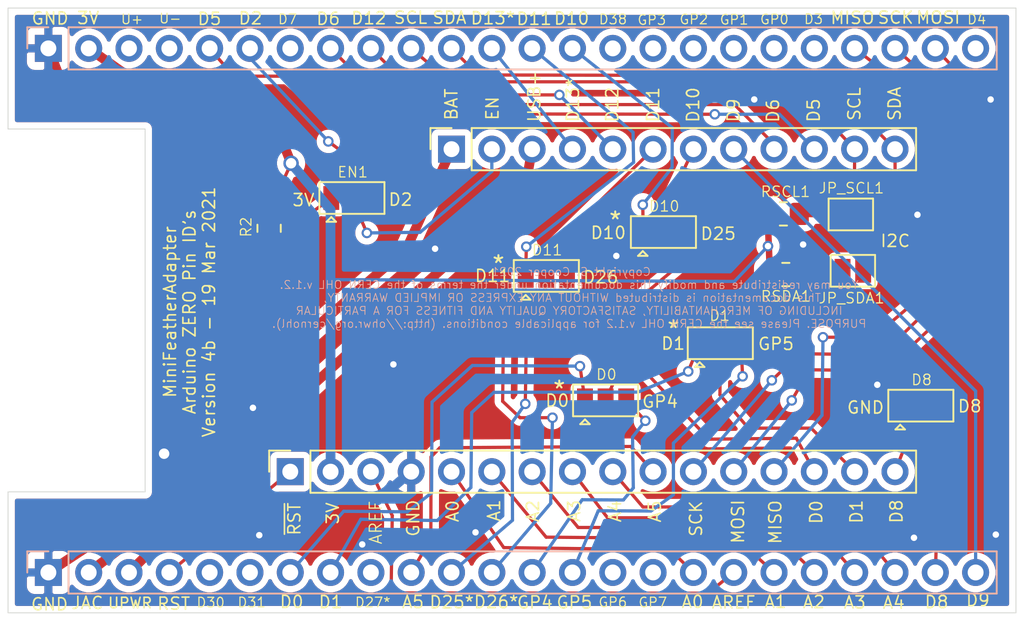
<source format=kicad_pcb>
(kicad_pcb (version 20171130) (host pcbnew "(5.1.8-0-10_14)")

  (general
    (thickness 1.6)
    (drawings 103)
    (tracks 216)
    (zones 0)
    (modules 15)
    (nets 57)
  )

  (page USLedger)
  (title_block
    (date 2019-12-29)
  )

  (layers
    (0 F.Cu signal)
    (31 B.Cu signal)
    (32 B.Adhes user hide)
    (33 F.Adhes user hide)
    (34 B.Paste user hide)
    (35 F.Paste user hide)
    (36 B.SilkS user)
    (37 F.SilkS user)
    (38 B.Mask user hide)
    (39 F.Mask user hide)
    (40 Dwgs.User user hide)
    (41 Cmts.User user hide)
    (42 Eco1.User user hide)
    (43 Eco2.User user hide)
    (44 Edge.Cuts user)
    (45 Margin user hide)
    (46 B.CrtYd user hide)
    (47 F.CrtYd user)
    (48 B.Fab user hide)
    (49 F.Fab user hide)
  )

  (setup
    (last_trace_width 0.2032)
    (trace_clearance 0.1778)
    (zone_clearance 0.4064)
    (zone_45_only no)
    (trace_min 0.1778)
    (via_size 0.6604)
    (via_drill 0.4064)
    (via_min_size 0.4064)
    (via_min_drill 0.3556)
    (uvia_size 0.3)
    (uvia_drill 0.1)
    (uvias_allowed no)
    (uvia_min_size 0.2)
    (uvia_min_drill 0.1)
    (edge_width 0.05)
    (segment_width 0.2)
    (pcb_text_width 0.3)
    (pcb_text_size 1.5 1.5)
    (mod_edge_width 0.12)
    (mod_text_size 0.5 0.5)
    (mod_text_width 0.07)
    (pad_size 1.7 1.7)
    (pad_drill 1)
    (pad_to_mask_clearance 0.0254)
    (solder_mask_min_width 0.0254)
    (aux_axis_origin 0 0)
    (visible_elements FEFDBF7F)
    (pcbplotparams
      (layerselection 0x010fc_ffffffff)
      (usegerberextensions false)
      (usegerberattributes false)
      (usegerberadvancedattributes false)
      (creategerberjobfile false)
      (excludeedgelayer true)
      (linewidth 0.100000)
      (plotframeref false)
      (viasonmask false)
      (mode 1)
      (useauxorigin false)
      (hpglpennumber 1)
      (hpglpenspeed 20)
      (hpglpendiameter 15.000000)
      (psnegative false)
      (psa4output false)
      (plotreference true)
      (plotvalue true)
      (plotinvisibletext false)
      (padsonsilk false)
      (subtractmaskfromsilk false)
      (outputformat 4)
      (mirror false)
      (drillshape 0)
      (scaleselection 1)
      (outputdirectory ""))
  )

  (net 0 "")
  (net 1 GND)
  (net 2 +3V3)
  (net 3 PWR_JACK)
  (net 4 PWR_USB)
  (net 5 ~RESET~)
  (net 6 PA11-D00-RX1)
  (net 7 PA10-D01-TX1)
  (net 8 PB02-D19-A5)
  (net 9 PB03-D25-LRX)
  (net 10 PA27-D26-LTX)
  (net 11 GP4)
  (net 12 GP5)
  (net 13 PA02-D14-A0)
  (net 14 PA03-D42-AREF)
  (net 15 PB08-D15-A1)
  (net 16 PB09-D16-A2)
  (net 17 PA04-D17-A3)
  (net 18 PA05-D18-A4)
  (net 19 PA06-D08)
  (net 20 PA07-D09-I2S)
  (net 21 PB10-MOSI)
  (net 22 PB11-SCK)
  (net 23 PA12-MISO)
  (net 24 PA18-D10-RX2)
  (net 25 PA16-D11-TX2)
  (net 26 PA17-D13-DEFLED)
  (net 27 PA22-SDA)
  (net 28 PA23-SCL)
  (net 29 PA19-D12)
  (net 30 PA20-D06)
  (net 31 PA14-D02)
  (net 32 PA15-D05)
  (net 33 "Net-(JP_SCL1-Pad1)")
  (net 34 "Net-(JP_SDA1-Pad1)")
  (net 35 /D0)
  (net 36 /D1)
  (net 37 "Net-(D8-Pad2)")
  (net 38 /D10)
  (net 39 /D11)
  (net 40 "Net-(EN1-Pad2)")
  (net 41 "Net-(EN1-Pad1)")
  (net 42 "Net-(J_L1-Pad16)")
  (net 43 "Net-(J_L1-Pad15)")
  (net 44 /PA28-D27-USBENA)
  (net 45 /PB23-D31)
  (net 46 "Net-(J_L1-Pad5)")
  (net 47 /PA08-D04-NMI)
  (net 48 /PA09-D03)
  (net 49 "Net-(J_R1-Pad19)")
  (net 50 "Net-(J_R1-Pad18)")
  (net 51 "Net-(J_R1-Pad17)")
  (net 52 "Net-(J_R1-Pad16)")
  (net 53 /PA13-D38)
  (net 54 /PA21-D07)
  (net 55 /PA24-USBD-)
  (net 56 /PA25-USBD+)

  (net_class Default "This is the default net class."
    (clearance 0.1778)
    (trace_width 0.2032)
    (via_dia 0.6604)
    (via_drill 0.4064)
    (uvia_dia 0.3)
    (uvia_drill 0.1)
    (diff_pair_width 0.2032)
    (diff_pair_gap 0.25)
    (add_net +3V3)
    (add_net /D0)
    (add_net /D1)
    (add_net /D10)
    (add_net /D11)
    (add_net /PA08-D04-NMI)
    (add_net /PA09-D03)
    (add_net /PA13-D38)
    (add_net /PA21-D07)
    (add_net /PA24-USBD-)
    (add_net /PA25-USBD+)
    (add_net /PA28-D27-USBENA)
    (add_net /PB23-D31)
    (add_net GND)
    (add_net GP4)
    (add_net GP5)
    (add_net "Net-(D8-Pad2)")
    (add_net "Net-(EN1-Pad1)")
    (add_net "Net-(EN1-Pad2)")
    (add_net "Net-(JP_SCL1-Pad1)")
    (add_net "Net-(JP_SDA1-Pad1)")
    (add_net "Net-(J_L1-Pad15)")
    (add_net "Net-(J_L1-Pad16)")
    (add_net "Net-(J_L1-Pad5)")
    (add_net "Net-(J_R1-Pad16)")
    (add_net "Net-(J_R1-Pad17)")
    (add_net "Net-(J_R1-Pad18)")
    (add_net "Net-(J_R1-Pad19)")
    (add_net PA02-D14-A0)
    (add_net PA03-D42-AREF)
    (add_net PA04-D17-A3)
    (add_net PA05-D18-A4)
    (add_net PA06-D08)
    (add_net PA07-D09-I2S)
    (add_net PA10-D01-TX1)
    (add_net PA11-D00-RX1)
    (add_net PA12-MISO)
    (add_net PA14-D02)
    (add_net PA15-D05)
    (add_net PA16-D11-TX2)
    (add_net PA17-D13-DEFLED)
    (add_net PA18-D10-RX2)
    (add_net PA19-D12)
    (add_net PA20-D06)
    (add_net PA22-SDA)
    (add_net PA23-SCL)
    (add_net PA27-D26-LTX)
    (add_net PB02-D19-A5)
    (add_net PB03-D25-LRX)
    (add_net PB08-D15-A1)
    (add_net PB09-D16-A2)
    (add_net PB10-MOSI)
    (add_net PB11-SCK)
    (add_net PWR_JACK)
    (add_net PWR_USB)
    (add_net ~RESET~)
  )

  (module Connector_PinHeader_2.54mm:PinHeader_1x24_P2.54mm_Vertical (layer B.Cu) (tedit 59FED5CC) (tstamp 60262AFF)
    (at 12.7 -2.54 270)
    (descr "Through hole straight pin header, 1x24, 2.54mm pitch, single row")
    (tags "Through hole pin header THT 1x24 2.54mm single row")
    (path /602E36F8)
    (fp_text reference J_L1 (at 0.12446 -3.90398 270) (layer B.SilkS) hide
      (effects (font (size 0.6096 0.6096) (thickness 0.0762)) (justify mirror))
    )
    (fp_text value Conn_01x24 (at 0.97536 -39.35984) (layer B.Fab)
      (effects (font (size 0.3048 0.3048) (thickness 0.0508)) (justify mirror))
    )
    (fp_line (start -0.635 1.27) (end 1.27 1.27) (layer B.Fab) (width 0.1))
    (fp_line (start 1.27 1.27) (end 1.27 -59.69) (layer B.Fab) (width 0.1))
    (fp_line (start 1.27 -59.69) (end -1.27 -59.69) (layer B.Fab) (width 0.1))
    (fp_line (start -1.27 -59.69) (end -1.27 0.635) (layer B.Fab) (width 0.1))
    (fp_line (start -1.27 0.635) (end -0.635 1.27) (layer B.Fab) (width 0.1))
    (fp_line (start -1.33 -59.75) (end 1.33 -59.75) (layer B.SilkS) (width 0.12))
    (fp_line (start -1.33 -1.27) (end -1.33 -59.75) (layer B.SilkS) (width 0.12))
    (fp_line (start 1.33 -1.27) (end 1.33 -59.75) (layer B.SilkS) (width 0.12))
    (fp_line (start -1.33 -1.27) (end 1.33 -1.27) (layer B.SilkS) (width 0.12))
    (fp_line (start -1.33 0) (end -1.33 1.33) (layer B.SilkS) (width 0.12))
    (fp_line (start -1.33 1.33) (end 0 1.33) (layer B.SilkS) (width 0.12))
    (fp_line (start -1.8 1.8) (end -1.8 -60.2) (layer B.CrtYd) (width 0.05))
    (fp_line (start -1.8 -60.2) (end 1.8 -60.2) (layer B.CrtYd) (width 0.05))
    (fp_line (start 1.8 -60.2) (end 1.8 1.8) (layer B.CrtYd) (width 0.05))
    (fp_line (start 1.8 1.8) (end -1.8 1.8) (layer B.CrtYd) (width 0.05))
    (fp_text user %R (at 0 -29.21) (layer B.Fab)
      (effects (font (size 1 1) (thickness 0.15)) (justify mirror))
    )
    (pad 24 thru_hole oval (at 0 -58.42 270) (size 1.7 1.7) (drill 1) (layers *.Cu *.Mask)
      (net 20 PA07-D09-I2S))
    (pad 23 thru_hole oval (at 0 -55.88 270) (size 1.7 1.7) (drill 1) (layers *.Cu *.Mask)
      (net 19 PA06-D08))
    (pad 22 thru_hole oval (at 0 -53.34 270) (size 1.7 1.7) (drill 1) (layers *.Cu *.Mask)
      (net 18 PA05-D18-A4))
    (pad 21 thru_hole oval (at 0 -50.8 270) (size 1.7 1.7) (drill 1) (layers *.Cu *.Mask)
      (net 17 PA04-D17-A3))
    (pad 20 thru_hole oval (at 0 -48.26 270) (size 1.7 1.7) (drill 1) (layers *.Cu *.Mask)
      (net 16 PB09-D16-A2))
    (pad 19 thru_hole oval (at 0 -45.72 270) (size 1.7 1.7) (drill 1) (layers *.Cu *.Mask)
      (net 15 PB08-D15-A1))
    (pad 18 thru_hole oval (at 0 -43.18 270) (size 1.7 1.7) (drill 1) (layers *.Cu *.Mask)
      (net 14 PA03-D42-AREF))
    (pad 17 thru_hole oval (at 0 -40.64 270) (size 1.7 1.7) (drill 1) (layers *.Cu *.Mask)
      (net 13 PA02-D14-A0))
    (pad 16 thru_hole oval (at 0 -38.1 270) (size 1.7 1.7) (drill 1) (layers *.Cu *.Mask)
      (net 42 "Net-(J_L1-Pad16)"))
    (pad 15 thru_hole oval (at 0 -35.56 270) (size 1.7 1.7) (drill 1) (layers *.Cu *.Mask)
      (net 43 "Net-(J_L1-Pad15)"))
    (pad 14 thru_hole oval (at 0 -33.02 270) (size 1.7 1.7) (drill 1) (layers *.Cu *.Mask)
      (net 12 GP5))
    (pad 13 thru_hole oval (at 0 -30.48 270) (size 1.7 1.7) (drill 1) (layers *.Cu *.Mask)
      (net 11 GP4))
    (pad 12 thru_hole oval (at 0 -27.94 270) (size 1.7 1.7) (drill 1) (layers *.Cu *.Mask)
      (net 10 PA27-D26-LTX))
    (pad 11 thru_hole oval (at 0 -25.4 270) (size 1.7 1.7) (drill 1) (layers *.Cu *.Mask)
      (net 9 PB03-D25-LRX))
    (pad 10 thru_hole oval (at 0 -22.86 270) (size 1.7 1.7) (drill 1) (layers *.Cu *.Mask)
      (net 8 PB02-D19-A5))
    (pad 9 thru_hole oval (at 0 -20.32 270) (size 1.7 1.7) (drill 1) (layers *.Cu *.Mask)
      (net 44 /PA28-D27-USBENA))
    (pad 8 thru_hole oval (at 0 -17.78 270) (size 1.7 1.7) (drill 1) (layers *.Cu *.Mask)
      (net 7 PA10-D01-TX1))
    (pad 7 thru_hole oval (at 0 -15.24 270) (size 1.7 1.7) (drill 1) (layers *.Cu *.Mask)
      (net 6 PA11-D00-RX1))
    (pad 6 thru_hole oval (at 0 -12.7 270) (size 1.7 1.7) (drill 1) (layers *.Cu *.Mask)
      (net 45 /PB23-D31))
    (pad 5 thru_hole oval (at 0 -10.16 270) (size 1.7 1.7) (drill 1) (layers *.Cu *.Mask)
      (net 46 "Net-(J_L1-Pad5)"))
    (pad 4 thru_hole oval (at 0 -7.62 270) (size 1.7 1.7) (drill 1) (layers *.Cu *.Mask)
      (net 5 ~RESET~))
    (pad 3 thru_hole oval (at 0 -5.08 270) (size 1.7 1.7) (drill 1) (layers *.Cu *.Mask)
      (net 4 PWR_USB))
    (pad 2 thru_hole oval (at 0 -2.54 270) (size 1.7 1.7) (drill 1) (layers *.Cu *.Mask)
      (net 3 PWR_JACK))
    (pad 1 thru_hole rect (at 0 0 270) (size 1.7 1.7) (drill 1) (layers *.Cu *.Mask)
      (net 1 GND))
    (model ${KISYS3DMOD}/Connector_PinHeader_2.54mm.3dshapes/PinHeader_1x24_P2.54mm_Vertical.wrl
      (at (xyz 0 0 0))
      (scale (xyz 1 1 1))
      (rotate (xyz 0 0 0))
    )
  )

  (module Connector_PinHeader_2.54mm:PinHeader_1x24_P2.54mm_Vertical (layer B.Cu) (tedit 59FED5CC) (tstamp 6038A204)
    (at 12.7 -35.56 270)
    (descr "Through hole straight pin header, 1x24, 2.54mm pitch, single row")
    (tags "Through hole pin header THT 1x24 2.54mm single row")
    (path /602E1F6C)
    (fp_text reference J_R1 (at 0.12446 -3.90398 270) (layer B.SilkS) hide
      (effects (font (size 0.6096 0.6096) (thickness 0.0762)) (justify mirror))
    )
    (fp_text value Conn_01x24 (at 0.97536 -39.35984) (layer B.Fab)
      (effects (font (size 0.3048 0.3048) (thickness 0.0508)) (justify mirror))
    )
    (fp_line (start -0.635 1.27) (end 1.27 1.27) (layer B.Fab) (width 0.1))
    (fp_line (start 1.27 1.27) (end 1.27 -59.69) (layer B.Fab) (width 0.1))
    (fp_line (start 1.27 -59.69) (end -1.27 -59.69) (layer B.Fab) (width 0.1))
    (fp_line (start -1.27 -59.69) (end -1.27 0.635) (layer B.Fab) (width 0.1))
    (fp_line (start -1.27 0.635) (end -0.635 1.27) (layer B.Fab) (width 0.1))
    (fp_line (start -1.33 -59.75) (end 1.33 -59.75) (layer B.SilkS) (width 0.12))
    (fp_line (start -1.33 -1.27) (end -1.33 -59.75) (layer B.SilkS) (width 0.12))
    (fp_line (start 1.33 -1.27) (end 1.33 -59.75) (layer B.SilkS) (width 0.12))
    (fp_line (start -1.33 -1.27) (end 1.33 -1.27) (layer B.SilkS) (width 0.12))
    (fp_line (start -1.33 0) (end -1.33 1.33) (layer B.SilkS) (width 0.12))
    (fp_line (start -1.33 1.33) (end 0 1.33) (layer B.SilkS) (width 0.12))
    (fp_line (start -1.8 1.8) (end -1.8 -60.2) (layer B.CrtYd) (width 0.05))
    (fp_line (start -1.8 -60.2) (end 1.8 -60.2) (layer B.CrtYd) (width 0.05))
    (fp_line (start 1.8 -60.2) (end 1.8 1.8) (layer B.CrtYd) (width 0.05))
    (fp_line (start 1.8 1.8) (end -1.8 1.8) (layer B.CrtYd) (width 0.05))
    (fp_text user %R (at 0 -29.21) (layer B.Fab)
      (effects (font (size 1 1) (thickness 0.15)) (justify mirror))
    )
    (pad 24 thru_hole oval (at 0 -58.42 270) (size 1.7 1.7) (drill 1) (layers *.Cu *.Mask)
      (net 47 /PA08-D04-NMI))
    (pad 23 thru_hole oval (at 0 -55.88 270) (size 1.7 1.7) (drill 1) (layers *.Cu *.Mask)
      (net 21 PB10-MOSI))
    (pad 22 thru_hole oval (at 0 -53.34 270) (size 1.7 1.7) (drill 1) (layers *.Cu *.Mask)
      (net 22 PB11-SCK))
    (pad 21 thru_hole oval (at 0 -50.8 270) (size 1.7 1.7) (drill 1) (layers *.Cu *.Mask)
      (net 23 PA12-MISO))
    (pad 20 thru_hole oval (at 0 -48.26 270) (size 1.7 1.7) (drill 1) (layers *.Cu *.Mask)
      (net 48 /PA09-D03))
    (pad 19 thru_hole oval (at 0 -45.72 270) (size 1.7 1.7) (drill 1) (layers *.Cu *.Mask)
      (net 49 "Net-(J_R1-Pad19)"))
    (pad 18 thru_hole oval (at 0 -43.18 270) (size 1.7 1.7) (drill 1) (layers *.Cu *.Mask)
      (net 50 "Net-(J_R1-Pad18)"))
    (pad 17 thru_hole oval (at 0 -40.64 270) (size 1.7 1.7) (drill 1) (layers *.Cu *.Mask)
      (net 51 "Net-(J_R1-Pad17)"))
    (pad 16 thru_hole oval (at 0 -38.1 270) (size 1.7 1.7) (drill 1) (layers *.Cu *.Mask)
      (net 52 "Net-(J_R1-Pad16)"))
    (pad 15 thru_hole oval (at 0 -35.56 270) (size 1.7 1.7) (drill 1) (layers *.Cu *.Mask)
      (net 53 /PA13-D38))
    (pad 14 thru_hole oval (at 0 -33.02 270) (size 1.7 1.7) (drill 1) (layers *.Cu *.Mask)
      (net 24 PA18-D10-RX2))
    (pad 13 thru_hole oval (at 0 -30.48 270) (size 1.7 1.7) (drill 1) (layers *.Cu *.Mask)
      (net 25 PA16-D11-TX2))
    (pad 12 thru_hole oval (at 0 -27.94 270) (size 1.7 1.7) (drill 1) (layers *.Cu *.Mask)
      (net 26 PA17-D13-DEFLED))
    (pad 11 thru_hole oval (at 0 -25.4 270) (size 1.7 1.7) (drill 1) (layers *.Cu *.Mask)
      (net 27 PA22-SDA))
    (pad 10 thru_hole oval (at 0 -22.86 270) (size 1.7 1.7) (drill 1) (layers *.Cu *.Mask)
      (net 28 PA23-SCL))
    (pad 9 thru_hole oval (at 0 -20.32 270) (size 1.7 1.7) (drill 1) (layers *.Cu *.Mask)
      (net 29 PA19-D12))
    (pad 8 thru_hole oval (at 0 -17.78 270) (size 1.7 1.7) (drill 1) (layers *.Cu *.Mask)
      (net 30 PA20-D06))
    (pad 7 thru_hole oval (at 0 -15.24 270) (size 1.7 1.7) (drill 1) (layers *.Cu *.Mask)
      (net 54 /PA21-D07))
    (pad 6 thru_hole oval (at 0 -12.7 270) (size 1.7 1.7) (drill 1) (layers *.Cu *.Mask)
      (net 31 PA14-D02))
    (pad 5 thru_hole oval (at 0 -10.16 270) (size 1.7 1.7) (drill 1) (layers *.Cu *.Mask)
      (net 32 PA15-D05))
    (pad 4 thru_hole oval (at 0 -7.62 270) (size 1.7 1.7) (drill 1) (layers *.Cu *.Mask)
      (net 55 /PA24-USBD-))
    (pad 3 thru_hole oval (at 0 -5.08 270) (size 1.7 1.7) (drill 1) (layers *.Cu *.Mask)
      (net 56 /PA25-USBD+))
    (pad 2 thru_hole oval (at 0 -2.54 270) (size 1.7 1.7) (drill 1) (layers *.Cu *.Mask)
      (net 2 +3V3))
    (pad 1 thru_hole rect (at 0 0 270) (size 1.7 1.7) (drill 1) (layers *.Cu *.Mask)
      (net 1 GND))
    (model ${KISYS3DMOD}/Connector_PinHeader_2.54mm.3dshapes/PinHeader_1x24_P2.54mm_Vertical.wrl
      (at (xyz 0 0 0))
      (scale (xyz 1 1 1))
      (rotate (xyz 0 0 0))
    )
  )

  (module Jumper:SolderJumper-2_P1.3mm_Open_Pad1.0x1.5mm (layer F.Cu) (tedit 5FA7A88B) (tstamp 6038A267)
    (at 63.2587 -25.09774)
    (descr "SMD Solder Jumper, 1x1.5mm Pads, 0.3mm gap, open")
    (tags "solder jumper open")
    (path /602EECDA)
    (attr virtual)
    (fp_text reference JP_SCL1 (at 0.0381 -1.65862) (layer F.SilkS)
      (effects (font (size 0.6604 0.6604) (thickness 0.0762)))
    )
    (fp_text value SolderJumper_2_Open (at 0.0508 1.6256) (layer F.Fab) hide
      (effects (font (size 0.3048 0.3048) (thickness 0.0762)))
    )
    (fp_line (start 1.65 1.25) (end -1.65 1.25) (layer F.CrtYd) (width 0.05))
    (fp_line (start 1.65 1.25) (end 1.65 -1.25) (layer F.CrtYd) (width 0.05))
    (fp_line (start -1.65 -1.25) (end -1.65 1.25) (layer F.CrtYd) (width 0.05))
    (fp_line (start -1.65 -1.25) (end 1.65 -1.25) (layer F.CrtYd) (width 0.05))
    (fp_line (start -1.4 -1) (end 1.4 -1) (layer F.SilkS) (width 0.12))
    (fp_line (start 1.4 -1) (end 1.4 1) (layer F.SilkS) (width 0.12))
    (fp_line (start 1.4 1) (end -1.4 1) (layer F.SilkS) (width 0.12))
    (fp_line (start -1.4 1) (end -1.4 -1) (layer F.SilkS) (width 0.12))
    (pad 1 smd rect (at -0.65 0) (size 1 1.5) (layers F.Cu F.Mask)
      (net 33 "Net-(JP_SCL1-Pad1)"))
    (pad 2 smd rect (at 0.65 0) (size 1 1.5) (layers F.Cu F.Mask)
      (net 28 PA23-SCL))
  )

  (module Jumper:SolderJumper-2_P1.3mm_Open_Pad1.0x1.5mm (layer F.Cu) (tedit 5FA7A88B) (tstamp 6038A2EE)
    (at 63.3857 -21.54682)
    (descr "SMD Solder Jumper, 1x1.5mm Pads, 0.3mm gap, open")
    (tags "solder jumper open")
    (path /602EFD2F)
    (attr virtual)
    (fp_text reference JP_SDA1 (at -0.07874 1.72212) (layer F.SilkS)
      (effects (font (size 0.6604 0.6604) (thickness 0.0762)))
    )
    (fp_text value SolderJumper_2_Open (at 0.0508 1.6256) (layer F.Fab) hide
      (effects (font (size 0.3048 0.3048) (thickness 0.0762)))
    )
    (fp_line (start 1.65 1.25) (end -1.65 1.25) (layer F.CrtYd) (width 0.05))
    (fp_line (start 1.65 1.25) (end 1.65 -1.25) (layer F.CrtYd) (width 0.05))
    (fp_line (start -1.65 -1.25) (end -1.65 1.25) (layer F.CrtYd) (width 0.05))
    (fp_line (start -1.65 -1.25) (end 1.65 -1.25) (layer F.CrtYd) (width 0.05))
    (fp_line (start -1.4 -1) (end 1.4 -1) (layer F.SilkS) (width 0.12))
    (fp_line (start 1.4 -1) (end 1.4 1) (layer F.SilkS) (width 0.12))
    (fp_line (start 1.4 1) (end -1.4 1) (layer F.SilkS) (width 0.12))
    (fp_line (start -1.4 1) (end -1.4 -1) (layer F.SilkS) (width 0.12))
    (pad 1 smd rect (at -0.65 0) (size 1 1.5) (layers F.Cu F.Mask)
      (net 34 "Net-(JP_SDA1-Pad1)"))
    (pad 2 smd rect (at 0.65 0) (size 1 1.5) (layers F.Cu F.Mask)
      (net 27 PA22-SDA))
  )

  (module Resistor_SMD:R_0805_2012Metric_Pad1.20x1.40mm_HandSolder (layer F.Cu) (tedit 5FA7A271) (tstamp 6038A2C1)
    (at 59.00928 -25.1333 180)
    (descr "Resistor SMD 0805 (2012 Metric), square (rectangular) end terminal, IPC_7351 nominal with elongated pad for handsoldering. (Body size source: IPC-SM-782 page 72, https://www.pcb-3d.com/wordpress/wp-content/uploads/ipc-sm-782a_amendment_1_and_2.pdf), generated with kicad-footprint-generator")
    (tags "resistor handsolder")
    (path /602ED3BA)
    (attr smd)
    (fp_text reference RSCL1 (at -0.13208 1.39446) (layer F.SilkS)
      (effects (font (size 0.6604 0.6604) (thickness 0.0762)))
    )
    (fp_text value 10K (at 0 1.27) (layer F.Fab) hide
      (effects (font (size 0.3048 0.3048) (thickness 0.0508)))
    )
    (fp_line (start -1 0.625) (end -1 -0.625) (layer F.Fab) (width 0.1))
    (fp_line (start -1 -0.625) (end 1 -0.625) (layer F.Fab) (width 0.1))
    (fp_line (start 1 -0.625) (end 1 0.625) (layer F.Fab) (width 0.1))
    (fp_line (start 1 0.625) (end -1 0.625) (layer F.Fab) (width 0.1))
    (fp_line (start -0.227064 -0.735) (end 0.227064 -0.735) (layer F.SilkS) (width 0.12))
    (fp_line (start -0.227064 0.735) (end 0.227064 0.735) (layer F.SilkS) (width 0.12))
    (fp_line (start -1.85 0.95) (end -1.85 -0.95) (layer F.CrtYd) (width 0.05))
    (fp_line (start -1.85 -0.95) (end 1.85 -0.95) (layer F.CrtYd) (width 0.05))
    (fp_line (start 1.85 -0.95) (end 1.85 0.95) (layer F.CrtYd) (width 0.05))
    (fp_line (start 1.85 0.95) (end -1.85 0.95) (layer F.CrtYd) (width 0.05))
    (fp_text user %R (at 0 0.2032) (layer F.Fab) hide
      (effects (font (size 0.5 0.5) (thickness 0.08)))
    )
    (pad 2 smd roundrect (at 1 0 180) (size 1.2 1.4) (layers F.Cu F.Paste F.Mask) (roundrect_rratio 0.208333)
      (net 2 +3V3))
    (pad 1 smd roundrect (at -1 0 180) (size 1.2 1.4) (layers F.Cu F.Paste F.Mask) (roundrect_rratio 0.208333)
      (net 33 "Net-(JP_SCL1-Pad1)"))
    (model ${KISYS3DMOD}/Resistor_SMD.3dshapes/R_0805_2012Metric.wrl
      (at (xyz 0 0 0))
      (scale (xyz 1 1 1))
      (rotate (xyz 0 0 0))
    )
  )

  (module Resistor_SMD:R_0805_2012Metric_Pad1.20x1.40mm_HandSolder (layer F.Cu) (tedit 5FA7A271) (tstamp 6038A291)
    (at 59.16244 -21.3106 180)
    (descr "Resistor SMD 0805 (2012 Metric), square (rectangular) end terminal, IPC_7351 nominal with elongated pad for handsoldering. (Body size source: IPC-SM-782 page 72, https://www.pcb-3d.com/wordpress/wp-content/uploads/ipc-sm-782a_amendment_1_and_2.pdf), generated with kicad-footprint-generator")
    (tags "resistor handsolder")
    (path /602F0536)
    (attr smd)
    (fp_text reference RSDA1 (at 0 -1.3716) (layer F.SilkS)
      (effects (font (size 0.6604 0.6604) (thickness 0.0762)))
    )
    (fp_text value 10K (at 0 1.27) (layer F.Fab) hide
      (effects (font (size 0.3048 0.3048) (thickness 0.0508)))
    )
    (fp_line (start -1 0.625) (end -1 -0.625) (layer F.Fab) (width 0.1))
    (fp_line (start -1 -0.625) (end 1 -0.625) (layer F.Fab) (width 0.1))
    (fp_line (start 1 -0.625) (end 1 0.625) (layer F.Fab) (width 0.1))
    (fp_line (start 1 0.625) (end -1 0.625) (layer F.Fab) (width 0.1))
    (fp_line (start -0.227064 -0.735) (end 0.227064 -0.735) (layer F.SilkS) (width 0.12))
    (fp_line (start -0.227064 0.735) (end 0.227064 0.735) (layer F.SilkS) (width 0.12))
    (fp_line (start -1.85 0.95) (end -1.85 -0.95) (layer F.CrtYd) (width 0.05))
    (fp_line (start -1.85 -0.95) (end 1.85 -0.95) (layer F.CrtYd) (width 0.05))
    (fp_line (start 1.85 -0.95) (end 1.85 0.95) (layer F.CrtYd) (width 0.05))
    (fp_line (start 1.85 0.95) (end -1.85 0.95) (layer F.CrtYd) (width 0.05))
    (fp_text user %R (at 0 0.2032) (layer F.Fab) hide
      (effects (font (size 0.5 0.5) (thickness 0.08)))
    )
    (pad 2 smd roundrect (at 1 0 180) (size 1.2 1.4) (layers F.Cu F.Paste F.Mask) (roundrect_rratio 0.208333)
      (net 2 +3V3))
    (pad 1 smd roundrect (at -1 0 180) (size 1.2 1.4) (layers F.Cu F.Paste F.Mask) (roundrect_rratio 0.208333)
      (net 34 "Net-(JP_SDA1-Pad1)"))
    (model ${KISYS3DMOD}/Resistor_SMD.3dshapes/R_0805_2012Metric.wrl
      (at (xyz 0 0 0))
      (scale (xyz 1 1 1))
      (rotate (xyz 0 0 0))
    )
  )

  (module Connector_PinSocket_2.54mm:PinSocket_1x16_P2.54mm_Vertical (layer F.Cu) (tedit 5A19A41E) (tstamp 60389655)
    (at 27.94 -8.89 90)
    (descr "Through hole straight socket strip, 1x16, 2.54mm pitch, single row (from Kicad 4.0.7), script generated")
    (tags "Through hole socket strip THT 1x16 2.54mm single row")
    (path /603B0DB1)
    (fp_text reference JFL1 (at 0 -2.77 90) (layer F.SilkS) hide
      (effects (font (size 1 1) (thickness 0.15)))
    )
    (fp_text value Conn_01x16 (at 0 40.87 90) (layer F.Fab)
      (effects (font (size 1 1) (thickness 0.15)))
    )
    (fp_line (start -1.27 -1.27) (end 0.635 -1.27) (layer F.Fab) (width 0.1))
    (fp_line (start 0.635 -1.27) (end 1.27 -0.635) (layer F.Fab) (width 0.1))
    (fp_line (start 1.27 -0.635) (end 1.27 39.37) (layer F.Fab) (width 0.1))
    (fp_line (start 1.27 39.37) (end -1.27 39.37) (layer F.Fab) (width 0.1))
    (fp_line (start -1.27 39.37) (end -1.27 -1.27) (layer F.Fab) (width 0.1))
    (fp_line (start -1.33 1.27) (end 1.33 1.27) (layer F.SilkS) (width 0.12))
    (fp_line (start -1.33 1.27) (end -1.33 39.43) (layer F.SilkS) (width 0.12))
    (fp_line (start -1.33 39.43) (end 1.33 39.43) (layer F.SilkS) (width 0.12))
    (fp_line (start 1.33 1.27) (end 1.33 39.43) (layer F.SilkS) (width 0.12))
    (fp_line (start 1.33 -1.33) (end 1.33 0) (layer F.SilkS) (width 0.12))
    (fp_line (start 0 -1.33) (end 1.33 -1.33) (layer F.SilkS) (width 0.12))
    (fp_line (start -1.8 -1.8) (end 1.75 -1.8) (layer F.CrtYd) (width 0.05))
    (fp_line (start 1.75 -1.8) (end 1.75 39.9) (layer F.CrtYd) (width 0.05))
    (fp_line (start 1.75 39.9) (end -1.8 39.9) (layer F.CrtYd) (width 0.05))
    (fp_line (start -1.8 39.9) (end -1.8 -1.8) (layer F.CrtYd) (width 0.05))
    (fp_text user %R (at 0 19.05) (layer F.Fab)
      (effects (font (size 1 1) (thickness 0.15)))
    )
    (pad 1 thru_hole rect (at 0 0 90) (size 1.7 1.7) (drill 1) (layers *.Cu *.Mask)
      (net 5 ~RESET~))
    (pad 2 thru_hole oval (at 0 2.54 90) (size 1.7 1.7) (drill 1) (layers *.Cu *.Mask)
      (net 2 +3V3))
    (pad 3 thru_hole oval (at 0 5.08 90) (size 1.7 1.7) (drill 1) (layers *.Cu *.Mask)
      (net 14 PA03-D42-AREF))
    (pad 4 thru_hole oval (at 0 7.62 90) (size 1.7 1.7) (drill 1) (layers *.Cu *.Mask)
      (net 1 GND))
    (pad 5 thru_hole oval (at 0 10.16 90) (size 1.7 1.7) (drill 1) (layers *.Cu *.Mask)
      (net 13 PA02-D14-A0))
    (pad 6 thru_hole oval (at 0 12.7 90) (size 1.7 1.7) (drill 1) (layers *.Cu *.Mask)
      (net 15 PB08-D15-A1))
    (pad 7 thru_hole oval (at 0 15.24 90) (size 1.7 1.7) (drill 1) (layers *.Cu *.Mask)
      (net 16 PB09-D16-A2))
    (pad 8 thru_hole oval (at 0 17.78 90) (size 1.7 1.7) (drill 1) (layers *.Cu *.Mask)
      (net 17 PA04-D17-A3))
    (pad 9 thru_hole oval (at 0 20.32 90) (size 1.7 1.7) (drill 1) (layers *.Cu *.Mask)
      (net 18 PA05-D18-A4))
    (pad 10 thru_hole oval (at 0 22.86 90) (size 1.7 1.7) (drill 1) (layers *.Cu *.Mask)
      (net 8 PB02-D19-A5))
    (pad 11 thru_hole oval (at 0 25.4 90) (size 1.7 1.7) (drill 1) (layers *.Cu *.Mask)
      (net 22 PB11-SCK))
    (pad 12 thru_hole oval (at 0 27.94 90) (size 1.7 1.7) (drill 1) (layers *.Cu *.Mask)
      (net 21 PB10-MOSI))
    (pad 13 thru_hole oval (at 0 30.48 90) (size 1.7 1.7) (drill 1) (layers *.Cu *.Mask)
      (net 23 PA12-MISO))
    (pad 14 thru_hole oval (at 0 33.02 90) (size 1.7 1.7) (drill 1) (layers *.Cu *.Mask)
      (net 35 /D0))
    (pad 15 thru_hole oval (at 0 35.56 90) (size 1.7 1.7) (drill 1) (layers *.Cu *.Mask)
      (net 36 /D1))
    (pad 16 thru_hole oval (at 0 38.1 90) (size 1.7 1.7) (drill 1) (layers *.Cu *.Mask)
      (net 37 "Net-(D8-Pad2)"))
    (model ${KISYS3DMOD}/Connector_PinSocket_2.54mm.3dshapes/PinSocket_1x16_P2.54mm_Vertical.wrl
      (at (xyz 0 0 0))
      (scale (xyz 1 1 1))
      (rotate (xyz 0 0 0))
    )
  )

  (module Connector_PinSocket_2.54mm:PinSocket_1x12_P2.54mm_Vertical (layer F.Cu) (tedit 5A19A41D) (tstamp 60389675)
    (at 38.1 -29.21 90)
    (descr "Through hole straight socket strip, 1x12, 2.54mm pitch, single row (from Kicad 4.0.7), script generated")
    (tags "Through hole socket strip THT 1x12 2.54mm single row")
    (path /603B3199)
    (fp_text reference JFR1 (at 0 -2.77 90) (layer F.SilkS) hide
      (effects (font (size 1 1) (thickness 0.15)))
    )
    (fp_text value Conn_01x12 (at 0 30.71 90) (layer F.Fab)
      (effects (font (size 1 1) (thickness 0.15)))
    )
    (fp_line (start -1.27 -1.27) (end 0.635 -1.27) (layer F.Fab) (width 0.1))
    (fp_line (start 0.635 -1.27) (end 1.27 -0.635) (layer F.Fab) (width 0.1))
    (fp_line (start 1.27 -0.635) (end 1.27 29.21) (layer F.Fab) (width 0.1))
    (fp_line (start 1.27 29.21) (end -1.27 29.21) (layer F.Fab) (width 0.1))
    (fp_line (start -1.27 29.21) (end -1.27 -1.27) (layer F.Fab) (width 0.1))
    (fp_line (start -1.33 1.27) (end 1.33 1.27) (layer F.SilkS) (width 0.12))
    (fp_line (start -1.33 1.27) (end -1.33 29.27) (layer F.SilkS) (width 0.12))
    (fp_line (start -1.33 29.27) (end 1.33 29.27) (layer F.SilkS) (width 0.12))
    (fp_line (start 1.33 1.27) (end 1.33 29.27) (layer F.SilkS) (width 0.12))
    (fp_line (start 1.33 -1.33) (end 1.33 0) (layer F.SilkS) (width 0.12))
    (fp_line (start 0 -1.33) (end 1.33 -1.33) (layer F.SilkS) (width 0.12))
    (fp_line (start -1.8 -1.8) (end 1.75 -1.8) (layer F.CrtYd) (width 0.05))
    (fp_line (start 1.75 -1.8) (end 1.75 29.7) (layer F.CrtYd) (width 0.05))
    (fp_line (start 1.75 29.7) (end -1.8 29.7) (layer F.CrtYd) (width 0.05))
    (fp_line (start -1.8 29.7) (end -1.8 -1.8) (layer F.CrtYd) (width 0.05))
    (fp_text user %R (at 0 13.97) (layer F.Fab)
      (effects (font (size 1 1) (thickness 0.15)))
    )
    (pad 1 thru_hole rect (at 0 0 90) (size 1.7 1.7) (drill 1) (layers *.Cu *.Mask)
      (net 3 PWR_JACK))
    (pad 2 thru_hole oval (at 0 2.54 90) (size 1.7 1.7) (drill 1) (layers *.Cu *.Mask)
      (net 40 "Net-(EN1-Pad2)"))
    (pad 3 thru_hole oval (at 0 5.08 90) (size 1.7 1.7) (drill 1) (layers *.Cu *.Mask)
      (net 4 PWR_USB))
    (pad 4 thru_hole oval (at 0 7.62 90) (size 1.7 1.7) (drill 1) (layers *.Cu *.Mask)
      (net 26 PA17-D13-DEFLED))
    (pad 5 thru_hole oval (at 0 10.16 90) (size 1.7 1.7) (drill 1) (layers *.Cu *.Mask)
      (net 29 PA19-D12))
    (pad 6 thru_hole oval (at 0 12.7 90) (size 1.7 1.7) (drill 1) (layers *.Cu *.Mask)
      (net 39 /D11))
    (pad 7 thru_hole oval (at 0 15.24 90) (size 1.7 1.7) (drill 1) (layers *.Cu *.Mask)
      (net 38 /D10))
    (pad 8 thru_hole oval (at 0 17.78 90) (size 1.7 1.7) (drill 1) (layers *.Cu *.Mask)
      (net 20 PA07-D09-I2S))
    (pad 9 thru_hole oval (at 0 20.32 90) (size 1.7 1.7) (drill 1) (layers *.Cu *.Mask)
      (net 30 PA20-D06))
    (pad 10 thru_hole oval (at 0 22.86 90) (size 1.7 1.7) (drill 1) (layers *.Cu *.Mask)
      (net 32 PA15-D05))
    (pad 11 thru_hole oval (at 0 25.4 90) (size 1.7 1.7) (drill 1) (layers *.Cu *.Mask)
      (net 28 PA23-SCL))
    (pad 12 thru_hole oval (at 0 27.94 90) (size 1.7 1.7) (drill 1) (layers *.Cu *.Mask)
      (net 27 PA22-SDA))
    (model ${KISYS3DMOD}/Connector_PinSocket_2.54mm.3dshapes/PinSocket_1x12_P2.54mm_Vertical.wrl
      (at (xyz 0 0 0))
      (scale (xyz 1 1 1))
      (rotate (xyz 0 0 0))
    )
  )

  (module Jumper:SolderJumper-3_P1.3mm_Open_Pad1.0x1.5mm (layer F.Cu) (tedit 5FA7A8C6) (tstamp 603C0A34)
    (at 31.82366 -26.13406)
    (descr "SMD Solder 3-pad Jumper, 1x1.5mm Pads, 0.3mm gap, open")
    (tags "solder jumper open")
    (path /603C6A8C)
    (attr virtual)
    (fp_text reference EN1 (at 0.0508 -1.6256) (layer F.SilkS)
      (effects (font (size 0.6604 0.6604) (thickness 0.0762)))
    )
    (fp_text value SolderJumper_3_Open (at 0 1.5748) (layer F.Fab) hide
      (effects (font (size 0.3048 0.3048) (thickness 0.0762)))
    )
    (fp_line (start 2.3 1.25) (end -2.3 1.25) (layer F.CrtYd) (width 0.05))
    (fp_line (start 2.3 1.25) (end 2.3 -1.25) (layer F.CrtYd) (width 0.05))
    (fp_line (start -2.3 -1.25) (end -2.3 1.25) (layer F.CrtYd) (width 0.05))
    (fp_line (start -2.3 -1.25) (end 2.3 -1.25) (layer F.CrtYd) (width 0.05))
    (fp_line (start -2.05 -1) (end 2.05 -1) (layer F.SilkS) (width 0.12))
    (fp_line (start 2.05 -1) (end 2.05 1) (layer F.SilkS) (width 0.12))
    (fp_line (start 2.05 1) (end -2.05 1) (layer F.SilkS) (width 0.12))
    (fp_line (start -2.05 1) (end -2.05 -1) (layer F.SilkS) (width 0.12))
    (fp_line (start -1.3 1.2) (end -1.6 1.5) (layer F.SilkS) (width 0.12))
    (fp_line (start -1.6 1.5) (end -1 1.5) (layer F.SilkS) (width 0.12))
    (fp_line (start -1.3 1.2) (end -1 1.5) (layer F.SilkS) (width 0.12))
    (pad 3 smd rect (at 1.3 0) (size 1 1.5) (layers F.Cu F.Mask)
      (net 31 PA14-D02))
    (pad 2 smd rect (at 0 0) (size 1 1.5) (layers F.Cu F.Mask)
      (net 40 "Net-(EN1-Pad2)"))
    (pad 1 smd rect (at -1.3 0) (size 1 1.5) (layers F.Cu F.Mask)
      (net 41 "Net-(EN1-Pad1)"))
  )

  (module Jumper:SolderJumper-3_P1.3mm_Open_Pad1.0x1.5mm (layer F.Cu) (tedit 5FA7A8C6) (tstamp 603C0A46)
    (at 67.66814 -13.05052)
    (descr "SMD Solder 3-pad Jumper, 1x1.5mm Pads, 0.3mm gap, open")
    (tags "solder jumper open")
    (path /603C7681)
    (attr virtual)
    (fp_text reference D8 (at 0.0508 -1.6256) (layer F.SilkS)
      (effects (font (size 0.6604 0.6604) (thickness 0.0762)))
    )
    (fp_text value SolderJumper_3_Open (at 0 1.5748) (layer F.Fab) hide
      (effects (font (size 0.3048 0.3048) (thickness 0.0762)))
    )
    (fp_line (start -1.3 1.2) (end -1 1.5) (layer F.SilkS) (width 0.12))
    (fp_line (start -1.6 1.5) (end -1 1.5) (layer F.SilkS) (width 0.12))
    (fp_line (start -1.3 1.2) (end -1.6 1.5) (layer F.SilkS) (width 0.12))
    (fp_line (start -2.05 1) (end -2.05 -1) (layer F.SilkS) (width 0.12))
    (fp_line (start 2.05 1) (end -2.05 1) (layer F.SilkS) (width 0.12))
    (fp_line (start 2.05 -1) (end 2.05 1) (layer F.SilkS) (width 0.12))
    (fp_line (start -2.05 -1) (end 2.05 -1) (layer F.SilkS) (width 0.12))
    (fp_line (start -2.3 -1.25) (end 2.3 -1.25) (layer F.CrtYd) (width 0.05))
    (fp_line (start -2.3 -1.25) (end -2.3 1.25) (layer F.CrtYd) (width 0.05))
    (fp_line (start 2.3 1.25) (end 2.3 -1.25) (layer F.CrtYd) (width 0.05))
    (fp_line (start 2.3 1.25) (end -2.3 1.25) (layer F.CrtYd) (width 0.05))
    (pad 1 smd rect (at -1.3 0) (size 1 1.5) (layers F.Cu F.Mask)
      (net 1 GND))
    (pad 2 smd rect (at 0 0) (size 1 1.5) (layers F.Cu F.Mask)
      (net 37 "Net-(D8-Pad2)"))
    (pad 3 smd rect (at 1.3 0) (size 1 1.5) (layers F.Cu F.Mask)
      (net 19 PA06-D08))
  )

  (module Resistor_SMD:R_0805_2012Metric_Pad1.20x1.40mm_HandSolder (layer F.Cu) (tedit 5FA7A271) (tstamp 603C0A57)
    (at 26.6065 -24.22398 270)
    (descr "Resistor SMD 0805 (2012 Metric), square (rectangular) end terminal, IPC_7351 nominal with elongated pad for handsoldering. (Body size source: IPC-SM-782 page 72, https://www.pcb-3d.com/wordpress/wp-content/uploads/ipc-sm-782a_amendment_1_and_2.pdf), generated with kicad-footprint-generator")
    (tags "resistor handsolder")
    (path /603C5B76)
    (attr smd)
    (fp_text reference R2 (at -0.07874 1.4478 90) (layer F.SilkS)
      (effects (font (size 0.6604 0.6604) (thickness 0.0762)))
    )
    (fp_text value 10K (at 0 1.27 90) (layer F.Fab) hide
      (effects (font (size 0.3048 0.3048) (thickness 0.0508)))
    )
    (fp_line (start -1 0.625) (end -1 -0.625) (layer F.Fab) (width 0.1))
    (fp_line (start -1 -0.625) (end 1 -0.625) (layer F.Fab) (width 0.1))
    (fp_line (start 1 -0.625) (end 1 0.625) (layer F.Fab) (width 0.1))
    (fp_line (start 1 0.625) (end -1 0.625) (layer F.Fab) (width 0.1))
    (fp_line (start -0.227064 -0.735) (end 0.227064 -0.735) (layer F.SilkS) (width 0.12))
    (fp_line (start -0.227064 0.735) (end 0.227064 0.735) (layer F.SilkS) (width 0.12))
    (fp_line (start -1.85 0.95) (end -1.85 -0.95) (layer F.CrtYd) (width 0.05))
    (fp_line (start -1.85 -0.95) (end 1.85 -0.95) (layer F.CrtYd) (width 0.05))
    (fp_line (start 1.85 -0.95) (end 1.85 0.95) (layer F.CrtYd) (width 0.05))
    (fp_line (start 1.85 0.95) (end -1.85 0.95) (layer F.CrtYd) (width 0.05))
    (fp_text user %R (at 0 0.2032 90) (layer F.Fab) hide
      (effects (font (size 0.5 0.5) (thickness 0.08)))
    )
    (pad 1 smd roundrect (at -1 0 270) (size 1.2 1.4) (layers F.Cu F.Paste F.Mask) (roundrect_rratio 0.208333)
      (net 2 +3V3))
    (pad 2 smd roundrect (at 1 0 270) (size 1.2 1.4) (layers F.Cu F.Paste F.Mask) (roundrect_rratio 0.208333)
      (net 41 "Net-(EN1-Pad1)"))
    (model ${KISYS3DMOD}/Resistor_SMD.3dshapes/R_0805_2012Metric.wrl
      (at (xyz 0 0 0))
      (scale (xyz 1 1 1))
      (rotate (xyz 0 0 0))
    )
  )

  (module Jumper:SolderJumper-3_P1.3mm_Open_Pad1.0x1.5mm (layer F.Cu) (tedit 5FA7A8C6) (tstamp 603C14AC)
    (at 47.80788 -13.38326)
    (descr "SMD Solder 3-pad Jumper, 1x1.5mm Pads, 0.3mm gap, open")
    (tags "solder jumper open")
    (path /60410008)
    (attr virtual)
    (fp_text reference D0 (at 0.0508 -1.6256) (layer F.SilkS)
      (effects (font (size 0.6604 0.6604) (thickness 0.0762)))
    )
    (fp_text value SolderJumper_3_Open (at 0 1.5748) (layer F.Fab) hide
      (effects (font (size 0.3048 0.3048) (thickness 0.0762)))
    )
    (fp_line (start -1.3 1.2) (end -1 1.5) (layer F.SilkS) (width 0.12))
    (fp_line (start -1.6 1.5) (end -1 1.5) (layer F.SilkS) (width 0.12))
    (fp_line (start -1.3 1.2) (end -1.6 1.5) (layer F.SilkS) (width 0.12))
    (fp_line (start -2.05 1) (end -2.05 -1) (layer F.SilkS) (width 0.12))
    (fp_line (start 2.05 1) (end -2.05 1) (layer F.SilkS) (width 0.12))
    (fp_line (start 2.05 -1) (end 2.05 1) (layer F.SilkS) (width 0.12))
    (fp_line (start -2.05 -1) (end 2.05 -1) (layer F.SilkS) (width 0.12))
    (fp_line (start -2.3 -1.25) (end 2.3 -1.25) (layer F.CrtYd) (width 0.05))
    (fp_line (start -2.3 -1.25) (end -2.3 1.25) (layer F.CrtYd) (width 0.05))
    (fp_line (start 2.3 1.25) (end 2.3 -1.25) (layer F.CrtYd) (width 0.05))
    (fp_line (start 2.3 1.25) (end -2.3 1.25) (layer F.CrtYd) (width 0.05))
    (pad 3 smd rect (at 1.3 0) (size 1 1.5) (layers F.Cu F.Mask)
      (net 11 GP4))
    (pad 2 smd rect (at 0 0) (size 1 1.5) (layers F.Cu F.Mask)
      (net 35 /D0))
    (pad 1 smd rect (at -1.3 0) (size 1 1.5) (layers F.Cu F.Mask)
      (net 6 PA11-D00-RX1))
  )

  (module Jumper:SolderJumper-3_P1.3mm_Open_Pad1.0x1.5mm (layer F.Cu) (tedit 5FA7A8C6) (tstamp 603C14BE)
    (at 55.03418 -16.98498)
    (descr "SMD Solder 3-pad Jumper, 1x1.5mm Pads, 0.3mm gap, open")
    (tags "solder jumper open")
    (path /60410CB9)
    (attr virtual)
    (fp_text reference D1 (at -0.0381 -1.74244) (layer F.SilkS)
      (effects (font (size 0.6604 0.6604) (thickness 0.0762)))
    )
    (fp_text value SolderJumper_3_Open (at 0 1.5748) (layer F.Fab) hide
      (effects (font (size 0.3048 0.3048) (thickness 0.0762)))
    )
    (fp_line (start 2.3 1.25) (end -2.3 1.25) (layer F.CrtYd) (width 0.05))
    (fp_line (start 2.3 1.25) (end 2.3 -1.25) (layer F.CrtYd) (width 0.05))
    (fp_line (start -2.3 -1.25) (end -2.3 1.25) (layer F.CrtYd) (width 0.05))
    (fp_line (start -2.3 -1.25) (end 2.3 -1.25) (layer F.CrtYd) (width 0.05))
    (fp_line (start -2.05 -1) (end 2.05 -1) (layer F.SilkS) (width 0.12))
    (fp_line (start 2.05 -1) (end 2.05 1) (layer F.SilkS) (width 0.12))
    (fp_line (start 2.05 1) (end -2.05 1) (layer F.SilkS) (width 0.12))
    (fp_line (start -2.05 1) (end -2.05 -1) (layer F.SilkS) (width 0.12))
    (fp_line (start -1.3 1.2) (end -1.6 1.5) (layer F.SilkS) (width 0.12))
    (fp_line (start -1.6 1.5) (end -1 1.5) (layer F.SilkS) (width 0.12))
    (fp_line (start -1.3 1.2) (end -1 1.5) (layer F.SilkS) (width 0.12))
    (pad 1 smd rect (at -1.3 0) (size 1 1.5) (layers F.Cu F.Mask)
      (net 7 PA10-D01-TX1))
    (pad 2 smd rect (at 0 0) (size 1 1.5) (layers F.Cu F.Mask)
      (net 36 /D1))
    (pad 3 smd rect (at 1.3 0) (size 1 1.5) (layers F.Cu F.Mask)
      (net 12 GP5))
  )

  (module Jumper:SolderJumper-3_P1.3mm_Open_Pad1.0x1.5mm (layer F.Cu) (tedit 5FA7A8C6) (tstamp 603C14D0)
    (at 51.45024 -23.98776)
    (descr "SMD Solder 3-pad Jumper, 1x1.5mm Pads, 0.3mm gap, open")
    (tags "solder jumper open")
    (path /6041175B)
    (attr virtual)
    (fp_text reference D10 (at 0.0508 -1.6256) (layer F.SilkS)
      (effects (font (size 0.6604 0.6604) (thickness 0.0762)))
    )
    (fp_text value SolderJumper_3_Open (at 0 1.5748) (layer F.Fab) hide
      (effects (font (size 0.3048 0.3048) (thickness 0.0762)))
    )
    (fp_line (start -1.3 1.2) (end -1 1.5) (layer F.SilkS) (width 0.12))
    (fp_line (start -1.6 1.5) (end -1 1.5) (layer F.SilkS) (width 0.12))
    (fp_line (start -1.3 1.2) (end -1.6 1.5) (layer F.SilkS) (width 0.12))
    (fp_line (start -2.05 1) (end -2.05 -1) (layer F.SilkS) (width 0.12))
    (fp_line (start 2.05 1) (end -2.05 1) (layer F.SilkS) (width 0.12))
    (fp_line (start 2.05 -1) (end 2.05 1) (layer F.SilkS) (width 0.12))
    (fp_line (start -2.05 -1) (end 2.05 -1) (layer F.SilkS) (width 0.12))
    (fp_line (start -2.3 -1.25) (end 2.3 -1.25) (layer F.CrtYd) (width 0.05))
    (fp_line (start -2.3 -1.25) (end -2.3 1.25) (layer F.CrtYd) (width 0.05))
    (fp_line (start 2.3 1.25) (end 2.3 -1.25) (layer F.CrtYd) (width 0.05))
    (fp_line (start 2.3 1.25) (end -2.3 1.25) (layer F.CrtYd) (width 0.05))
    (pad 3 smd rect (at 1.3 0) (size 1 1.5) (layers F.Cu F.Mask)
      (net 9 PB03-D25-LRX))
    (pad 2 smd rect (at 0 0) (size 1 1.5) (layers F.Cu F.Mask)
      (net 38 /D10))
    (pad 1 smd rect (at -1.3 0) (size 1 1.5) (layers F.Cu F.Mask)
      (net 24 PA18-D10-RX2))
  )

  (module Jumper:SolderJumper-3_P1.3mm_Open_Pad1.0x1.5mm (layer F.Cu) (tedit 5FA7A8C6) (tstamp 603C294A)
    (at 44.07408 -21.22424)
    (descr "SMD Solder 3-pad Jumper, 1x1.5mm Pads, 0.3mm gap, open")
    (tags "solder jumper open")
    (path /604128B5)
    (attr virtual)
    (fp_text reference D11 (at 0.0508 -1.6256) (layer F.SilkS)
      (effects (font (size 0.6604 0.6604) (thickness 0.0762)))
    )
    (fp_text value SolderJumper_3_Open (at 0 1.5748) (layer F.Fab) hide
      (effects (font (size 0.3048 0.3048) (thickness 0.0762)))
    )
    (fp_line (start 2.3 1.25) (end -2.3 1.25) (layer F.CrtYd) (width 0.05))
    (fp_line (start 2.3 1.25) (end 2.3 -1.25) (layer F.CrtYd) (width 0.05))
    (fp_line (start -2.3 -1.25) (end -2.3 1.25) (layer F.CrtYd) (width 0.05))
    (fp_line (start -2.3 -1.25) (end 2.3 -1.25) (layer F.CrtYd) (width 0.05))
    (fp_line (start -2.05 -1) (end 2.05 -1) (layer F.SilkS) (width 0.12))
    (fp_line (start 2.05 -1) (end 2.05 1) (layer F.SilkS) (width 0.12))
    (fp_line (start 2.05 1) (end -2.05 1) (layer F.SilkS) (width 0.12))
    (fp_line (start -2.05 1) (end -2.05 -1) (layer F.SilkS) (width 0.12))
    (fp_line (start -1.3 1.2) (end -1.6 1.5) (layer F.SilkS) (width 0.12))
    (fp_line (start -1.6 1.5) (end -1 1.5) (layer F.SilkS) (width 0.12))
    (fp_line (start -1.3 1.2) (end -1 1.5) (layer F.SilkS) (width 0.12))
    (pad 1 smd rect (at -1.3 0) (size 1 1.5) (layers F.Cu F.Mask)
      (net 25 PA16-D11-TX2))
    (pad 2 smd rect (at 0 0) (size 1 1.5) (layers F.Cu F.Mask)
      (net 39 /D11))
    (pad 3 smd rect (at 1.3 0) (size 1 1.5) (layers F.Cu F.Mask)
      (net 10 PA27-D26-LTX))
  )

  (gr_text I2C (at 66.05778 -23.42896) (layer F.SilkS) (tstamp 60541E8E)
    (effects (font (size 0.762 0.762) (thickness 0.1016)))
  )
  (gr_text 3V (at 28.77312 -26.00198) (layer F.SilkS) (tstamp 603C3638)
    (effects (font (size 0.762 0.762) (thickness 0.1016)))
  )
  (gr_text D2 (at 34.88436 -26.02992) (layer F.SilkS) (tstamp 603C3635)
    (effects (font (size 0.762 0.762) (thickness 0.1016)))
  )
  (gr_text GND (at 64.1858 -12.93114) (layer F.SilkS) (tstamp 603C3632)
    (effects (font (size 0.762 0.762) (thickness 0.1016)))
  )
  (gr_text D8 (at 70.74916 -13.00988) (layer F.SilkS) (tstamp 603C362F)
    (effects (font (size 0.762 0.762) (thickness 0.1016)))
  )
  (gr_text * (at 48.41494 -24.73452) (layer F.SilkS) (tstamp 603C336B)
    (effects (font (size 1.016 1.016) (thickness 0.127)))
  )
  (gr_text * (at 41.05402 -21.97862) (layer F.SilkS) (tstamp 603C3369)
    (effects (font (size 1.016 1.016) (thickness 0.127)))
  )
  (gr_text * (at 44.88688 -14.07922) (layer F.SilkS) (tstamp 603C3367)
    (effects (font (size 1.016 1.016) (thickness 0.127)))
  )
  (gr_text * (at 52.08016 -17.87906) (layer F.SilkS) (tstamp 603C3363)
    (effects (font (size 1.016 1.016) (thickness 0.127)))
  )
  (gr_text D11 (at 40.68318 -21.22678) (layer F.SilkS) (tstamp 603C3355)
    (effects (font (size 0.762 0.762) (thickness 0.1016)))
  )
  (gr_text D10 (at 47.97806 -23.9395) (layer F.SilkS) (tstamp 603C334F)
    (effects (font (size 0.762 0.762) (thickness 0.1016)))
  )
  (gr_text D26 (at 47.50308 -21.13788) (layer F.SilkS) (tstamp 603C3346)
    (effects (font (size 0.762 0.762) (thickness 0.1016)))
  )
  (gr_text D25 (at 54.90464 -23.88108) (layer F.SilkS) (tstamp 603C3343)
    (effects (font (size 0.762 0.762) (thickness 0.1016)))
  )
  (gr_text GP5 (at 58.54446 -16.93926) (layer F.SilkS) (tstamp 603C3340)
    (effects (font (size 0.762 0.762) (thickness 0.1016)))
  )
  (gr_text D1 (at 52.06238 -16.96212) (layer F.SilkS) (tstamp 603C333D)
    (effects (font (size 0.762 0.762) (thickness 0.1016)))
  )
  (gr_text GP4 (at 51.23942 -13.30452) (layer F.SilkS) (tstamp 603C333A)
    (effects (font (size 0.762 0.762) (thickness 0.1016)))
  )
  (gr_text D0 (at 44.75988 -13.36294) (layer F.SilkS) (tstamp 603C3337)
    (effects (font (size 0.762 0.762) (thickness 0.1016)))
  )
  (gr_text EN (at 40.6781 -31.78048 90) (layer F.SilkS) (tstamp 603BFA24)
    (effects (font (size 0.762 0.762) (thickness 0.1016)))
  )
  (gr_text D8 (at 66.13144 -6.38556 90) (layer F.SilkS) (tstamp 603BFA0D)
    (effects (font (size 0.762 0.762) (thickness 0.1016)))
  )
  (gr_text D13* (at 45.74794 -32.3088 90) (layer F.SilkS) (tstamp 6038B494)
    (effects (font (size 0.762 0.762) (thickness 0.1016)))
  )
  (gr_text D12 (at 48.22444 -32.01162 90) (layer F.SilkS) (tstamp 6038B491)
    (effects (font (size 0.762 0.762) (thickness 0.1016)))
  )
  (gr_text D11 (at 50.8 -32.01162 90) (layer F.SilkS) (tstamp 6038B48E)
    (effects (font (size 0.762 0.762) (thickness 0.1016)))
  )
  (gr_text D10 (at 53.31714 -32.00146 90) (layer F.SilkS) (tstamp 6038B48B)
    (effects (font (size 0.762 0.762) (thickness 0.1016)))
  )
  (gr_text D6 (at 58.34888 -31.6357 90) (layer F.SilkS) (tstamp 6038B45D)
    (effects (font (size 0.762 0.762) (thickness 0.1016)))
  )
  (gr_text D5 (at 60.91682 -31.65094 90) (layer F.SilkS) (tstamp 6038B42F)
    (effects (font (size 0.762 0.762) (thickness 0.1016)))
  )
  (gr_text D9 (at 55.87238 -31.65602 90) (layer F.SilkS) (tstamp 6038B42B)
    (effects (font (size 0.762 0.762) (thickness 0.1016)))
  )
  (gr_text SCL (at 63.47968 -32.05734 90) (layer F.SilkS) (tstamp 6038B3FD)
    (effects (font (size 0.762 0.762) (thickness 0.1016)))
  )
  (gr_text SDA (at 66.0146 -32.07258 90) (layer F.SilkS) (tstamp 6038B3FA)
    (effects (font (size 0.762 0.762) (thickness 0.1016)))
  )
  (gr_text USB+ (at 43.31462 -32.5374 90) (layer F.SilkS) (tstamp 6038B3CC)
    (effects (font (size 0.762 0.762) (thickness 0.1016)))
  )
  (gr_text BAT (at 38.09238 -32.03194 90) (layer F.SilkS) (tstamp 6038B3CA)
    (effects (font (size 0.762 0.762) (thickness 0.1016)))
  )
  (gr_text AREF (at 33.32988 -5.6896 90) (layer F.SilkS) (tstamp 6038B3B6)
    (effects (font (size 0.762 0.762) (thickness 0.0762)))
  )
  (gr_text MISO (at 58.49874 -5.71246 90) (layer F.SilkS) (tstamp 6038B3AB)
    (effects (font (size 0.762 0.762) (thickness 0.1016)))
  )
  (gr_text SCK (at 53.50002 -5.92836 90) (layer F.SilkS) (tstamp 6038B3A8)
    (effects (font (size 0.762 0.762) (thickness 0.1016)))
  )
  (gr_text MOSI (at 56.14924 -5.74548 90) (layer F.SilkS) (tstamp 6038B3A5)
    (effects (font (size 0.762 0.762) (thickness 0.1016)))
  )
  (gr_text D1 (at 63.60922 -6.37032 90) (layer F.SilkS) (tstamp 6038B376)
    (effects (font (size 0.762 0.762) (thickness 0.1016)))
  )
  (gr_text D0 (at 61.07684 -6.34238 90) (layer F.SilkS) (tstamp 6038B373)
    (effects (font (size 0.762 0.762) (thickness 0.1016)))
  )
  (gr_text A5 (at 50.90922 -6.38556 90) (layer F.SilkS) (tstamp 6038B345)
    (effects (font (size 0.762 0.762) (thickness 0.1016)))
  )
  (gr_text A4 (at 48.40224 -6.39572 90) (layer F.SilkS) (tstamp 6038B317)
    (effects (font (size 0.762 0.762) (thickness 0.1016)))
  )
  (gr_text A3 (at 45.82922 -6.41604 90) (layer F.SilkS) (tstamp 6038B314)
    (effects (font (size 0.762 0.762) (thickness 0.1016)))
  )
  (gr_text A0 (at 38.16604 -6.40588 90) (layer F.SilkS) (tstamp 6038B311)
    (effects (font (size 0.762 0.762) (thickness 0.1016)))
  )
  (gr_text A1 (at 40.77716 -6.44652 90) (layer F.SilkS) (tstamp 6038B2E3)
    (effects (font (size 0.762 0.762) (thickness 0.1016)))
  )
  (gr_text A2 (at 43.22826 -6.40588 90) (layer F.SilkS) (tstamp 6038B2E0)
    (effects (font (size 0.762 0.762) (thickness 0.1016)))
  )
  (gr_text ~RST (at 28.19908 -5.91058 90) (layer F.SilkS) (tstamp 6038B2B2)
    (effects (font (size 0.762 0.762) (thickness 0.1016)))
  )
  (gr_text 3V (at 30.61716 -6.26618 90) (layer F.SilkS) (tstamp 6038B284)
    (effects (font (size 0.762 0.762) (thickness 0.1016)))
  )
  (gr_text GND (at 35.687 -5.96138 90) (layer F.SilkS) (tstamp 6038B281)
    (effects (font (size 0.762 0.762) (thickness 0.1016)))
  )
  (gr_line (start 10.16 -30.48) (end 10.16 -38.1) (layer Edge.Cuts) (width 0.05))
  (gr_line (start 18.796 -30.48) (end 10.16 -30.48) (layer Edge.Cuts) (width 0.05))
  (gr_line (start 18.796 -7.62) (end 18.796 -30.48) (layer Edge.Cuts) (width 0.05))
  (gr_line (start 10.16 -7.62) (end 18.796 -7.62) (layer Edge.Cuts) (width 0.05))
  (gr_line (start 10.16 0) (end 10.16 -7.62) (layer Edge.Cuts) (width 0.05))
  (gr_text D9 (at 71.26478 -0.79756) (layer F.SilkS) (tstamp 6026342D)
    (effects (font (size 0.762 0.762) (thickness 0.1016)))
  )
  (gr_text D8 (at 68.66128 -0.67564) (layer F.SilkS) (tstamp 6026342A)
    (effects (font (size 0.762 0.762) (thickness 0.1016)))
  )
  (gr_text A4 (at 65.96126 -0.64008) (layer F.SilkS) (tstamp 60263427)
    (effects (font (size 0.762 0.762) (thickness 0.1016)))
  )
  (gr_text A3 (at 63.50762 -0.65278) (layer F.SilkS) (tstamp 60263424)
    (effects (font (size 0.762 0.762) (thickness 0.1016)))
  )
  (gr_text A2 (at 60.92952 -0.67564) (layer F.SilkS) (tstamp 60263421)
    (effects (font (size 0.762 0.762) (thickness 0.1016)))
  )
  (gr_text A1 (at 58.51144 -0.68834) (layer F.SilkS) (tstamp 6026341E)
    (effects (font (size 0.762 0.762) (thickness 0.1016)))
  )
  (gr_text AREF (at 55.87492 -0.65278) (layer F.SilkS) (tstamp 6026341B)
    (effects (font (size 0.762 0.762) (thickness 0.1016)))
  )
  (gr_text A0 (at 53.28412 -0.68834) (layer F.SilkS) (tstamp 60263418)
    (effects (font (size 0.762 0.762) (thickness 0.1016)))
  )
  (gr_text D4 (at 71.18858 -37.3888) (layer F.SilkS) (tstamp 60263413)
    (effects (font (size 0.6096 0.6096) (thickness 0.0762)))
  )
  (gr_text D3 (at 60.9092 -37.40658) (layer F.SilkS) (tstamp 6026340F)
    (effects (font (size 0.6096 0.6096) (thickness 0.0762)))
  )
  (gr_text GP0 (at 58.44286 -37.3888) (layer F.SilkS) (tstamp 6026340C)
    (effects (font (size 0.6096 0.6096) (thickness 0.0762)))
  )
  (gr_text GP1 (at 55.9054 -37.37102) (layer F.SilkS) (tstamp 60263409)
    (effects (font (size 0.6096 0.6096) (thickness 0.0762)))
  )
  (gr_text GP2 (at 53.36794 -37.3888) (layer F.SilkS) (tstamp 60263406)
    (effects (font (size 0.6096 0.6096) (thickness 0.0762)))
  )
  (gr_text GP3 (at 50.72126 -37.35324) (layer F.SilkS) (tstamp 60263403)
    (effects (font (size 0.6096 0.6096) (thickness 0.0762)))
  )
  (gr_text D38 (at 48.2727 -37.3888) (layer F.SilkS) (tstamp 602633FF)
    (effects (font (size 0.6096 0.6096) (thickness 0.0762)))
  )
  (gr_text D10 (at 45.66412 -37.44214) (layer F.SilkS) (tstamp 602633FC)
    (effects (font (size 0.762 0.762) (thickness 0.1016)))
  )
  (gr_text D11 (at 43.30446 -37.42436) (layer F.SilkS) (tstamp 602633F8)
    (effects (font (size 0.762 0.762) (thickness 0.1016)))
  )
  (gr_text D13* (at 40.70858 -37.45992) (layer F.SilkS) (tstamp 602633F5)
    (effects (font (size 0.762 0.762) (thickness 0.1016)))
  )
  (gr_text GP7 (at 50.78222 -0.65278) (layer F.SilkS) (tstamp 602633F0)
    (effects (font (size 0.6096 0.6096) (thickness 0.0762)))
  )
  (gr_text GP6 (at 48.26254 -0.66294) (layer F.SilkS) (tstamp 602633ED)
    (effects (font (size 0.6096 0.6096) (thickness 0.0762)))
  )
  (gr_text GP5 (at 45.84446 -0.65278) (layer F.SilkS) (tstamp 602633EA)
    (effects (font (size 0.762 0.762) (thickness 0.1016)))
  )
  (gr_text GP4 (at 43.35272 -0.65278) (layer F.SilkS) (tstamp 602633E6)
    (effects (font (size 0.762 0.762) (thickness 0.1016)))
  )
  (gr_text D26* (at 40.90924 -0.67564) (layer F.SilkS) (tstamp 602633DB)
    (effects (font (size 0.762 0.762) (thickness 0.1016)))
  )
  (gr_text D25* (at 38.1127 -0.66294) (layer F.SilkS) (tstamp 602633D8)
    (effects (font (size 0.762 0.762) (thickness 0.1016)))
  )
  (gr_text A5 (at 35.67176 -0.67818) (layer F.SilkS) (tstamp 602633D5)
    (effects (font (size 0.762 0.762) (thickness 0.1016)))
  )
  (gr_text D27* (at 33.14192 -0.65278) (layer F.SilkS) (tstamp 602633D2)
    (effects (font (size 0.6096 0.6096) (thickness 0.0762)))
  )
  (gr_text D12 (at 32.893 -37.45992) (layer F.SilkS) (tstamp 602633CF)
    (effects (font (size 0.762 0.762) (thickness 0.1016)))
  )
  (gr_text D6 (at 30.33268 -37.4269) (layer F.SilkS) (tstamp 602633CC)
    (effects (font (size 0.762 0.762) (thickness 0.1016)))
  )
  (gr_text D7 (at 27.76982 -37.39642) (layer F.SilkS) (tstamp 602633C9)
    (effects (font (size 0.6096 0.6096) (thickness 0.0762)))
  )
  (gr_text D1 (at 30.48 -0.67564) (layer F.SilkS) (tstamp 602633C5)
    (effects (font (size 0.762 0.762) (thickness 0.1016)))
  )
  (gr_text D0 (at 28.02636 -0.68834) (layer F.SilkS) (tstamp 602633C2)
    (effects (font (size 0.762 0.762) (thickness 0.1016)))
  )
  (gr_text D31 (at 25.50922 -0.65278) (layer F.SilkS) (tstamp 602633BF)
    (effects (font (size 0.6096 0.6096) (thickness 0.0762)))
  )
  (gr_text D30 (at 22.92604 -0.64516) (layer F.SilkS) (tstamp 602633BB)
    (effects (font (size 0.6096 0.6096) (thickness 0.0762)))
  )
  (gr_text D5 (at 22.84984 -37.42182) (layer F.SilkS) (tstamp 602633B6)
    (effects (font (size 0.762 0.762) (thickness 0.1016)))
  )
  (gr_text U+ (at 17.9705 -37.39642) (layer F.SilkS) (tstamp 6026338B)
    (effects (font (size 0.6096 0.6096) (thickness 0.0762)))
  )
  (gr_text U- (at 20.37588 -37.44214) (layer F.SilkS) (tstamp 60263387)
    (effects (font (size 0.6096 0.6096) (thickness 0.0762)))
  )
  (gr_text ~RST (at 20.59432 -0.57404) (layer F.SilkS) (tstamp 60263378)
    (effects (font (size 0.762 0.762) (thickness 0.1016)))
  )
  (gr_text UPWR (at 17.84858 -0.61722) (layer F.SilkS) (tstamp 60263374)
    (effects (font (size 0.6604 0.6604) (thickness 0.1016)))
  )
  (gr_text JAC (at 15.15618 -0.6223) (layer F.SilkS) (tstamp 60261C9E)
    (effects (font (size 0.762 0.762) (thickness 0.1016)))
  )
  (gr_text D2 (at 25.43302 -37.45484) (layer F.SilkS) (tstamp 60260A99)
    (effects (font (size 0.762 0.762) (thickness 0.1016)))
  )
  (gr_text "Copyright S. Cooper 2021.\nYou may redistribute and modify this documentation under the terms of the CERN OHL v.1.2.\nThis documentation is distributed WITHOUT ANY EXPRESS OR IMPLIED WARRANTY, \nINCLUDING OF MERCHANTABILITY, SATISFACTORY QUALITY AND FITNESS FOR A PARTICULAR\nPURPOSE. Please see the CERN OHL v.1.2 for applicable conditions. (http://ohwr.org/cernohl)." (at 45.51426 -19.84756) (layer B.SilkS)
    (effects (font (size 0.508 0.508) (thickness 0.0508)) (justify mirror))
  )
  (gr_text SDA (at 37.96538 -37.4904) (layer F.SilkS) (tstamp 602395FE)
    (effects (font (size 0.762 0.762) (thickness 0.1016)))
  )
  (gr_text SCL (at 35.51936 -37.49294) (layer F.SilkS) (tstamp 602395FB)
    (effects (font (size 0.762 0.762) (thickness 0.1016)))
  )
  (gr_text 3V (at 15.20698 -37.47262) (layer F.SilkS) (tstamp 60205FF6)
    (effects (font (size 0.762 0.762) (thickness 0.1016)))
  )
  (gr_text GND (at 12.80922 -37.44722) (layer F.SilkS) (tstamp 60205FF4)
    (effects (font (size 0.762 0.762) (thickness 0.1016)))
  )
  (gr_text GND (at 12.77366 -0.53594) (layer F.SilkS) (tstamp 60205FF1)
    (effects (font (size 0.762 0.762) (thickness 0.1016)))
  )
  (gr_text MOSI (at 68.76288 -37.49802) (layer F.SilkS) (tstamp 60205FD8)
    (effects (font (size 0.762 0.762) (thickness 0.1016)))
  )
  (gr_text SCK (at 66.0781 -37.49802) (layer F.SilkS) (tstamp 60205FD5)
    (effects (font (size 0.762 0.762) (thickness 0.1016)))
  )
  (gr_text MISO (at 63.3603 -37.48278) (layer F.SilkS) (tstamp 60205FD2)
    (effects (font (size 0.762 0.762) (thickness 0.1016)))
  )
  (gr_text "MiniFeatherAdapter\nArduino ZERO Pin ID’s\nVersion 4b - 19 Mar 2021\n" (at 21.59 -18.95348 90) (layer F.SilkS) (tstamp 5FB656F7)
    (effects (font (size 0.762 0.762) (thickness 0.1016)))
  )
  (gr_line (start 73.66 -38.1) (end 73.66 0) (layer Edge.Cuts) (width 0.05) (tstamp 5FB62CD8))
  (gr_line (start 10.16 -38.1) (end 73.66 -38.1) (layer Edge.Cuts) (width 0.05))
  (gr_line (start 73.66 0) (end 10.16 0) (layer Edge.Cuts) (width 0.05))

  (via (at 19.9898 -10.02284) (size 0.9652) (drill 0.6604) (layers F.Cu B.Cu) (net 1))
  (via (at 34.43732 -15.64894) (size 0.6604) (drill 0.4064) (layers F.Cu B.Cu) (net 1))
  (via (at 25.98674 -4.8895) (size 0.6604) (drill 0.4064) (layers F.Cu B.Cu) (net 1) (tstamp 6038B83A))
  (via (at 67.23634 -4.72694) (size 0.6604) (drill 0.4064) (layers F.Cu B.Cu) (net 1) (tstamp 603BF950))
  (via (at 60.25134 -23.2029) (size 0.6604) (drill 0.4064) (layers F.Cu B.Cu) (net 1))
  (segment (start 35.48888 -14.55674) (end 35.56 -8.89) (width 0.2032) (layer B.Cu) (net 1))
  (segment (start 41.021 -19.37766) (end 35.48888 -14.55674) (width 0.2032) (layer B.Cu) (net 1))
  (segment (start 61.92266 -19.3167) (end 41.021 -19.37766) (width 0.2032) (layer B.Cu) (net 1))
  (segment (start 64.92494 -14.36624) (end 61.92266 -19.3167) (width 0.2032) (layer B.Cu) (net 1))
  (segment (start 66.28432 -12.9667) (end 66.36814 -13.05052) (width 0.2032) (layer F.Cu) (net 1))
  (segment (start 64.92494 -14.36624) (end 66.28432 -12.9667) (width 0.2032) (layer F.Cu) (net 1))
  (via (at 64.92494 -14.36624) (size 0.6604) (drill 0.4064) (layers F.Cu B.Cu) (net 1))
  (via (at 48.48352 -22.48408) (size 0.6604) (drill 0.4064) (layers F.Cu B.Cu) (net 1) (tstamp 603C3372))
  (via (at 57.17286 -32.34182) (size 0.6604) (drill 0.4064) (layers F.Cu B.Cu) (net 1) (tstamp 603C39E7))
  (via (at 72.06488 -32.33928) (size 0.6604) (drill 0.4064) (layers F.Cu B.Cu) (net 1) (tstamp 603C3A44))
  (via (at 72.39254 -4.92506) (size 0.6604) (drill 0.4064) (layers F.Cu B.Cu) (net 1) (tstamp 603C3A47))
  (via (at 67.45478 -25.07742) (size 0.6604) (drill 0.4064) (layers F.Cu B.Cu) (net 1) (tstamp 603C354D))
  (via (at 25.58796 -12.91336) (size 0.6604) (drill 0.4064) (layers F.Cu B.Cu) (net 1) (tstamp 603C37E9))
  (via (at 37.06368 -22.9362) (size 0.6604) (drill 0.4064) (layers F.Cu B.Cu) (net 1) (tstamp 603C37EC))
  (segment (start 33.43402 -7.09168) (end 35.56 -8.89) (width 0.6096) (layer B.Cu) (net 1))
  (segment (start 24.36368 -7.10692) (end 33.43402 -7.09168) (width 0.6096) (layer B.Cu) (net 1))
  (segment (start 19.9898 -10.02284) (end 24.36368 -7.10692) (width 0.6096) (layer B.Cu) (net 1))
  (via (at 32.4739 -4.30784) (size 0.6604) (drill 0.4064) (layers F.Cu B.Cu) (net 1) (tstamp 603C3933))
  (via (at 39.6113 -5.0673) (size 0.6604) (drill 0.4064) (layers F.Cu B.Cu) (net 1) (tstamp 603C3992))
  (segment (start 19.50212 -7.03326) (end 12.7 -2.54) (width 0.6096) (layer F.Cu) (net 1))
  (segment (start 19.9898 -10.02284) (end 19.50212 -7.03326) (width 0.6096) (layer F.Cu) (net 1))
  (segment (start 19.866681 -27.740681) (end 19.9898 -10.02284) (width 0.6096) (layer F.Cu) (net 1))
  (segment (start 19.92122 -30.38602) (end 19.866681 -27.740681) (width 0.6096) (layer F.Cu) (net 1))
  (segment (start 19.0881 -31.4198) (end 19.92122 -30.38602) (width 0.6096) (layer F.Cu) (net 1))
  (segment (start 14.3002 -31.43504) (end 19.0881 -31.4198) (width 0.6096) (layer F.Cu) (net 1))
  (segment (start 12.7 -35.56) (end 14.3002 -31.43504) (width 0.6096) (layer F.Cu) (net 1))
  (segment (start 30.476547 -20.988933) (end 30.48 -8.89) (width 0.6096) (layer B.Cu) (net 2))
  (segment (start 58.037698 -23.102538) (end 58.034462 -23.149018) (width 0.2032) (layer F.Cu) (net 2))
  (via (at 58.037698 -23.102538) (size 0.6604) (drill 0.4064) (layers F.Cu B.Cu) (net 2))
  (segment (start 55.92064 -20.87626) (end 30.476547 -20.988933) (width 0.2032) (layer B.Cu) (net 2))
  (segment (start 58.037698 -23.102538) (end 55.92064 -20.87626) (width 0.2032) (layer B.Cu) (net 2))
  (segment (start 58.00928 -25.1333) (end 58.16244 -21.3106) (width 0.4064) (layer F.Cu) (net 2))
  (segment (start 27.9908 -28.32354) (end 30.475289 -25.395289) (width 0.6096) (layer B.Cu) (net 2))
  (segment (start 30.475289 -25.395289) (end 30.476547 -20.988933) (width 0.6096) (layer B.Cu) (net 2))
  (via (at 27.9908 -28.32354) (size 0.9652) (drill 0.6604) (layers F.Cu B.Cu) (net 2))
  (segment (start 27.9908 -28.32354) (end 26.6065 -25.22398) (width 0.2032) (layer F.Cu) (net 2))
  (segment (start 22.63902 -33.14954) (end 27.27336 -30.1498) (width 0.6096) (layer F.Cu) (net 2))
  (segment (start 27.27336 -30.1498) (end 27.9908 -28.32354) (width 0.6096) (layer F.Cu) (net 2))
  (segment (start 18.629332 -33.170832) (end 22.63902 -33.14954) (width 0.6096) (layer F.Cu) (net 2))
  (segment (start 15.24 -35.56) (end 18.629332 -33.170832) (width 0.6096) (layer F.Cu) (net 2))
  (segment (start 35.28314 -22.97176) (end 38.1 -29.21) (width 0.6096) (layer F.Cu) (net 3))
  (segment (start 20.53336 -6.55066) (end 21.626282 -11.101618) (width 0.6096) (layer F.Cu) (net 3))
  (segment (start 21.626282 -11.101618) (end 35.28314 -22.97176) (width 0.6096) (layer F.Cu) (net 3))
  (segment (start 15.24 -2.54) (end 20.53336 -6.55066) (width 0.6096) (layer F.Cu) (net 3))
  (segment (start 42.65422 -26.31186) (end 43.18 -29.21) (width 0.6096) (layer F.Cu) (net 4))
  (segment (start 23.673048 -9.237732) (end 42.65422 -26.31186) (width 0.6096) (layer F.Cu) (net 4))
  (segment (start 21.23186 -5.94106) (end 23.673048 -9.237732) (width 0.6096) (layer F.Cu) (net 4))
  (segment (start 17.78 -2.54) (end 21.23186 -5.94106) (width 0.6096) (layer F.Cu) (net 4))
  (segment (start 20.32 -2.54) (end 27.94 -8.89) (width 0.2032) (layer F.Cu) (net 5))
  (segment (start 46.1899 -15.53972) (end 46.50788 -13.38326) (width 0.2032) (layer F.Cu) (net 6))
  (via (at 46.1899 -15.53972) (size 0.6604) (drill 0.4064) (layers F.Cu B.Cu) (net 6))
  (segment (start 31.30296 -6.39318) (end 27.94 -2.54) (width 0.2032) (layer B.Cu) (net 6))
  (segment (start 35.3187 -6.3627) (end 31.30296 -6.39318) (width 0.2032) (layer B.Cu) (net 6))
  (segment (start 36.73602 -7.47268) (end 35.3187 -6.3627) (width 0.2032) (layer B.Cu) (net 6))
  (segment (start 36.8427 -7.54888) (end 36.73602 -7.47268) (width 0.2032) (layer B.Cu) (net 6))
  (segment (start 36.87064 -13.27404) (end 36.8427 -7.54888) (width 0.2032) (layer B.Cu) (net 6))
  (segment (start 39.41572 -15.58036) (end 36.87064 -13.27404) (width 0.2032) (layer B.Cu) (net 6))
  (segment (start 46.1899 -15.53972) (end 39.41572 -15.58036) (width 0.2032) (layer B.Cu) (net 6))
  (segment (start 53.01234 -15.20698) (end 53.73418 -16.98498) (width 0.2032) (layer F.Cu) (net 7))
  (via (at 53.01234 -15.20698) (size 0.6604) (drill 0.4064) (layers F.Cu B.Cu) (net 7))
  (segment (start 32.38246 -5.89026) (end 30.48 -2.54) (width 0.2032) (layer B.Cu) (net 7))
  (segment (start 37.20592 -5.81406) (end 32.38246 -5.89026) (width 0.2032) (layer B.Cu) (net 7))
  (segment (start 40.76446 -13.88872) (end 39.37254 -12.61364) (width 0.2032) (layer B.Cu) (net 7))
  (segment (start 49.85512 -13.9065) (end 40.76446 -13.88872) (width 0.2032) (layer B.Cu) (net 7))
  (segment (start 39.32174 -7.8994) (end 37.20592 -5.81406) (width 0.2032) (layer B.Cu) (net 7))
  (segment (start 39.37254 -12.61364) (end 39.32174 -7.8994) (width 0.2032) (layer B.Cu) (net 7))
  (segment (start 53.01234 -15.20698) (end 49.85512 -13.9065) (width 0.2032) (layer B.Cu) (net 7))
  (segment (start 49.40046 -10.4775) (end 50.8 -8.89) (width 0.2032) (layer F.Cu) (net 8))
  (segment (start 37.36594 -10.39876) (end 49.40046 -10.4775) (width 0.2032) (layer F.Cu) (net 8))
  (segment (start 36.80714 -9.8171) (end 37.36594 -10.39876) (width 0.2032) (layer F.Cu) (net 8))
  (segment (start 36.79698 -4.65836) (end 36.80714 -9.8171) (width 0.2032) (layer F.Cu) (net 8))
  (segment (start 35.56 -2.54) (end 36.79698 -4.65836) (width 0.2032) (layer F.Cu) (net 8))
  (via (at 42.746652 -13.163828) (size 0.6604) (drill 0.4064) (layers F.Cu B.Cu) (net 9))
  (segment (start 52.73802 -22.15388) (end 52.75024 -23.98776) (width 0.2032) (layer F.Cu) (net 9))
  (segment (start 45.87494 -18.12798) (end 47.932637 -18.137843) (width 0.2032) (layer F.Cu) (net 9))
  (segment (start 47.932637 -18.137843) (end 52.73802 -22.15388) (width 0.2032) (layer F.Cu) (net 9))
  (segment (start 42.80408 -16.69034) (end 45.87494 -18.12798) (width 0.2032) (layer F.Cu) (net 9))
  (segment (start 42.746652 -13.163828) (end 42.80408 -16.69034) (width 0.2032) (layer F.Cu) (net 9))
  (segment (start 41.92016 -11.99896) (end 41.94048 -5.8293) (width 0.2032) (layer B.Cu) (net 9))
  (segment (start 41.94048 -5.8293) (end 38.1 -2.54) (width 0.2032) (layer B.Cu) (net 9))
  (segment (start 42.746652 -13.163828) (end 41.92016 -11.99896) (width 0.2032) (layer B.Cu) (net 9))
  (via (at 44.46016 -12.29106) (size 0.6604) (drill 0.4064) (layers F.Cu B.Cu) (net 10))
  (segment (start 41.32072 -13.32484) (end 41.37152 -17.51076) (width 0.2032) (layer F.Cu) (net 10))
  (segment (start 42.418 -12.29106) (end 41.32072 -13.32484) (width 0.2032) (layer F.Cu) (net 10))
  (segment (start 45.387261 -19.352261) (end 45.37408 -21.22424) (width 0.2032) (layer F.Cu) (net 10))
  (segment (start 41.37152 -17.51076) (end 45.387261 -19.352261) (width 0.2032) (layer F.Cu) (net 10))
  (segment (start 44.46016 -12.29106) (end 42.418 -12.29106) (width 0.2032) (layer F.Cu) (net 10))
  (segment (start 44.3484 -6.89864) (end 40.64 -2.54) (width 0.2032) (layer B.Cu) (net 10))
  (segment (start 44.46016 -12.29106) (end 44.3484 -6.89864) (width 0.2032) (layer B.Cu) (net 10))
  (segment (start 50.31232 -12.09802) (end 49.10788 -13.38326) (width 0.2032) (layer F.Cu) (net 11))
  (via (at 50.31232 -12.09802) (size 0.6604) (drill 0.4064) (layers F.Cu B.Cu) (net 11))
  (segment (start 49.55286 -7.87146) (end 48.92802 -7.10692) (width 0.2032) (layer B.Cu) (net 11))
  (segment (start 46.33214 -7.12216) (end 43.18 -2.54) (width 0.2032) (layer B.Cu) (net 11))
  (segment (start 49.505701 -11.070421) (end 49.55286 -7.87146) (width 0.2032) (layer B.Cu) (net 11))
  (segment (start 48.92802 -7.10692) (end 46.33214 -7.12216) (width 0.2032) (layer B.Cu) (net 11))
  (segment (start 50.31232 -12.09802) (end 49.505701 -11.070421) (width 0.2032) (layer B.Cu) (net 11))
  (segment (start 56.4388 -14.8971) (end 56.33418 -16.98498) (width 0.2032) (layer F.Cu) (net 12))
  (via (at 56.4388 -14.8971) (size 0.6604) (drill 0.4064) (layers F.Cu B.Cu) (net 12))
  (segment (start 47.3456 -6.4262) (end 45.72 -2.54) (width 0.2032) (layer B.Cu) (net 12))
  (segment (start 50.66538 -6.4135) (end 47.3456 -6.4262) (width 0.2032) (layer B.Cu) (net 12))
  (segment (start 52.08016 -7.43966) (end 50.66538 -6.4135) (width 0.2032) (layer B.Cu) (net 12))
  (segment (start 52.08016 -10.68832) (end 52.08016 -7.43966) (width 0.2032) (layer B.Cu) (net 12))
  (segment (start 56.4388 -14.8971) (end 52.08016 -10.68832) (width 0.2032) (layer B.Cu) (net 12))
  (segment (start 51.86934 -3.96748) (end 53.34 -2.54) (width 0.2032) (layer F.Cu) (net 13))
  (segment (start 41.3893 -4.10718) (end 51.86934 -3.96748) (width 0.2032) (layer F.Cu) (net 13))
  (segment (start 38.1 -8.89) (end 41.3893 -4.10718) (width 0.2032) (layer F.Cu) (net 13))
  (segment (start 34.295603 -1.463563) (end 34.3662 -6.12394) (width 0.2032) (layer F.Cu) (net 14))
  (segment (start 34.3662 -6.12394) (end 33.02 -8.89) (width 0.2032) (layer F.Cu) (net 14))
  (segment (start 54.258327 -1.233053) (end 34.82594 -1.24968) (width 0.2032) (layer F.Cu) (net 14))
  (segment (start 34.82594 -1.24968) (end 34.295603 -1.463563) (width 0.2032) (layer F.Cu) (net 14))
  (segment (start 55.88 -2.54) (end 54.258327 -1.233053) (width 0.2032) (layer F.Cu) (net 14))
  (segment (start 56.096226 -4.653606) (end 58.42 -2.54) (width 0.2032) (layer F.Cu) (net 15))
  (segment (start 44.06138 -4.76504) (end 56.096226 -4.653606) (width 0.2032) (layer F.Cu) (net 15))
  (segment (start 40.64 -8.89) (end 44.06138 -4.76504) (width 0.2032) (layer F.Cu) (net 15))
  (segment (start 58.03392 -5.37464) (end 60.96 -2.54) (width 0.2032) (layer F.Cu) (net 16))
  (segment (start 46.07814 -5.37464) (end 58.03392 -5.37464) (width 0.2032) (layer F.Cu) (net 16))
  (segment (start 43.18 -8.89) (end 46.07814 -5.37464) (width 0.2032) (layer F.Cu) (net 16))
  (segment (start 60.486081 -5.995461) (end 63.5 -2.54) (width 0.2032) (layer F.Cu) (net 17))
  (segment (start 47.9298 -5.98424) (end 60.486081 -5.995461) (width 0.2032) (layer F.Cu) (net 17))
  (segment (start 45.72 -8.89) (end 47.9298 -5.98424) (width 0.2032) (layer F.Cu) (net 17))
  (segment (start 62.62878 -6.68528) (end 66.04 -2.54) (width 0.2032) (layer F.Cu) (net 18))
  (segment (start 50.159869 -6.664909) (end 62.62878 -6.68528) (width 0.2032) (layer F.Cu) (net 18))
  (segment (start 48.26 -8.89) (end 50.159869 -6.664909) (width 0.2032) (layer F.Cu) (net 18))
  (segment (start 68.58 -2.54) (end 68.96814 -13.05052) (width 0.2032) (layer F.Cu) (net 19))
  (segment (start 71.12 -13.97) (end 55.88 -29.21) (width 0.2032) (layer B.Cu) (net 20))
  (segment (start 71.12 -2.54) (end 71.12 -13.97) (width 0.2032) (layer B.Cu) (net 20))
  (segment (start 65.42532 -15.25016) (end 70.63232 -20.14982) (width 0.2032) (layer F.Cu) (net 21))
  (segment (start 59.53506 -13.38072) (end 60.64758 -15.31112) (width 0.2032) (layer F.Cu) (net 21))
  (segment (start 55.88 -8.89) (end 59.53506 -13.38072) (width 0.2032) (layer B.Cu) (net 21))
  (segment (start 70.55612 -33.47466) (end 68.58 -35.56) (width 0.2032) (layer F.Cu) (net 21))
  (segment (start 70.63232 -20.14982) (end 70.55612 -33.47466) (width 0.2032) (layer F.Cu) (net 21))
  (segment (start 60.64758 -15.31112) (end 65.42532 -15.25016) (width 0.2032) (layer F.Cu) (net 21))
  (via (at 59.53506 -13.38072) (size 0.6604) (drill 0.4064) (layers F.Cu B.Cu) (net 21))
  (via (at 58.2803 -14.64564) (size 0.6604) (drill 0.4064) (layers F.Cu B.Cu) (net 22))
  (segment (start 69.77634 -32.28086) (end 66.04 -35.56) (width 0.2032) (layer F.Cu) (net 22))
  (segment (start 69.85508 -20.76958) (end 69.77634 -32.28086) (width 0.2032) (layer F.Cu) (net 22))
  (segment (start 65.18656 -16.256) (end 69.85508 -20.76958) (width 0.2032) (layer F.Cu) (net 22))
  (segment (start 60.02528 -16.32204) (end 65.18656 -16.256) (width 0.2032) (layer F.Cu) (net 22))
  (segment (start 58.2803 -14.64564) (end 60.02528 -16.32204) (width 0.2032) (layer F.Cu) (net 22))
  (segment (start 53.34 -8.89) (end 58.2803 -14.64564) (width 0.2032) (layer B.Cu) (net 22))
  (segment (start 61.4426 -12.446) (end 58.42 -8.89) (width 0.2032) (layer B.Cu) (net 23))
  (segment (start 61.50356 -17.3609) (end 61.4426 -12.446) (width 0.2032) (layer B.Cu) (net 23))
  (segment (start 69.0753 -31.242) (end 63.5 -35.56) (width 0.2032) (layer F.Cu) (net 23))
  (segment (start 69.0753 -21.12264) (end 69.0753 -31.242) (width 0.2032) (layer F.Cu) (net 23))
  (segment (start 64.6938 -17.3609) (end 69.0753 -21.12264) (width 0.2032) (layer F.Cu) (net 23))
  (segment (start 61.50356 -17.3609) (end 64.6938 -17.3609) (width 0.2032) (layer F.Cu) (net 23))
  (via (at 61.50356 -17.3609) (size 0.6604) (drill 0.4064) (layers F.Cu B.Cu) (net 23))
  (segment (start 50.150393 -25.707973) (end 50.17516 -24.01268) (width 0.2032) (layer F.Cu) (net 24))
  (segment (start 51.99634 -28.06192) (end 52.00904 -30.55874) (width 0.2032) (layer B.Cu) (net 24))
  (segment (start 50.17516 -24.01268) (end 50.15024 -23.98776) (width 0.2032) (layer F.Cu) (net 24))
  (segment (start 50.150393 -25.707973) (end 51.99634 -28.06192) (width 0.2032) (layer B.Cu) (net 24))
  (segment (start 52.00904 -30.55874) (end 45.72 -35.56) (width 0.2032) (layer B.Cu) (net 24))
  (via (at 50.150393 -25.707973) (size 0.6604) (drill 0.4064) (layers F.Cu B.Cu) (net 24))
  (segment (start 49.53762 -30.27172) (end 43.18 -35.56) (width 0.2032) (layer B.Cu) (net 25))
  (segment (start 49.57064 -28.37688) (end 49.53762 -30.27172) (width 0.2032) (layer B.Cu) (net 25))
  (segment (start 42.811217 -23.066223) (end 49.57064 -28.37688) (width 0.2032) (layer B.Cu) (net 25))
  (segment (start 42.811217 -23.066223) (end 42.77408 -21.22424) (width 0.2032) (layer F.Cu) (net 25))
  (via (at 42.811217 -23.066223) (size 0.6604) (drill 0.4064) (layers F.Cu B.Cu) (net 25))
  (segment (start 40.64 -35.56) (end 45.72 -29.21) (width 0.2032) (layer B.Cu) (net 26))
  (segment (start 66.06794 -22.61616) (end 66.04 -29.21) (width 0.2032) (layer F.Cu) (net 27))
  (segment (start 64.0357 -21.54682) (end 66.06794 -22.61616) (width 0.2032) (layer F.Cu) (net 27))
  (segment (start 61.46546 -33.84042) (end 66.04 -29.21) (width 0.2032) (layer F.Cu) (net 27))
  (segment (start 39.77386 -33.88614) (end 61.46546 -33.84042) (width 0.2032) (layer F.Cu) (net 27))
  (segment (start 38.1 -35.56) (end 39.77386 -33.88614) (width 0.2032) (layer F.Cu) (net 27))
  (segment (start 63.48476 -27.0383) (end 63.5 -29.21) (width 0.2032) (layer F.Cu) (net 28))
  (segment (start 63.9087 -25.09774) (end 63.48476 -27.0383) (width 0.2032) (layer F.Cu) (net 28))
  (segment (start 59.50204 -33.45434) (end 63.5 -29.21) (width 0.2032) (layer F.Cu) (net 28))
  (segment (start 38.00856 -33.45434) (end 59.50204 -33.45434) (width 0.2032) (layer F.Cu) (net 28))
  (segment (start 35.56 -35.56) (end 38.00856 -33.45434) (width 0.2032) (layer F.Cu) (net 28))
  (segment (start 44.89704 -32.62884) (end 48.26 -29.21) (width 0.2032) (layer B.Cu) (net 29))
  (segment (start 35.95116 -32.62884) (end 33.02 -35.56) (width 0.2032) (layer F.Cu) (net 29))
  (segment (start 44.89704 -32.62884) (end 35.95116 -32.62884) (width 0.2032) (layer F.Cu) (net 29))
  (via (at 44.89704 -32.62884) (size 0.6604) (drill 0.4064) (layers F.Cu B.Cu) (net 29))
  (segment (start 34.020761 -32.019239) (end 55.925719 -32.019239) (width 0.2032) (layer F.Cu) (net 30))
  (segment (start 30.48 -35.56) (end 34.020761 -32.019239) (width 0.2032) (layer F.Cu) (net 30))
  (segment (start 58.42 -29.524958) (end 58.42 -29.21) (width 0.2032) (layer F.Cu) (net 30))
  (segment (start 55.925719 -32.019239) (end 58.42 -29.524958) (width 0.2032) (layer F.Cu) (net 30))
  (segment (start 30.33776 -29.69768) (end 25.4 -34.95548) (width 0.2032) (layer B.Cu) (net 31))
  (segment (start 25.4 -34.95548) (end 25.4 -35.56) (width 0.2032) (layer B.Cu) (net 31))
  (via (at 30.33776 -29.69768) (size 0.6604) (drill 0.4064) (layers F.Cu B.Cu) (net 31))
  (segment (start 33.12668 -27.6225) (end 33.12366 -26.13406) (width 0.2032) (layer F.Cu) (net 31))
  (segment (start 30.33776 -29.69768) (end 33.12668 -27.6225) (width 0.2032) (layer F.Cu) (net 31))
  (via (at 54.6862 -31.409639) (size 0.6604) (drill 0.4064) (layers F.Cu B.Cu) (net 32))
  (segment (start 58.760361 -31.409639) (end 60.96 -29.21) (width 0.2032) (layer B.Cu) (net 32))
  (segment (start 54.6862 -31.409639) (end 58.760361 -31.409639) (width 0.2032) (layer B.Cu) (net 32))
  (segment (start 27.76982 -33.8074) (end 30.48508 -31.44266) (width 0.2032) (layer F.Cu) (net 32))
  (segment (start 30.48508 -31.44266) (end 54.6862 -31.409639) (width 0.2032) (layer F.Cu) (net 32))
  (segment (start 24.37638 -33.8074) (end 27.76982 -33.8074) (width 0.2032) (layer F.Cu) (net 32))
  (segment (start 22.86 -35.56) (end 24.37638 -33.8074) (width 0.2032) (layer F.Cu) (net 32))
  (segment (start 60.00928 -25.1333) (end 62.6087 -25.09774) (width 0.4064) (layer F.Cu) (net 33))
  (segment (start 60.16244 -21.3106) (end 62.7357 -21.54682) (width 0.4064) (layer F.Cu) (net 34))
  (segment (start 59.82462 -10.9982) (end 60.96 -8.89) (width 0.2032) (layer F.Cu) (net 35))
  (segment (start 54.3179 -10.93724) (end 59.82462 -10.9982) (width 0.2032) (layer F.Cu) (net 35))
  (segment (start 50.2031 -15.29334) (end 54.3179 -10.93724) (width 0.2032) (layer F.Cu) (net 35))
  (segment (start 48.66386 -15.29334) (end 50.2031 -15.29334) (width 0.2032) (layer F.Cu) (net 35))
  (segment (start 47.80788 -13.38326) (end 48.66386 -15.29334) (width 0.2032) (layer F.Cu) (net 35))
  (segment (start 60.7568 -11.6332) (end 63.5 -8.89) (width 0.2032) (layer F.Cu) (net 36))
  (segment (start 56.80151 -11.6332) (end 60.7568 -11.6332) (width 0.2032) (layer F.Cu) (net 36))
  (segment (start 55.01132 -13.73378) (end 56.80151 -11.6332) (width 0.2032) (layer F.Cu) (net 36))
  (segment (start 55.03418 -16.98498) (end 55.01132 -13.73378) (width 0.2032) (layer F.Cu) (net 36))
  (segment (start 66.04 -8.89) (end 67.66814 -13.05052) (width 0.2032) (layer F.Cu) (net 37))
  (segment (start 51.44262 -25.1587) (end 51.45024 -23.98776) (width 0.2032) (layer F.Cu) (net 38))
  (segment (start 53.34 -29.21) (end 51.44262 -25.1587) (width 0.2032) (layer F.Cu) (net 38))
  (segment (start 44.07408 -22.64156) (end 44.07408 -21.22424) (width 0.2032) (layer F.Cu) (net 39))
  (segment (start 50.8 -29.21) (end 44.07408 -22.64156) (width 0.2032) (layer F.Cu) (net 39))
  (segment (start 32.76854 -23.93188) (end 31.82366 -26.13406) (width 0.2032) (layer F.Cu) (net 40))
  (via (at 32.76854 -23.93188) (size 0.6604) (drill 0.4064) (layers F.Cu B.Cu) (net 40))
  (segment (start 40.64 -27.813) (end 40.64 -29.21) (width 0.2032) (layer B.Cu) (net 40))
  (segment (start 36.12134 -23.97252) (end 40.64 -27.813) (width 0.2032) (layer B.Cu) (net 40))
  (segment (start 32.76854 -23.93188) (end 36.12134 -23.97252) (width 0.2032) (layer B.Cu) (net 40))
  (segment (start 30.52366 -26.13406) (end 26.6065 -23.22398) (width 0.2032) (layer F.Cu) (net 41))

  (zone (net 0) (net_name "") (layer B.Mask) (tstamp 0) (hatch edge 0.508)
    (connect_pads (clearance 0.2032))
    (min_thickness 0.254)
    (fill yes (arc_segments 32) (thermal_gap 0.508) (thermal_bridge_width 0.508))
    (polygon
      (pts
        (xy 88.824027 32.810977) (xy 91.395777 32.799547) (xy 91.401175 37.17057) (xy 88.81863 37.162315)
      )
    )
  )
  (zone (net 1) (net_name GND) (layer F.Cu) (tstamp 0) (hatch edge 0.508)
    (connect_pads (clearance 0.4064))
    (min_thickness 0.254)
    (fill yes (arc_segments 32) (thermal_gap 0.508) (thermal_bridge_width 0.508))
    (polygon
      (pts
        (xy 74.168 0.508) (xy 9.652 0.508) (xy 9.652 -38.608) (xy 74.168 -38.608)
      )
    )
    (filled_polygon
      (pts
        (xy 73.101601 -0.5584) (xy 10.7184 -0.5584) (xy 10.7184 -1.69) (xy 11.211928 -1.69) (xy 11.224188 -1.565518)
        (xy 11.260498 -1.44582) (xy 11.319463 -1.335506) (xy 11.398815 -1.238815) (xy 11.495506 -1.159463) (xy 11.60582 -1.100498)
        (xy 11.725518 -1.064188) (xy 11.85 -1.051928) (xy 12.41425 -1.055) (xy 12.573 -1.21375) (xy 12.573 -2.413)
        (xy 11.37375 -2.413) (xy 11.215 -2.25425) (xy 11.211928 -1.69) (xy 10.7184 -1.69) (xy 10.7184 -3.39)
        (xy 11.211928 -3.39) (xy 11.215 -2.82575) (xy 11.37375 -2.667) (xy 12.573 -2.667) (xy 12.573 -3.86625)
        (xy 12.41425 -4.025) (xy 11.85 -4.028072) (xy 11.725518 -4.015812) (xy 11.60582 -3.979502) (xy 11.495506 -3.920537)
        (xy 11.398815 -3.841185) (xy 11.319463 -3.744494) (xy 11.260498 -3.63418) (xy 11.224188 -3.514482) (xy 11.211928 -3.39)
        (xy 10.7184 -3.39) (xy 10.7184 -7.0616) (xy 18.768575 -7.0616) (xy 18.796 -7.058899) (xy 18.823424 -7.0616)
        (xy 18.823425 -7.0616) (xy 18.905465 -7.06968) (xy 19.010724 -7.10161) (xy 19.107731 -7.153462) (xy 19.192758 -7.223242)
        (xy 19.262538 -7.308269) (xy 19.31439 -7.405276) (xy 19.34632 -7.510535) (xy 19.357101 -7.62) (xy 19.3544 -7.647425)
        (xy 19.3544 -30.452576) (xy 19.357101 -30.48) (xy 19.34632 -30.589465) (xy 19.31439 -30.694724) (xy 19.262538 -30.791731)
        (xy 19.192758 -30.876758) (xy 19.107731 -30.946538) (xy 19.010724 -30.99839) (xy 18.905465 -31.03032) (xy 18.823425 -31.0384)
        (xy 18.796 -31.041101) (xy 18.768576 -31.0384) (xy 10.7184 -31.0384) (xy 10.7184 -34.71) (xy 11.211928 -34.71)
        (xy 11.224188 -34.585518) (xy 11.260498 -34.46582) (xy 11.319463 -34.355506) (xy 11.398815 -34.258815) (xy 11.495506 -34.179463)
        (xy 11.60582 -34.120498) (xy 11.725518 -34.084188) (xy 11.85 -34.071928) (xy 12.41425 -34.075) (xy 12.573 -34.23375)
        (xy 12.573 -35.433) (xy 11.37375 -35.433) (xy 11.215 -35.27425) (xy 11.211928 -34.71) (xy 10.7184 -34.71)
        (xy 10.7184 -36.41) (xy 11.211928 -36.41) (xy 11.215 -35.84575) (xy 11.37375 -35.687) (xy 12.573 -35.687)
        (xy 12.573 -36.88625) (xy 12.827 -36.88625) (xy 12.827 -35.687) (xy 12.847 -35.687) (xy 12.847 -35.433)
        (xy 12.827 -35.433) (xy 12.827 -34.23375) (xy 12.98575 -34.075) (xy 13.55 -34.071928) (xy 13.674482 -34.084188)
        (xy 13.79418 -34.120498) (xy 13.904494 -34.179463) (xy 14.001185 -34.258815) (xy 14.080537 -34.355506) (xy 14.139502 -34.46582)
        (xy 14.175812 -34.585518) (xy 14.183186 -34.660391) (xy 14.358134 -34.485443) (xy 14.584714 -34.334047) (xy 14.836477 -34.229763)
        (xy 15.103747 -34.1766) (xy 15.376253 -34.1766) (xy 15.643523 -34.229763) (xy 15.661638 -34.237266) (xy 18.1195 -32.504699)
        (xy 18.157688 -32.473018) (xy 18.223046 -32.437636) (xy 18.287692 -32.400979) (xy 18.295579 -32.39837) (xy 18.302888 -32.394413)
        (xy 18.373877 -32.372466) (xy 18.444447 -32.34912) (xy 18.452698 -32.348099) (xy 18.460632 -32.345646) (xy 18.534531 -32.337971)
        (xy 18.608308 -32.32884) (xy 18.657797 -32.33247) (xy 22.389385 -32.312655) (xy 26.591716 -29.592546) (xy 27.00039 -28.552258)
        (xy 26.9748 -28.423607) (xy 26.9748 -28.223473) (xy 27.013844 -28.027184) (xy 27.085611 -27.853922) (xy 26.418391 -26.35996)
        (xy 26.156499 -26.35996) (xy 26.003162 -26.344858) (xy 25.855718 -26.300131) (xy 25.719832 -26.227499) (xy 25.600728 -26.129752)
        (xy 25.502981 -26.010648) (xy 25.430349 -25.874762) (xy 25.385622 -25.727318) (xy 25.37052 -25.573981) (xy 25.37052 -24.873979)
        (xy 25.385622 -24.720642) (xy 25.430349 -24.573198) (xy 25.502981 -24.437312) (xy 25.600728 -24.318208) (xy 25.715544 -24.22398)
        (xy 25.600728 -24.129752) (xy 25.502981 -24.010648) (xy 25.430349 -23.874762) (xy 25.385622 -23.727318) (xy 25.37052 -23.573981)
        (xy 25.37052 -22.873979) (xy 25.385622 -22.720642) (xy 25.430349 -22.573198) (xy 25.502981 -22.437312) (xy 25.600728 -22.318208)
        (xy 25.719832 -22.220461) (xy 25.855718 -22.147829) (xy 26.003162 -22.103102) (xy 26.156499 -22.088) (xy 27.056501 -22.088)
        (xy 27.209838 -22.103102) (xy 27.357282 -22.147829) (xy 27.493168 -22.220461) (xy 27.612272 -22.318208) (xy 27.710019 -22.437312)
        (xy 27.782651 -22.573198) (xy 27.827378 -22.720642) (xy 27.84248 -22.873979) (xy 27.84248 -23.351142) (xy 29.885172 -24.868669)
        (xy 29.919095 -24.858379) (xy 30.02366 -24.84808) (xy 31.02366 -24.84808) (xy 31.128225 -24.858379) (xy 31.17366 -24.872161)
        (xy 31.219095 -24.858379) (xy 31.32366 -24.84808) (xy 31.684447 -24.84808) (xy 31.953525 -24.220956) (xy 31.938127 -24.183783)
        (xy 31.90494 -24.016937) (xy 31.90494 -23.846823) (xy 31.938127 -23.679977) (xy 32.003227 -23.522812) (xy 32.097738 -23.381367)
        (xy 32.218027 -23.261078) (xy 32.359472 -23.166567) (xy 32.516637 -23.101467) (xy 32.683483 -23.06828) (xy 32.853597 -23.06828)
        (xy 33.020443 -23.101467) (xy 33.177608 -23.166567) (xy 33.319053 -23.261078) (xy 33.439342 -23.381367) (xy 33.533853 -23.522812)
        (xy 33.598953 -23.679977) (xy 33.63214 -23.846823) (xy 33.63214 -24.016937) (xy 33.598953 -24.183783) (xy 33.533853 -24.340948)
        (xy 33.439342 -24.482393) (xy 33.319053 -24.602682) (xy 33.177608 -24.697193) (xy 33.121113 -24.720594) (xy 33.066413 -24.84808)
        (xy 33.62366 -24.84808) (xy 33.728225 -24.858379) (xy 33.828771 -24.888879) (xy 33.921435 -24.938409) (xy 34.002655 -25.005065)
        (xy 34.069311 -25.086285) (xy 34.118841 -25.178949) (xy 34.149341 -25.279495) (xy 34.15964 -25.38406) (xy 34.15964 -26.88406)
        (xy 34.149341 -26.988625) (xy 34.118841 -27.089171) (xy 34.069311 -27.181835) (xy 34.002655 -27.263055) (xy 33.921435 -27.329711)
        (xy 33.828771 -27.379241) (xy 33.761228 -27.39973) (xy 33.761583 -27.574521) (xy 33.763933 -27.590195) (xy 33.76171 -27.636945)
        (xy 33.761741 -27.652403) (xy 33.760229 -27.668086) (xy 33.757991 -27.715137) (xy 33.754236 -27.730227) (xy 33.752743 -27.745711)
        (xy 33.739158 -27.790824) (xy 33.727788 -27.836519) (xy 33.721162 -27.850585) (xy 33.716676 -27.865483) (xy 33.694556 -27.907069)
        (xy 33.674485 -27.949678) (xy 33.665237 -27.962189) (xy 33.657935 -27.975916) (xy 33.628141 -28.012371) (xy 33.60013 -28.050263)
        (xy 33.588617 -28.06073) (xy 33.578779 -28.072768) (xy 33.542446 -28.102709) (xy 33.530771 -28.113324) (xy 33.518348 -28.122568)
        (xy 33.482249 -28.152316) (xy 33.468295 -28.159811) (xy 31.186452 -29.857685) (xy 31.168173 -29.949583) (xy 31.103073 -30.106748)
        (xy 31.008562 -30.248193) (xy 30.888273 -30.368482) (xy 30.746828 -30.462993) (xy 30.589663 -30.528093) (xy 30.422817 -30.56128)
        (xy 30.252703 -30.56128) (xy 30.085857 -30.528093) (xy 29.928692 -30.462993) (xy 29.787247 -30.368482) (xy 29.666958 -30.248193)
        (xy 29.572447 -30.106748) (xy 29.507347 -29.949583) (xy 29.47416 -29.782737) (xy 29.47416 -29.612623) (xy 29.507347 -29.445777)
        (xy 29.572447 -29.288612) (xy 29.666958 -29.147167) (xy 29.787247 -29.026878) (xy 29.928692 -28.932367) (xy 30.085857 -28.867267)
        (xy 30.252703 -28.83408) (xy 30.422817 -28.83408) (xy 30.432161 -28.835939) (xy 32.336782 -27.418748) (xy 32.32366 -27.42004)
        (xy 31.32366 -27.42004) (xy 31.219095 -27.409741) (xy 31.17366 -27.395959) (xy 31.128225 -27.409741) (xy 31.02366 -27.42004)
        (xy 30.02366 -27.42004) (xy 29.919095 -27.409741) (xy 29.818549 -27.379241) (xy 29.725885 -27.329711) (xy 29.644665 -27.263055)
        (xy 29.578009 -27.181835) (xy 29.528479 -27.089171) (xy 29.497979 -26.988625) (xy 29.48768 -26.88406) (xy 29.48768 -26.15548)
        (xy 27.84248 -24.933251) (xy 27.84248 -25.573981) (xy 27.827378 -25.727318) (xy 27.782651 -25.874762) (xy 27.710019 -26.010648)
        (xy 27.67328 -26.055415) (xy 28.246302 -27.338458) (xy 28.287156 -27.346584) (xy 28.472056 -27.423172) (xy 28.638462 -27.534361)
        (xy 28.779979 -27.675878) (xy 28.891168 -27.842284) (xy 28.967756 -28.027184) (xy 29.0068 -28.223473) (xy 29.0068 -28.423607)
        (xy 28.967756 -28.619896) (xy 28.891168 -28.804796) (xy 28.779979 -28.971202) (xy 28.638462 -29.112719) (xy 28.561 -29.164478)
        (xy 28.06351 -30.430849) (xy 28.046718 -30.483431) (xy 28.013429 -30.543583) (xy 27.982148 -30.604785) (xy 27.973516 -30.615707)
        (xy 27.96677 -30.627896) (xy 27.922373 -30.680414) (xy 27.879766 -30.73432) (xy 27.86917 -30.743347) (xy 27.860175 -30.753987)
        (xy 27.806388 -30.796831) (xy 27.754079 -30.841393) (xy 27.705889 -30.868301) (xy 23.13607 -33.826277) (xy 23.110664 -33.847354)
        (xy 23.066937 -33.871026) (xy 23.059923 -33.875566) (xy 23.030736 -33.890624) (xy 22.965464 -33.925959) (xy 22.957427 -33.928444)
        (xy 22.949954 -33.932299) (xy 22.878627 -33.952805) (xy 22.80772 -33.974726) (xy 22.799356 -33.975595) (xy 22.791271 -33.977919)
        (xy 22.717303 -33.984117) (xy 22.68464 -33.987509) (xy 22.676286 -33.987553) (xy 22.626737 -33.991705) (xy 22.593937 -33.987991)
        (xy 18.897068 -34.007621) (xy 18.434471 -34.333709) (xy 18.435286 -34.334047) (xy 18.661866 -34.485443) (xy 18.854557 -34.678134)
        (xy 19.005953 -34.904714) (xy 19.05 -35.011053) (xy 19.094047 -34.904714) (xy 19.245443 -34.678134) (xy 19.438134 -34.485443)
        (xy 19.664714 -34.334047) (xy 19.916477 -34.229763) (xy 20.183747 -34.1766) (xy 20.456253 -34.1766) (xy 20.723523 -34.229763)
        (xy 20.975286 -34.334047) (xy 21.201866 -34.485443) (xy 21.394557 -34.678134) (xy 21.545953 -34.904714) (xy 21.59 -35.011053)
        (xy 21.634047 -34.904714) (xy 21.785443 -34.678134) (xy 21.978134 -34.485443) (xy 22.204714 -34.334047) (xy 22.456477 -34.229763)
        (xy 22.723747 -34.1766) (xy 22.996253 -34.1766) (xy 23.184803 -34.214105) (xy 23.890772 -33.39816) (xy 23.925195 -33.356215)
        (xy 23.955827 -33.331076) (xy 23.98457 -33.303792) (xy 24.004068 -33.291486) (xy 24.021886 -33.276863) (xy 24.056832 -33.258184)
        (xy 24.090348 -33.23703) (xy 24.111868 -33.228766) (xy 24.1322 -33.217898) (xy 24.170131 -33.206392) (xy 24.207118 -33.192188)
        (xy 24.229831 -33.188282) (xy 24.251898 -33.181588) (xy 24.291347 -33.177703) (xy 24.330392 -33.170988) (xy 24.384601 -33.1724)
        (xy 27.53207 -33.1724) (xy 30.027624 -30.999003) (xy 30.03328 -30.992092) (xy 30.074685 -30.958017) (xy 30.091562 -30.943319)
        (xy 30.098815 -30.938159) (xy 30.129863 -30.912608) (xy 30.149643 -30.902) (xy 30.167947 -30.888979) (xy 30.204652 -30.8725)
        (xy 30.240096 -30.853492) (xy 30.261572 -30.846946) (xy 30.282058 -30.837748) (xy 30.321268 -30.828748) (xy 30.359745 -30.817019)
        (xy 30.38209 -30.814788) (xy 30.403972 -30.809765) (xy 30.44418 -30.808587) (xy 30.453022 -30.807704) (xy 30.475361 -30.807674)
        (xy 30.529002 -30.806102) (xy 30.537815 -30.807588) (xy 54.099084 -30.77544) (xy 54.135687 -30.738837) (xy 54.277132 -30.644326)
        (xy 54.434297 -30.579226) (xy 54.601143 -30.546039) (xy 54.771257 -30.546039) (xy 54.938103 -30.579226) (xy 55.095268 -30.644326)
        (xy 55.236713 -30.738837) (xy 55.357002 -30.859126) (xy 55.451513 -31.000571) (xy 55.516613 -31.157736) (xy 55.5498 -31.324582)
        (xy 55.5498 -31.384239) (xy 55.662695 -31.384239) (xy 57.190415 -29.856518) (xy 57.15 -29.758947) (xy 57.105953 -29.865286)
        (xy 56.954557 -30.091866) (xy 56.761866 -30.284557) (xy 56.535286 -30.435953) (xy 56.283523 -30.540237) (xy 56.016253 -30.5934)
        (xy 55.743747 -30.5934) (xy 55.476477 -30.540237) (xy 55.224714 -30.435953) (xy 54.998134 -30.284557) (xy 54.805443 -30.091866)
        (xy 54.654047 -29.865286) (xy 54.61 -29.758947) (xy 54.565953 -29.865286) (xy 54.414557 -30.091866) (xy 54.221866 -30.284557)
        (xy 53.995286 -30.435953) (xy 53.743523 -30.540237) (xy 53.476253 -30.5934) (xy 53.203747 -30.5934) (xy 52.936477 -30.540237)
        (xy 52.684714 -30.435953) (xy 52.458134 -30.284557) (xy 52.265443 -30.091866) (xy 52.114047 -29.865286) (xy 52.07 -29.758947)
        (xy 52.025953 -29.865286) (xy 51.874557 -30.091866) (xy 51.681866 -30.284557) (xy 51.455286 -30.435953) (xy 51.203523 -30.540237)
        (xy 50.936253 -30.5934) (xy 50.663747 -30.5934) (xy 50.396477 -30.540237) (xy 50.144714 -30.435953) (xy 49.918134 -30.284557)
        (xy 49.725443 -30.091866) (xy 49.574047 -29.865286) (xy 49.53 -29.758947) (xy 49.485953 -29.865286) (xy 49.334557 -30.091866)
        (xy 49.141866 -30.284557) (xy 48.915286 -30.435953) (xy 48.663523 -30.540237) (xy 48.396253 -30.5934) (xy 48.123747 -30.5934)
        (xy 47.856477 -30.540237) (xy 47.604714 -30.435953) (xy 47.378134 -30.284557) (xy 47.185443 -30.091866) (xy 47.034047 -29.865286)
        (xy 46.99 -29.758947) (xy 46.945953 -29.865286) (xy 46.794557 -30.091866) (xy 46.601866 -30.284557) (xy 46.375286 -30.435953)
        (xy 46.123523 -30.540237) (xy 45.856253 -30.5934) (xy 45.583747 -30.5934) (xy 45.316477 -30.540237) (xy 45.064714 -30.435953)
        (xy 44.838134 -30.284557) (xy 44.645443 -30.091866) (xy 44.494047 -29.865286) (xy 44.45 -29.758947) (xy 44.405953 -29.865286)
        (xy 44.254557 -30.091866) (xy 44.061866 -30.284557) (xy 43.835286 -30.435953) (xy 43.583523 -30.540237) (xy 43.316253 -30.5934)
        (xy 43.043747 -30.5934) (xy 42.776477 -30.540237) (xy 42.524714 -30.435953) (xy 42.298134 -30.284557) (xy 42.105443 -30.091866)
        (xy 41.954047 -29.865286) (xy 41.91 -29.758947) (xy 41.865953 -29.865286) (xy 41.714557 -30.091866) (xy 41.521866 -30.284557)
        (xy 41.295286 -30.435953) (xy 41.043523 -30.540237) (xy 40.776253 -30.5934) (xy 40.503747 -30.5934) (xy 40.236477 -30.540237)
        (xy 39.984714 -30.435953) (xy 39.758134 -30.284557) (xy 39.565443 -30.091866) (xy 39.48598 -29.972941) (xy 39.48598 -30.06)
        (xy 39.475681 -30.164565) (xy 39.445181 -30.265111) (xy 39.395651 -30.357775) (xy 39.328995 -30.438995) (xy 39.247775 -30.505651)
        (xy 39.155111 -30.555181) (xy 39.054565 -30.585681) (xy 38.95 -30.59598) (xy 37.25 -30.59598) (xy 37.145435 -30.585681)
        (xy 37.044889 -30.555181) (xy 36.952225 -30.505651) (xy 36.871005 -30.438995) (xy 36.804349 -30.357775) (xy 36.754819 -30.265111)
        (xy 36.724319 -30.164565) (xy 36.71402 -30.06) (xy 36.71402 -28.36) (xy 36.724319 -28.255435) (xy 36.734348 -28.222372)
        (xy 34.594746 -23.48399) (xy 21.097818 -11.752853) (xy 21.054601 -11.720144) (xy 21.008246 -11.667986) (xy 20.960354 -11.617304)
        (xy 20.953493 -11.606378) (xy 20.944917 -11.596729) (xy 20.909626 -11.536527) (xy 20.872545 -11.47748) (xy 20.867948 -11.465429)
        (xy 20.861418 -11.454289) (xy 20.838548 -11.388352) (xy 20.8137 -11.32321) (xy 20.804639 -11.2698) (xy 19.788311 -7.037777)
        (xy 15.615166 -3.875878) (xy 15.376253 -3.9234) (xy 15.103747 -3.9234) (xy 14.836477 -3.870237) (xy 14.584714 -3.765953)
        (xy 14.358134 -3.614557) (xy 14.183186 -3.439609) (xy 14.175812 -3.514482) (xy 14.139502 -3.63418) (xy 14.080537 -3.744494)
        (xy 14.001185 -3.841185) (xy 13.904494 -3.920537) (xy 13.79418 -3.979502) (xy 13.674482 -4.015812) (xy 13.55 -4.028072)
        (xy 12.98575 -4.025) (xy 12.827 -3.86625) (xy 12.827 -2.667) (xy 12.847 -2.667) (xy 12.847 -2.413)
        (xy 12.827 -2.413) (xy 12.827 -1.21375) (xy 12.98575 -1.055) (xy 13.55 -1.051928) (xy 13.674482 -1.064188)
        (xy 13.79418 -1.100498) (xy 13.904494 -1.159463) (xy 14.001185 -1.238815) (xy 14.080537 -1.335506) (xy 14.139502 -1.44582)
        (xy 14.175812 -1.565518) (xy 14.183186 -1.640391) (xy 14.358134 -1.465443) (xy 14.584714 -1.314047) (xy 14.836477 -1.209763)
        (xy 15.103747 -1.1566) (xy 15.376253 -1.1566) (xy 15.643523 -1.209763) (xy 15.895286 -1.314047) (xy 16.121866 -1.465443)
        (xy 16.314557 -1.658134) (xy 16.465953 -1.884714) (xy 16.51 -1.991053) (xy 16.554047 -1.884714) (xy 16.705443 -1.658134)
        (xy 16.898134 -1.465443) (xy 17.124714 -1.314047) (xy 17.376477 -1.209763) (xy 17.643747 -1.1566) (xy 17.916253 -1.1566)
        (xy 18.183523 -1.209763) (xy 18.435286 -1.314047) (xy 18.661866 -1.465443) (xy 18.854557 -1.658134) (xy 19.005953 -1.884714)
        (xy 19.05 -1.991053) (xy 19.094047 -1.884714) (xy 19.245443 -1.658134) (xy 19.438134 -1.465443) (xy 19.664714 -1.314047)
        (xy 19.916477 -1.209763) (xy 20.183747 -1.1566) (xy 20.456253 -1.1566) (xy 20.723523 -1.209763) (xy 20.975286 -1.314047)
        (xy 21.201866 -1.465443) (xy 21.394557 -1.658134) (xy 21.545953 -1.884714) (xy 21.59 -1.991053) (xy 21.634047 -1.884714)
        (xy 21.785443 -1.658134) (xy 21.978134 -1.465443) (xy 22.204714 -1.314047) (xy 22.456477 -1.209763) (xy 22.723747 -1.1566)
        (xy 22.996253 -1.1566) (xy 23.263523 -1.209763) (xy 23.515286 -1.314047) (xy 23.741866 -1.465443) (xy 23.934557 -1.658134)
        (xy 24.085953 -1.884714) (xy 24.13 -1.991053) (xy 24.174047 -1.884714) (xy 24.325443 -1.658134) (xy 24.518134 -1.465443)
        (xy 24.744714 -1.314047) (xy 24.996477 -1.209763) (xy 25.263747 -1.1566) (xy 25.536253 -1.1566) (xy 25.803523 -1.209763)
        (xy 26.055286 -1.314047) (xy 26.281866 -1.465443) (xy 26.474557 -1.658134) (xy 26.625953 -1.884714) (xy 26.67 -1.991053)
        (xy 26.714047 -1.884714) (xy 26.865443 -1.658134) (xy 27.058134 -1.465443) (xy 27.284714 -1.314047) (xy 27.536477 -1.209763)
        (xy 27.803747 -1.1566) (xy 28.076253 -1.1566) (xy 28.343523 -1.209763) (xy 28.595286 -1.314047) (xy 28.821866 -1.465443)
        (xy 29.014557 -1.658134) (xy 29.165953 -1.884714) (xy 29.21 -1.991053) (xy 29.254047 -1.884714) (xy 29.405443 -1.658134)
        (xy 29.598134 -1.465443) (xy 29.824714 -1.314047) (xy 30.076477 -1.209763) (xy 30.343747 -1.1566) (xy 30.616253 -1.1566)
        (xy 30.883523 -1.209763) (xy 31.135286 -1.314047) (xy 31.361866 -1.465443) (xy 31.554557 -1.658134) (xy 31.705953 -1.884714)
        (xy 31.75 -1.991053) (xy 31.794047 -1.884714) (xy 31.945443 -1.658134) (xy 32.138134 -1.465443) (xy 32.364714 -1.314047)
        (xy 32.616477 -1.209763) (xy 32.883747 -1.1566) (xy 33.156253 -1.1566) (xy 33.423523 -1.209763) (xy 33.675286 -1.314047)
        (xy 33.676704 -1.314994) (xy 33.687365 -1.280996) (xy 33.702471 -1.22834) (xy 33.706065 -1.221364) (xy 33.708412 -1.21388)
        (xy 33.734676 -1.16583) (xy 33.759758 -1.117146) (xy 33.764642 -1.111008) (xy 33.768405 -1.104123) (xy 33.80354 -1.062118)
        (xy 33.837636 -1.019264) (xy 33.843625 -1.014196) (xy 33.848658 -1.008178) (xy 33.891328 -0.973822) (xy 33.933114 -0.938457)
        (xy 33.939971 -0.934657) (xy 33.946087 -0.929733) (xy 33.994644 -0.90436) (xy 34.042523 -0.877828) (xy 34.079794 -0.865902)
        (xy 34.556495 -0.67365) (xy 34.581256 -0.660388) (xy 34.614348 -0.650319) (xy 34.617362 -0.649103) (xy 34.644207 -0.641233)
        (xy 34.700923 -0.623975) (xy 34.704176 -0.623652) (xy 34.707317 -0.622731) (xy 34.766398 -0.61747) (xy 34.794205 -0.614707)
        (xy 34.797454 -0.614704) (xy 34.831908 -0.611636) (xy 34.859836 -0.614651) (xy 54.255301 -0.598056) (xy 54.315227 -0.597524)
        (xy 54.348528 -0.603841) (xy 54.382273 -0.607135) (xy 54.409831 -0.615469) (xy 54.43812 -0.620835) (xy 54.469559 -0.633532)
        (xy 54.502002 -0.643343) (xy 54.527402 -0.656892) (xy 54.554103 -0.667675) (xy 54.58246 -0.686261) (xy 54.612366 -0.702213)
        (xy 54.658698 -0.74017) (xy 55.321187 -1.274087) (xy 55.476477 -1.209763) (xy 55.743747 -1.1566) (xy 56.016253 -1.1566)
        (xy 56.283523 -1.209763) (xy 56.535286 -1.314047) (xy 56.761866 -1.465443) (xy 56.954557 -1.658134) (xy 57.105953 -1.884714)
        (xy 57.15 -1.991053) (xy 57.194047 -1.884714) (xy 57.345443 -1.658134) (xy 57.538134 -1.465443) (xy 57.764714 -1.314047)
        (xy 58.016477 -1.209763) (xy 58.283747 -1.1566) (xy 58.556253 -1.1566) (xy 58.823523 -1.209763) (xy 59.075286 -1.314047)
        (xy 59.301866 -1.465443) (xy 59.494557 -1.658134) (xy 59.645953 -1.884714) (xy 59.69 -1.991053) (xy 59.734047 -1.884714)
        (xy 59.885443 -1.658134) (xy 60.078134 -1.465443) (xy 60.304714 -1.314047) (xy 60.556477 -1.209763) (xy 60.823747 -1.1566)
        (xy 61.096253 -1.1566) (xy 61.363523 -1.209763) (xy 61.615286 -1.314047) (xy 61.841866 -1.465443) (xy 62.034557 -1.658134)
        (xy 62.185953 -1.884714) (xy 62.23 -1.991053) (xy 62.274047 -1.884714) (xy 62.425443 -1.658134) (xy 62.618134 -1.465443)
        (xy 62.844714 -1.314047) (xy 63.096477 -1.209763) (xy 63.363747 -1.1566) (xy 63.636253 -1.1566) (xy 63.903523 -1.209763)
        (xy 64.155286 -1.314047) (xy 64.381866 -1.465443) (xy 64.574557 -1.658134) (xy 64.725953 -1.884714) (xy 64.77 -1.991053)
        (xy 64.814047 -1.884714) (xy 64.965443 -1.658134) (xy 65.158134 -1.465443) (xy 65.384714 -1.314047) (xy 65.636477 -1.209763)
        (xy 65.903747 -1.1566) (xy 66.176253 -1.1566) (xy 66.443523 -1.209763) (xy 66.695286 -1.314047) (xy 66.921866 -1.465443)
        (xy 67.114557 -1.658134) (xy 67.265953 -1.884714) (xy 67.31 -1.991053) (xy 67.354047 -1.884714) (xy 67.505443 -1.658134)
        (xy 67.698134 -1.465443) (xy 67.924714 -1.314047) (xy 68.176477 -1.209763) (xy 68.443747 -1.1566) (xy 68.716253 -1.1566)
        (xy 68.983523 -1.209763) (xy 69.235286 -1.314047) (xy 69.461866 -1.465443) (xy 69.654557 -1.658134) (xy 69.805953 -1.884714)
        (xy 69.85 -1.991053) (xy 69.894047 -1.884714) (xy 70.045443 -1.658134) (xy 70.238134 -1.465443) (xy 70.464714 -1.314047)
        (xy 70.716477 -1.209763) (xy 70.983747 -1.1566) (xy 71.256253 -1.1566) (xy 71.523523 -1.209763) (xy 71.775286 -1.314047)
        (xy 72.001866 -1.465443) (xy 72.194557 -1.658134) (xy 72.345953 -1.884714) (xy 72.450237 -2.136477) (xy 72.5034 -2.403747)
        (xy 72.5034 -2.676253) (xy 72.450237 -2.943523) (xy 72.345953 -3.195286) (xy 72.194557 -3.421866) (xy 72.001866 -3.614557)
        (xy 71.775286 -3.765953) (xy 71.523523 -3.870237) (xy 71.256253 -3.9234) (xy 70.983747 -3.9234) (xy 70.716477 -3.870237)
        (xy 70.464714 -3.765953) (xy 70.238134 -3.614557) (xy 70.045443 -3.421866) (xy 69.894047 -3.195286) (xy 69.85 -3.088947)
        (xy 69.805953 -3.195286) (xy 69.654557 -3.421866) (xy 69.461866 -3.614557) (xy 69.260093 -3.749377) (xy 69.556404 -11.773233)
        (xy 69.572705 -11.774839) (xy 69.673251 -11.805339) (xy 69.765915 -11.854869) (xy 69.847135 -11.921525) (xy 69.913791 -12.002745)
        (xy 69.963321 -12.095409) (xy 69.993821 -12.195955) (xy 70.00412 -12.30052) (xy 70.00412 -13.80052) (xy 69.993821 -13.905085)
        (xy 69.963321 -14.005631) (xy 69.913791 -14.098295) (xy 69.847135 -14.179515) (xy 69.765915 -14.246171) (xy 69.673251 -14.295701)
        (xy 69.572705 -14.326201) (xy 69.46814 -14.3365) (xy 68.46814 -14.3365) (xy 68.363575 -14.326201) (xy 68.31814 -14.312419)
        (xy 68.272705 -14.326201) (xy 68.16814 -14.3365) (xy 67.212451 -14.3365) (xy 67.11232 -14.390022) (xy 66.992622 -14.426332)
        (xy 66.86814 -14.438592) (xy 66.65389 -14.43552) (xy 66.49514 -14.27677) (xy 66.49514 -13.17752) (xy 66.51514 -13.17752)
        (xy 66.51514 -12.92352) (xy 66.49514 -12.92352) (xy 66.49514 -11.82427) (xy 66.503219 -11.816191) (xy 65.899117 -10.272479)
        (xy 65.636477 -10.220237) (xy 65.384714 -10.115953) (xy 65.158134 -9.964557) (xy 64.965443 -9.771866) (xy 64.814047 -9.545286)
        (xy 64.77 -9.438947) (xy 64.725953 -9.545286) (xy 64.574557 -9.771866) (xy 64.381866 -9.964557) (xy 64.155286 -10.115953)
        (xy 63.903523 -10.220237) (xy 63.636253 -10.2734) (xy 63.363747 -10.2734) (xy 63.096477 -10.220237) (xy 63.076191 -10.211834)
        (xy 61.227874 -12.06015) (xy 61.207985 -12.084385) (xy 61.111294 -12.163737) (xy 61.00098 -12.222702) (xy 60.881282 -12.259012)
        (xy 60.787992 -12.2682) (xy 60.787981 -12.2682) (xy 60.7568 -12.271271) (xy 60.725619 -12.2682) (xy 57.09466 -12.2682)
        (xy 57.067116 -12.30052) (xy 65.230068 -12.30052) (xy 65.242328 -12.176038) (xy 65.278638 -12.05634) (xy 65.337603 -11.946026)
        (xy 65.416955 -11.849335) (xy 65.513646 -11.769983) (xy 65.62396 -11.711018) (xy 65.743658 -11.674708) (xy 65.86814 -11.662448)
        (xy 66.08239 -11.66552) (xy 66.24114 -11.82427) (xy 66.24114 -12.92352) (xy 65.39189 -12.92352) (xy 65.23314 -12.76477)
        (xy 65.230068 -12.30052) (xy 57.067116 -12.30052) (xy 55.647966 -13.965727) (xy 55.652003 -14.539899) (xy 55.673487 -14.488032)
        (xy 55.767998 -14.346587) (xy 55.888287 -14.226298) (xy 56.029732 -14.131787) (xy 56.186897 -14.066687) (xy 56.353743 -14.0335)
        (xy 56.523857 -14.0335) (xy 56.690703 -14.066687) (xy 56.847868 -14.131787) (xy 56.989313 -14.226298) (xy 57.109602 -14.346587)
        (xy 57.204113 -14.488032) (xy 57.269213 -14.645197) (xy 57.3024 -14.812043) (xy 57.3024 -14.982157) (xy 57.269213 -15.149003)
        (xy 57.204113 -15.306168) (xy 57.109602 -15.447613) (xy 57.043709 -15.513506) (xy 57.032474 -15.737731) (xy 57.039291 -15.739799)
        (xy 57.131955 -15.789329) (xy 57.213175 -15.855985) (xy 57.279831 -15.937205) (xy 57.329361 -16.029869) (xy 57.359861 -16.130415)
        (xy 57.37016 -16.23498) (xy 57.37016 -17.73498) (xy 57.359861 -17.839545) (xy 57.329361 -17.940091) (xy 57.279831 -18.032755)
        (xy 57.213175 -18.113975) (xy 57.131955 -18.180631) (xy 57.039291 -18.230161) (xy 56.938745 -18.260661) (xy 56.83418 -18.27096)
        (xy 55.83418 -18.27096) (xy 55.729615 -18.260661) (xy 55.68418 -18.246879) (xy 55.638745 -18.260661) (xy 55.53418 -18.27096)
        (xy 54.53418 -18.27096) (xy 54.429615 -18.260661) (xy 54.38418 -18.246879) (xy 54.338745 -18.260661) (xy 54.23418 -18.27096)
        (xy 53.23418 -18.27096) (xy 53.129615 -18.260661) (xy 53.029069 -18.230161) (xy 52.936405 -18.180631) (xy 52.855185 -18.113975)
        (xy 52.788529 -18.032755) (xy 52.738999 -17.940091) (xy 52.708499 -17.839545) (xy 52.6982 -17.73498) (xy 52.6982 -16.23498)
        (xy 52.707211 -16.143488) (xy 52.64467 -15.989441) (xy 52.603272 -15.972293) (xy 52.461827 -15.877782) (xy 52.341538 -15.757493)
        (xy 52.247027 -15.616048) (xy 52.181927 -15.458883) (xy 52.14874 -15.292037) (xy 52.14874 -15.121923) (xy 52.181927 -14.955077)
        (xy 52.247027 -14.797912) (xy 52.341538 -14.656467) (xy 52.461827 -14.536178) (xy 52.603272 -14.441667) (xy 52.760437 -14.376567)
        (xy 52.927283 -14.34338) (xy 53.097397 -14.34338) (xy 53.264243 -14.376567) (xy 53.421408 -14.441667) (xy 53.562853 -14.536178)
        (xy 53.683142 -14.656467) (xy 53.777653 -14.797912) (xy 53.842753 -14.955077) (xy 53.87594 -15.121923) (xy 53.87594 -15.292037)
        (xy 53.842753 -15.458883) (xy 53.821134 -15.511076) (xy 53.897428 -15.699) (xy 54.23418 -15.699) (xy 54.338745 -15.709299)
        (xy 54.38418 -15.723081) (xy 54.390279 -15.721231) (xy 54.376718 -13.792588) (xy 54.375269 -13.784521) (xy 54.376279 -13.730132)
        (xy 54.376117 -13.707054) (xy 54.376859 -13.698939) (xy 54.377592 -13.65946) (xy 54.382538 -13.636802) (xy 54.384649 -13.613702)
        (xy 54.395845 -13.575836) (xy 54.404267 -13.537253) (xy 54.41354 -13.515992) (xy 54.420116 -13.493751) (xy 54.438483 -13.4588)
        (xy 54.454272 -13.422599) (xy 54.467518 -13.40355) (xy 54.478304 -13.383026) (xy 54.503134 -13.352333) (xy 54.50779 -13.345637)
        (xy 54.522773 -13.328056) (xy 54.556974 -13.285779) (xy 54.56327 -13.280537) (xy 56.00321 -11.590935) (xy 54.588714 -11.575276)
        (xy 50.679922 -15.713287) (xy 50.654285 -15.744525) (xy 50.612909 -15.778481) (xy 50.572556 -15.813568) (xy 50.564643 -15.818092)
        (xy 50.557594 -15.823877) (xy 50.510403 -15.849102) (xy 50.463966 -15.87565) (xy 50.455322 -15.878543) (xy 50.44728 -15.882842)
        (xy 50.39606 -15.89838) (xy 50.34535 -15.915353) (xy 50.336312 -15.916504) (xy 50.327582 -15.919152) (xy 50.274317 -15.924398)
        (xy 50.221268 -15.931153) (xy 50.180974 -15.92834) (xy 48.704155 -15.92834) (xy 48.682109 -15.93115) (xy 48.641783 -15.92834)
        (xy 48.632668 -15.92834) (xy 48.61062 -15.926169) (xy 48.557327 -15.922455) (xy 48.548498 -15.92005) (xy 48.539378 -15.919152)
        (xy 48.488177 -15.90362) (xy 48.43664 -15.889583) (xy 48.428451 -15.885503) (xy 48.41968 -15.882842) (xy 48.372514 -15.857631)
        (xy 48.324685 -15.833799) (xy 48.317442 -15.828194) (xy 48.309366 -15.823877) (xy 48.268055 -15.789974) (xy 48.225763 -15.757245)
        (xy 48.21975 -15.750331) (xy 48.212675 -15.744525) (xy 48.178778 -15.703221) (xy 48.143678 -15.662863) (xy 48.139129 -15.654909)
        (xy 48.133323 -15.647834) (xy 48.108131 -15.600704) (xy 48.097142 -15.581488) (xy 48.093418 -15.573179) (xy 48.074358 -15.53752)
        (xy 48.067905 -15.516246) (xy 47.688329 -14.66924) (xy 47.30788 -14.66924) (xy 47.203315 -14.658941) (xy 47.15788 -14.645159)
        (xy 47.112445 -14.658941) (xy 47.00788 -14.66924) (xy 46.960122 -14.66924) (xy 46.903498 -15.053255) (xy 46.955213 -15.130652)
        (xy 47.020313 -15.287817) (xy 47.0535 -15.454663) (xy 47.0535 -15.624777) (xy 47.020313 -15.791623) (xy 46.955213 -15.948788)
        (xy 46.860702 -16.090233) (xy 46.740413 -16.210522) (xy 46.598968 -16.305033) (xy 46.441803 -16.370133) (xy 46.274957 -16.40332)
        (xy 46.104843 -16.40332) (xy 45.937997 -16.370133) (xy 45.780832 -16.305033) (xy 45.639387 -16.210522) (xy 45.519098 -16.090233)
        (xy 45.424587 -15.948788) (xy 45.359487 -15.791623) (xy 45.3263 -15.624777) (xy 45.3263 -15.454663) (xy 45.359487 -15.287817)
        (xy 45.424587 -15.130652) (xy 45.519098 -14.989207) (xy 45.639387 -14.868918) (xy 45.647774 -14.863314) (xy 45.691912 -14.56398)
        (xy 45.628885 -14.512255) (xy 45.562229 -14.431035) (xy 45.512699 -14.338371) (xy 45.482199 -14.237825) (xy 45.4719 -14.13326)
        (xy 45.4719 -12.63326) (xy 45.482199 -12.528695) (xy 45.512699 -12.428149) (xy 45.562229 -12.335485) (xy 45.628885 -12.254265)
        (xy 45.710105 -12.187609) (xy 45.802769 -12.138079) (xy 45.903315 -12.107579) (xy 46.00788 -12.09728) (xy 47.00788 -12.09728)
        (xy 47.112445 -12.107579) (xy 47.15788 -12.121361) (xy 47.203315 -12.107579) (xy 47.30788 -12.09728) (xy 48.30788 -12.09728)
        (xy 48.412445 -12.107579) (xy 48.45788 -12.121361) (xy 48.503315 -12.107579) (xy 48.60788 -12.09728) (xy 49.442758 -12.09728)
        (xy 49.44872 -12.090918) (xy 49.44872 -12.012963) (xy 49.481907 -11.846117) (xy 49.547007 -11.688952) (xy 49.641518 -11.547507)
        (xy 49.761807 -11.427218) (xy 49.903252 -11.332707) (xy 50.060417 -11.267607) (xy 50.227263 -11.23442) (xy 50.397377 -11.23442)
        (xy 50.564223 -11.267607) (xy 50.721388 -11.332707) (xy 50.862833 -11.427218) (xy 50.983122 -11.547507) (xy 51.077633 -11.688952)
        (xy 51.142733 -11.846117) (xy 51.17592 -12.012963) (xy 51.17592 -12.183077) (xy 51.142733 -12.349923) (xy 51.077633 -12.507088)
        (xy 50.983122 -12.648533) (xy 50.862833 -12.768822) (xy 50.721388 -12.863333) (xy 50.564223 -12.928433) (xy 50.397377 -12.96162)
        (xy 50.373267 -12.96162) (xy 50.14386 -13.206417) (xy 50.14386 -14.13326) (xy 50.133561 -14.237825) (xy 50.103061 -14.338371)
        (xy 50.053531 -14.431035) (xy 49.986875 -14.512255) (xy 49.905655 -14.578911) (xy 49.812991 -14.628441) (xy 49.714426 -14.65834)
        (xy 49.929418 -14.65834) (xy 53.843512 -10.514716) (xy 53.871738 -10.481089) (xy 53.910699 -10.44983) (xy 53.948443 -10.417011)
        (xy 53.959438 -10.410725) (xy 53.969301 -10.402812) (xy 54.013616 -10.379752) (xy 54.057034 -10.35493) (xy 54.069038 -10.350912)
        (xy 54.080261 -10.345072) (xy 54.128246 -10.331094) (xy 54.17565 -10.315227) (xy 54.188203 -10.313629) (xy 54.200354 -10.310089)
        (xy 54.250148 -10.305741) (xy 54.299731 -10.299427) (xy 54.343539 -10.302485) (xy 59.447638 -10.358989) (xy 59.818108 -9.671091)
        (xy 59.734047 -9.545286) (xy 59.69 -9.438947) (xy 59.645953 -9.545286) (xy 59.494557 -9.771866) (xy 59.301866 -9.964557)
        (xy 59.075286 -10.115953) (xy 58.823523 -10.220237) (xy 58.556253 -10.2734) (xy 58.283747 -10.2734) (xy 58.016477 -10.220237)
        (xy 57.764714 -10.115953) (xy 57.538134 -9.964557) (xy 57.345443 -9.771866) (xy 57.194047 -9.545286) (xy 57.15 -9.438947)
        (xy 57.105953 -9.545286) (xy 56.954557 -9.771866) (xy 56.761866 -9.964557) (xy 56.535286 -10.115953) (xy 56.283523 -10.220237)
        (xy 56.016253 -10.2734) (xy 55.743747 -10.2734) (xy 55.476477 -10.220237) (xy 55.224714 -10.115953) (xy 54.998134 -9.964557)
        (xy 54.805443 -9.771866) (xy 54.654047 -9.545286) (xy 54.61 -9.438947) (xy 54.565953 -9.545286) (xy 54.414557 -9.771866)
        (xy 54.221866 -9.964557) (xy 53.995286 -10.115953) (xy 53.743523 -10.220237) (xy 53.476253 -10.2734) (xy 53.203747 -10.2734)
        (xy 52.936477 -10.220237) (xy 52.684714 -10.115953) (xy 52.458134 -9.964557) (xy 52.265443 -9.771866) (xy 52.114047 -9.545286)
        (xy 52.07 -9.438947) (xy 52.025953 -9.545286) (xy 51.874557 -9.771866) (xy 51.681866 -9.964557) (xy 51.455286 -10.115953)
        (xy 51.203523 -10.220237) (xy 50.936253 -10.2734) (xy 50.663747 -10.2734) (xy 50.46226 -10.233322) (xy 49.882823 -10.890578)
        (xy 49.848683 -10.931627) (xy 49.817211 -10.957113) (xy 49.787572 -10.984728) (xy 49.768703 -10.996393) (xy 49.751475 -11.010344)
        (xy 49.715637 -11.0292) (xy 49.681178 -11.050503) (xy 49.660404 -11.05826) (xy 49.640778 -11.068586) (xy 49.601933 -11.080093)
        (xy 49.563997 -11.094258) (xy 49.542116 -11.097812) (xy 49.520845 -11.104113) (xy 49.480501 -11.10782) (xy 49.440531 -11.114312)
        (xy 49.387188 -11.112426) (xy 37.388674 -11.033922) (xy 37.353152 -11.036703) (xy 37.295335 -11.029836) (xy 37.237367 -11.023744)
        (xy 37.233234 -11.022461) (xy 37.228942 -11.021951) (xy 37.173527 -11.003921) (xy 37.117909 -10.986651) (xy 37.114113 -10.98459)
        (xy 37.109995 -10.98325) (xy 37.059107 -10.954724) (xy 37.007983 -10.926966) (xy 37.004663 -10.924205) (xy 37.000885 -10.922087)
        (xy 36.956562 -10.8842) (xy 36.911813 -10.846983) (xy 36.889391 -10.819293) (xy 36.375685 -10.284571) (xy 36.356845 -10.269172)
        (xy 36.332464 -10.239582) (xy 36.32761 -10.23453) (xy 36.31262 -10.2155) (xy 36.28478 -10.181713) (xy 36.064099 -10.286825)
        (xy 35.91689 -10.331476) (xy 35.687 -10.210155) (xy 35.687 -9.017) (xy 35.707 -9.017) (xy 35.707 -8.763)
        (xy 35.687 -8.763) (xy 35.687 -7.569845) (xy 35.91689 -7.448524) (xy 36.064099 -7.493175) (xy 36.167659 -7.542502)
        (xy 36.162319 -4.830764) (xy 35.632479 -3.9234) (xy 35.423747 -3.9234) (xy 35.156477 -3.870237) (xy 34.965937 -3.791312)
        (xy 35.001017 -6.107087) (xy 35.003115 -6.162354) (xy 34.997025 -6.200473) (xy 34.993825 -6.238929) (xy 34.987182 -6.262083)
        (xy 34.983382 -6.285872) (xy 34.969975 -6.322065) (xy 34.959332 -6.359163) (xy 34.934017 -6.4083) (xy 34.12976 -8.060819)
        (xy 34.237603 -8.222218) (xy 34.364822 -8.008645) (xy 34.559731 -7.792412) (xy 34.79308 -7.618359) (xy 35.055901 -7.493175)
        (xy 35.20311 -7.448524) (xy 35.433 -7.569845) (xy 35.433 -8.763) (xy 35.413 -8.763) (xy 35.413 -9.017)
        (xy 35.433 -9.017) (xy 35.433 -10.210155) (xy 35.20311 -10.331476) (xy 35.055901 -10.286825) (xy 34.79308 -10.161641)
        (xy 34.559731 -9.987588) (xy 34.364822 -9.771355) (xy 34.237603 -9.557782) (xy 34.094557 -9.771866) (xy 33.901866 -9.964557)
        (xy 33.675286 -10.115953) (xy 33.423523 -10.220237) (xy 33.156253 -10.2734) (xy 32.883747 -10.2734) (xy 32.616477 -10.220237)
        (xy 32.364714 -10.115953) (xy 32.138134 -9.964557) (xy 31.945443 -9.771866) (xy 31.794047 -9.545286) (xy 31.75 -9.438947)
        (xy 31.705953 -9.545286) (xy 31.554557 -9.771866) (xy 31.361866 -9.964557) (xy 31.135286 -10.115953) (xy 30.883523 -10.220237)
        (xy 30.616253 -10.2734) (xy 30.343747 -10.2734) (xy 30.076477 -10.220237) (xy 29.824714 -10.115953) (xy 29.598134 -9.964557)
        (xy 29.405443 -9.771866) (xy 29.32598 -9.652941) (xy 29.32598 -9.74) (xy 29.315681 -9.844565) (xy 29.285181 -9.945111)
        (xy 29.235651 -10.037775) (xy 29.168995 -10.118995) (xy 29.087775 -10.185651) (xy 28.995111 -10.235181) (xy 28.894565 -10.265681)
        (xy 28.79 -10.27598) (xy 27.09 -10.27598) (xy 26.985435 -10.265681) (xy 26.884889 -10.235181) (xy 26.792225 -10.185651)
        (xy 26.711005 -10.118995) (xy 26.644349 -10.037775) (xy 26.594819 -9.945111) (xy 26.564319 -9.844565) (xy 26.55402 -9.74)
        (xy 26.55402 -8.561601) (xy 20.857693 -3.814662) (xy 20.723523 -3.870237) (xy 20.456253 -3.9234) (xy 20.378342 -3.9234)
        (xy 21.778562 -5.303012) (xy 21.797946 -5.317411) (xy 21.837217 -5.360805) (xy 21.849473 -5.37288) (xy 21.864869 -5.391359)
        (xy 21.880978 -5.409159) (xy 21.891196 -5.422958) (xy 21.928681 -5.467949) (xy 21.940229 -5.489173) (xy 24.296408 -8.671044)
        (xy 43.20596 -25.680748) (xy 43.259752 -25.726435) (xy 43.292872 -25.76821) (xy 43.328836 -25.807592) (xy 43.344056 -25.83277)
        (xy 43.362328 -25.855817) (xy 43.386662 -25.903252) (xy 43.414251 -25.948892) (xy 43.424267 -25.976557) (xy 43.437691 -26.002725)
        (xy 43.452306 -26.054005) (xy 43.470458 -26.104142) (xy 43.481076 -26.173918) (xy 43.807372 -27.972485) (xy 43.835286 -27.984047)
        (xy 44.061866 -28.135443) (xy 44.254557 -28.328134) (xy 44.405953 -28.554714) (xy 44.45 -28.661053) (xy 44.494047 -28.554714)
        (xy 44.645443 -28.328134) (xy 44.838134 -28.135443) (xy 45.064714 -27.984047) (xy 45.316477 -27.879763) (xy 45.583747 -27.8266)
        (xy 45.856253 -27.8266) (xy 46.123523 -27.879763) (xy 46.375286 -27.984047) (xy 46.601866 -28.135443) (xy 46.794557 -28.328134)
        (xy 46.945953 -28.554714) (xy 46.99 -28.661053) (xy 47.034047 -28.554714) (xy 47.185443 -28.328134) (xy 47.378134 -28.135443)
        (xy 47.604714 -27.984047) (xy 47.856477 -27.879763) (xy 48.123747 -27.8266) (xy 48.396253 -27.8266) (xy 48.494612 -27.846165)
        (xy 43.674817 -23.139219) (xy 43.674817 -23.15128) (xy 43.64163 -23.318126) (xy 43.57653 -23.475291) (xy 43.482019 -23.616736)
        (xy 43.36173 -23.737025) (xy 43.220285 -23.831536) (xy 43.06312 -23.896636) (xy 42.896274 -23.929823) (xy 42.72616 -23.929823)
        (xy 42.559314 -23.896636) (xy 42.402149 -23.831536) (xy 42.260704 -23.737025) (xy 42.140415 -23.616736) (xy 42.045904 -23.475291)
        (xy 41.980804 -23.318126) (xy 41.947617 -23.15128) (xy 41.947617 -22.981166) (xy 41.980804 -22.81432) (xy 42.045904 -22.657155)
        (xy 42.140415 -22.51571) (xy 42.159302 -22.496823) (xy 42.068969 -22.469421) (xy 41.976305 -22.419891) (xy 41.895085 -22.353235)
        (xy 41.828429 -22.272015) (xy 41.778899 -22.179351) (xy 41.748399 -22.078805) (xy 41.7381 -21.97424) (xy 41.7381 -20.47424)
        (xy 41.748399 -20.369675) (xy 41.778899 -20.269129) (xy 41.828429 -20.176465) (xy 41.895085 -20.095245) (xy 41.976305 -20.028589)
        (xy 42.068969 -19.979059) (xy 42.169515 -19.948559) (xy 42.27408 -19.93826) (xy 43.27408 -19.93826) (xy 43.378645 -19.948559)
        (xy 43.42408 -19.962341) (xy 43.469515 -19.948559) (xy 43.57408 -19.93826) (xy 44.57408 -19.93826) (xy 44.678645 -19.948559)
        (xy 44.72408 -19.962341) (xy 44.748001 -19.955085) (xy 44.749387 -19.758333) (xy 41.149497 -18.107529) (xy 41.134512 -18.103181)
        (xy 41.092759 -18.08151) (xy 41.078479 -18.074962) (xy 41.065072 -18.06714) (xy 41.023491 -18.045559) (xy 41.011164 -18.03569)
        (xy 40.997509 -18.027724) (xy 40.962401 -17.996652) (xy 40.925844 -17.967386) (xy 40.915679 -17.955302) (xy 40.903841 -17.944825)
        (xy 40.875476 -17.907509) (xy 40.845324 -17.871665) (xy 40.837708 -17.857823) (xy 40.828146 -17.845244) (xy 40.807615 -17.803131)
        (xy 40.785025 -17.762075) (xy 40.780254 -17.747009) (xy 40.773332 -17.73281) (xy 40.761414 -17.68751) (xy 40.747265 -17.642826)
        (xy 40.745525 -17.627115) (xy 40.741507 -17.611843) (xy 40.738654 -17.565081) (xy 40.736946 -17.549655) (xy 40.736755 -17.533949)
        (xy 40.733891 -17.486992) (xy 40.735998 -17.471531) (xy 40.685984 -13.350399) (xy 40.682932 -13.305836) (xy 40.689213 -13.257017)
        (xy 40.693444 -13.207962) (xy 40.697183 -13.195077) (xy 40.698894 -13.181775) (xy 40.714579 -13.135117) (xy 40.728299 -13.087832)
        (xy 40.734478 -13.075926) (xy 40.738753 -13.063211) (xy 40.763251 -13.02049) (xy 40.785921 -12.976811) (xy 40.794299 -12.966346)
        (xy 40.800976 -12.954702) (xy 40.833342 -12.917577) (xy 40.864094 -12.879164) (xy 40.898272 -12.850414) (xy 41.95295 -11.85677)
        (xy 41.966815 -11.839875) (xy 41.998366 -11.813982) (xy 42.005263 -11.807484) (xy 42.022477 -11.794195) (xy 42.063506 -11.760523)
        (xy 42.071913 -11.756029) (xy 42.079465 -11.750199) (xy 42.127015 -11.726576) (xy 42.17382 -11.701558) (xy 42.182946 -11.69879)
        (xy 42.191486 -11.694547) (xy 42.242704 -11.680662) (xy 42.293518 -11.665248) (xy 42.303014 -11.664313) (xy 42.312213 -11.661819)
        (xy 42.365156 -11.658192) (xy 42.386808 -11.65606) (xy 42.396288 -11.65606) (xy 42.437004 -11.653271) (xy 42.45868 -11.65606)
        (xy 43.873845 -11.65606) (xy 43.909647 -11.620258) (xy 44.051092 -11.525747) (xy 44.208257 -11.460647) (xy 44.375103 -11.42746)
        (xy 44.545217 -11.42746) (xy 44.712063 -11.460647) (xy 44.869228 -11.525747) (xy 45.010673 -11.620258) (xy 45.130962 -11.740547)
        (xy 45.225473 -11.881992) (xy 45.290573 -12.039157) (xy 45.32376 -12.206003) (xy 45.32376 -12.376117) (xy 45.290573 -12.542963)
        (xy 45.225473 -12.700128) (xy 45.130962 -12.841573) (xy 45.010673 -12.961862) (xy 44.869228 -13.056373) (xy 44.712063 -13.121473)
        (xy 44.545217 -13.15466) (xy 44.375103 -13.15466) (xy 44.208257 -13.121473) (xy 44.051092 -13.056373) (xy 43.909647 -12.961862)
        (xy 43.873845 -12.92606) (xy 43.579877 -12.92606) (xy 43.610252 -13.078771) (xy 43.610252 -13.248885) (xy 43.577065 -13.415731)
        (xy 43.511965 -13.572896) (xy 43.417454 -13.714341) (xy 43.391129 -13.740666) (xy 43.432537 -16.283415) (xy 46.017668 -17.493657)
        (xy 47.874472 -17.502557) (xy 47.87577 -17.502311) (xy 47.936759 -17.502856) (xy 47.966872 -17.503) (xy 47.968192 -17.503136)
        (xy 48.000847 -17.503428) (xy 48.030239 -17.509548) (xy 48.060117 -17.512635) (xy 48.091334 -17.522268) (xy 48.123305 -17.528925)
        (xy 48.150943 -17.540663) (xy 48.17964 -17.549519) (xy 48.208372 -17.565054) (xy 48.238436 -17.577823) (xy 48.263256 -17.59473)
        (xy 48.28967 -17.609012) (xy 48.31482 -17.629854) (xy 48.31591 -17.630597) (xy 48.338858 -17.649776) (xy 48.385979 -17.688826)
        (xy 48.386816 -17.689855) (xy 53.141488 -21.663511) (xy 53.186188 -21.699699) (xy 53.2094 -21.727602) (xy 53.234852 -21.753512)
        (xy 53.249317 -21.775584) (xy 53.266183 -21.795859) (xy 53.283509 -21.82776) (xy 53.303413 -21.858133) (xy 53.313291 -21.882596)
        (xy 53.325881 -21.905778) (xy 53.336653 -21.940455) (xy 53.350246 -21.974119) (xy 53.35516 -22.000033) (xy 53.362988 -22.025231)
        (xy 53.366788 -22.061348) (xy 53.373552 -22.097012) (xy 53.373038 -22.154529) (xy 53.376798 -22.71875) (xy 53.455351 -22.742579)
        (xy 53.548015 -22.792109) (xy 53.629235 -22.858765) (xy 53.695891 -22.939985) (xy 53.745421 -23.032649) (xy 53.775921 -23.133195)
        (xy 53.78622 -23.23776) (xy 53.78622 -24.73776) (xy 53.775921 -24.842325) (xy 53.745421 -24.942871) (xy 53.695891 -25.035535)
        (xy 53.629235 -25.116755) (xy 53.548015 -25.183411) (xy 53.455351 -25.232941) (xy 53.354805 -25.263441) (xy 53.25024 -25.27374)
        (xy 52.25024 -25.27374) (xy 52.195146 -25.268314) (xy 53.393291 -27.8266) (xy 53.476253 -27.8266) (xy 53.743523 -27.879763)
        (xy 53.995286 -27.984047) (xy 54.221866 -28.135443) (xy 54.414557 -28.328134) (xy 54.565953 -28.554714) (xy 54.61 -28.661053)
        (xy 54.654047 -28.554714) (xy 54.805443 -28.328134) (xy 54.998134 -28.135443) (xy 55.224714 -27.984047) (xy 55.476477 -27.879763)
        (xy 55.743747 -27.8266) (xy 56.016253 -27.8266) (xy 56.283523 -27.879763) (xy 56.535286 -27.984047) (xy 56.761866 -28.135443)
        (xy 56.954557 -28.328134) (xy 57.105953 -28.554714) (xy 57.15 -28.661053) (xy 57.194047 -28.554714) (xy 57.345443 -28.328134)
        (xy 57.538134 -28.135443) (xy 57.764714 -27.984047) (xy 58.016477 -27.879763) (xy 58.283747 -27.8266) (xy 58.556253 -27.8266)
        (xy 58.823523 -27.879763) (xy 59.075286 -27.984047) (xy 59.301866 -28.135443) (xy 59.494557 -28.328134) (xy 59.645953 -28.554714)
        (xy 59.69 -28.661053) (xy 59.734047 -28.554714) (xy 59.885443 -28.328134) (xy 60.078134 -28.135443) (xy 60.304714 -27.984047)
        (xy 60.556477 -27.879763) (xy 60.823747 -27.8266) (xy 61.096253 -27.8266) (xy 61.363523 -27.879763) (xy 61.615286 -27.984047)
        (xy 61.841866 -28.135443) (xy 62.034557 -28.328134) (xy 62.185953 -28.554714) (xy 62.23 -28.661053) (xy 62.274047 -28.554714)
        (xy 62.425443 -28.328134) (xy 62.618134 -28.135443) (xy 62.844714 -27.984047) (xy 62.856348 -27.979228) (xy 62.849937 -27.065758)
        (xy 62.8468 -27.026348) (xy 62.853139 -26.972375) (xy 62.85809 -26.918213) (xy 62.869303 -26.880292) (xy 62.977786 -26.38372)
        (xy 62.1087 -26.38372) (xy 62.004135 -26.373421) (xy 61.903589 -26.342921) (xy 61.810925 -26.293391) (xy 61.729705 -26.226735)
        (xy 61.663049 -26.145515) (xy 61.613519 -26.052851) (xy 61.583019 -25.952305) (xy 61.572803 -25.84858) (xy 61.094214 -25.855127)
        (xy 61.085431 -25.884082) (xy 61.012799 -26.019968) (xy 60.915052 -26.139072) (xy 60.795948 -26.236819) (xy 60.660062 -26.309451)
        (xy 60.512618 -26.354178) (xy 60.359281 -26.36928) (xy 59.659279 -26.36928) (xy 59.505942 -26.354178) (xy 59.358498 -26.309451)
        (xy 59.222612 -26.236819) (xy 59.103508 -26.139072) (xy 59.00928 -26.024256) (xy 58.915052 -26.139072) (xy 58.795948 -26.236819)
        (xy 58.660062 -26.309451) (xy 58.512618 -26.354178) (xy 58.359281 -26.36928) (xy 57.659279 -26.36928) (xy 57.505942 -26.354178)
        (xy 57.358498 -26.309451) (xy 57.222612 -26.236819) (xy 57.103508 -26.139072) (xy 57.005761 -26.019968) (xy 56.933129 -25.884082)
        (xy 56.888402 -25.736638) (xy 56.8733 -25.583301) (xy 56.8733 -24.683299) (xy 56.888402 -24.529962) (xy 56.933129 -24.382518)
        (xy 57.005761 -24.246632) (xy 57.103508 -24.127528) (xy 57.222612 -24.029781) (xy 57.318353 -23.978607) (xy 57.333405 -23.602929)
        (xy 57.272385 -23.511606) (xy 57.207285 -23.354441) (xy 57.174098 -23.187595) (xy 57.174098 -23.017481) (xy 57.207285 -22.850635)
        (xy 57.272385 -22.69347) (xy 57.366896 -22.552025) (xy 57.37587 -22.543051) (xy 57.380926 -22.416874) (xy 57.375772 -22.414119)
        (xy 57.256668 -22.316372) (xy 57.158921 -22.197268) (xy 57.086289 -22.061382) (xy 57.041562 -21.913938) (xy 57.02646 -21.760601)
        (xy 57.02646 -20.860599) (xy 57.041562 -20.707262) (xy 57.086289 -20.559818) (xy 57.158921 -20.423932) (xy 57.256668 -20.304828)
        (xy 57.375772 -20.207081) (xy 57.511658 -20.134449) (xy 57.659102 -20.089722) (xy 57.812439 -20.07462) (xy 58.512441 -20.07462)
        (xy 58.665778 -20.089722) (xy 58.813222 -20.134449) (xy 58.949108 -20.207081) (xy 59.068212 -20.304828) (xy 59.16244 -20.419644)
        (xy 59.256668 -20.304828) (xy 59.375772 -20.207081) (xy 59.511658 -20.134449) (xy 59.659102 -20.089722) (xy 59.812439 -20.07462)
        (xy 60.512441 -20.07462) (xy 60.665778 -20.089722) (xy 60.813222 -20.134449) (xy 60.949108 -20.207081) (xy 61.068212 -20.304828)
        (xy 61.165959 -20.423932) (xy 61.238591 -20.559818) (xy 61.272876 -20.67284) (xy 61.707997 -20.712783) (xy 61.710019 -20.692255)
        (xy 61.740519 -20.591709) (xy 61.790049 -20.499045) (xy 61.856705 -20.417825) (xy 61.937925 -20.351169) (xy 62.030589 -20.301639)
        (xy 62.131135 -20.271139) (xy 62.2357 -20.26084) (xy 63.2357 -20.26084) (xy 63.340265 -20.271139) (xy 63.3857 -20.284921)
        (xy 63.431135 -20.271139) (xy 63.5357 -20.26084) (xy 64.5357 -20.26084) (xy 64.640265 -20.271139) (xy 64.740811 -20.301639)
        (xy 64.833475 -20.351169) (xy 64.914695 -20.417825) (xy 64.981351 -20.499045) (xy 65.030881 -20.591709) (xy 65.061381 -20.692255)
        (xy 65.07168 -20.79682) (xy 65.07168 -21.374398) (xy 66.311334 -22.026688) (xy 66.314615 -22.027699) (xy 66.36652 -22.055727)
        (xy 66.391236 -22.068732) (xy 66.394105 -22.070622) (xy 66.424678 -22.087131) (xy 66.446178 -22.104929) (xy 66.469516 -22.120304)
        (xy 66.494273 -22.144741) (xy 66.521032 -22.166892) (xy 66.538646 -22.188541) (xy 66.558537 -22.208175) (xy 66.578047 -22.236969)
        (xy 66.599974 -22.263918) (xy 66.613033 -22.2886) (xy 66.628703 -22.311726) (xy 66.642215 -22.343756) (xy 66.658471 -22.374481)
        (xy 66.666464 -22.401239) (xy 66.677321 -22.426975) (xy 66.684325 -22.46103) (xy 66.694273 -22.494332) (xy 66.696893 -22.522138)
        (xy 66.702519 -22.549494) (xy 66.702745 -22.584255) (xy 66.703066 -22.58766) (xy 66.702948 -22.615452) (xy 66.703333 -22.674575)
        (xy 66.702683 -22.677955) (xy 66.680227 -27.977809) (xy 66.695286 -27.984047) (xy 66.921866 -28.135443) (xy 67.114557 -28.328134)
        (xy 67.265953 -28.554714) (xy 67.370237 -28.806477) (xy 67.4234 -29.073747) (xy 67.4234 -29.346253) (xy 67.370237 -29.613523)
        (xy 67.265953 -29.865286) (xy 67.114557 -30.091866) (xy 66.921866 -30.284557) (xy 66.695286 -30.435953) (xy 66.443523 -30.540237)
        (xy 66.176253 -30.5934) (xy 65.903747 -30.5934) (xy 65.636477 -30.540237) (xy 65.623677 -30.534935) (xy 61.938221 -34.26541)
        (xy 61.917594 -34.290653) (xy 61.870387 -34.329561) (xy 61.823167 -34.368796) (xy 61.822048 -34.369403) (xy 61.821071 -34.370208)
        (xy 61.7672 -34.39915) (xy 61.737128 -34.415459) (xy 61.841866 -34.485443) (xy 62.034557 -34.678134) (xy 62.185953 -34.904714)
        (xy 62.23 -35.011053) (xy 62.274047 -34.904714) (xy 62.425443 -34.678134) (xy 62.618134 -34.485443) (xy 62.844714 -34.334047)
        (xy 63.096477 -34.229763) (xy 63.363747 -34.1766) (xy 63.636253 -34.1766) (xy 63.903523 -34.229763) (xy 64.084004 -34.304521)
        (xy 68.440301 -30.930623) (xy 68.4403 -21.414386) (xy 64.458607 -17.9959) (xy 62.089875 -17.9959) (xy 62.054073 -18.031702)
        (xy 61.912628 -18.126213) (xy 61.755463 -18.191313) (xy 61.588617 -18.2245) (xy 61.418503 -18.2245) (xy 61.251657 -18.191313)
        (xy 61.094492 -18.126213) (xy 60.953047 -18.031702) (xy 60.832758 -17.911413) (xy 60.738247 -17.769968) (xy 60.673147 -17.612803)
        (xy 60.63996 -17.445957) (xy 60.63996 -17.275843) (xy 60.673147 -17.108997) (xy 60.738247 -16.951832) (xy 60.74085 -16.947936)
        (xy 60.066893 -16.956559) (xy 60.038067 -16.959983) (xy 60.00453 -16.957357) (xy 60.002215 -16.957387) (xy 59.973321 -16.954914)
        (xy 59.913365 -16.95022) (xy 59.911132 -16.949591) (xy 59.908815 -16.949393) (xy 59.850968 -16.93265) (xy 59.792963 -16.916317)
        (xy 59.790889 -16.915261) (xy 59.788663 -16.914617) (xy 59.735274 -16.886952) (xy 59.681489 -16.859575) (xy 59.679662 -16.858136)
        (xy 59.677603 -16.857069) (xy 59.630618 -16.819505) (xy 59.607849 -16.80157) (xy 59.606181 -16.799967) (xy 59.579905 -16.77896)
        (xy 59.561204 -16.756758) (xy 58.262652 -15.50924) (xy 58.195243 -15.50924) (xy 58.028397 -15.476053) (xy 57.871232 -15.410953)
        (xy 57.729787 -15.316442) (xy 57.609498 -15.196153) (xy 57.514987 -15.054708) (xy 57.449887 -14.897543) (xy 57.4167 -14.730697)
        (xy 57.4167 -14.560583) (xy 57.449887 -14.393737) (xy 57.514987 -14.236572) (xy 57.609498 -14.095127) (xy 57.729787 -13.974838)
        (xy 57.871232 -13.880327) (xy 58.028397 -13.815227) (xy 58.195243 -13.78204) (xy 58.365357 -13.78204) (xy 58.532203 -13.815227)
        (xy 58.689368 -13.880327) (xy 58.830813 -13.974838) (xy 58.951102 -14.095127) (xy 59.045613 -14.236572) (xy 59.110713 -14.393737)
        (xy 59.1439 -14.560583) (xy 59.1439 -14.594745) (xy 59.945798 -15.365127) (xy 59.279974 -14.209815) (xy 59.125992 -14.146033)
        (xy 58.984547 -14.051522) (xy 58.864258 -13.931233) (xy 58.769747 -13.789788) (xy 58.704647 -13.632623) (xy 58.67146 -13.465777)
        (xy 58.67146 -13.295663) (xy 58.704647 -13.128817) (xy 58.769747 -12.971652) (xy 58.864258 -12.830207) (xy 58.984547 -12.709918)
        (xy 59.125992 -12.615407) (xy 59.283157 -12.550307) (xy 59.450003 -12.51712) (xy 59.620117 -12.51712) (xy 59.786963 -12.550307)
        (xy 59.944128 -12.615407) (xy 60.085573 -12.709918) (xy 60.205862 -12.830207) (xy 60.300373 -12.971652) (xy 60.365473 -13.128817)
        (xy 60.39866 -13.295663) (xy 60.39866 -13.465777) (xy 60.377704 -13.571133) (xy 60.509903 -13.80052) (xy 65.230068 -13.80052)
        (xy 65.23314 -13.33627) (xy 65.39189 -13.17752) (xy 66.24114 -13.17752) (xy 66.24114 -14.27677) (xy 66.08239 -14.43552)
        (xy 65.86814 -14.438592) (xy 65.743658 -14.426332) (xy 65.62396 -14.390022) (xy 65.513646 -14.331057) (xy 65.416955 -14.251705)
        (xy 65.337603 -14.155014) (xy 65.278638 -14.0447) (xy 65.242328 -13.925002) (xy 65.230068 -13.80052) (xy 60.509903 -13.80052)
        (xy 61.011818 -14.671421) (xy 65.380414 -14.615682) (xy 65.405926 -14.612383) (xy 65.442791 -14.614886) (xy 65.448408 -14.614814)
        (xy 65.473951 -14.617001) (xy 65.530721 -14.620855) (xy 65.536169 -14.622328) (xy 65.541807 -14.622811) (xy 65.596554 -14.638658)
        (xy 65.651468 -14.653509) (xy 65.656528 -14.656019) (xy 65.661959 -14.657591) (xy 65.712515 -14.683791) (xy 65.763524 -14.709093)
        (xy 65.768002 -14.712545) (xy 65.773016 -14.715144) (xy 65.817477 -14.750693) (xy 65.837761 -14.766332) (xy 65.84185 -14.77018)
        (xy 65.870712 -14.793256) (xy 65.887284 -14.812932) (xy 71.053143 -19.673878) (xy 71.086077 -19.701223) (xy 71.118228 -19.740859)
        (xy 71.151837 -19.779363) (xy 71.157597 -19.789394) (xy 71.164875 -19.798366) (xy 71.188683 -19.843525) (xy 71.214127 -19.887834)
        (xy 71.217818 -19.898791) (xy 71.223208 -19.909015) (xy 71.237756 -19.957979) (xy 71.254058 -20.006374) (xy 71.25554 -20.017835)
        (xy 71.258833 -20.028919) (xy 71.263549 -20.079785) (xy 71.270096 -20.130425) (xy 71.267196 -20.173148) (xy 71.191347 -33.436717)
        (xy 71.193961 -33.457508) (xy 71.19099 -33.499106) (xy 71.190931 -33.509482) (xy 71.188768 -33.530227) (xy 71.185051 -33.582274)
        (xy 71.182291 -33.592338) (xy 71.181209 -33.602718) (xy 71.165776 -33.652567) (xy 71.151973 -33.702905) (xy 71.147302 -33.712239)
        (xy 71.144216 -33.722207) (xy 71.119353 -33.768089) (xy 71.095995 -33.814764) (xy 71.089592 -33.823008) (xy 71.084621 -33.832182)
        (xy 71.051303 -33.872309) (xy 71.038496 -33.8888) (xy 71.031348 -33.896343) (xy 71.004717 -33.928417) (xy 70.98845 -33.941612)
        (xy 70.714689 -34.230504) (xy 70.716477 -34.229763) (xy 70.983747 -34.1766) (xy 71.256253 -34.1766) (xy 71.523523 -34.229763)
        (xy 71.775286 -34.334047) (xy 72.001866 -34.485443) (xy 72.194557 -34.678134) (xy 72.345953 -34.904714) (xy 72.450237 -35.156477)
        (xy 72.5034 -35.423747) (xy 72.5034 -35.696253) (xy 72.450237 -35.963523) (xy 72.345953 -36.215286) (xy 72.194557 -36.441866)
        (xy 72.001866 -36.634557) (xy 71.775286 -36.785953) (xy 71.523523 -36.890237) (xy 71.256253 -36.9434) (xy 70.983747 -36.9434)
        (xy 70.716477 -36.890237) (xy 70.464714 -36.785953) (xy 70.238134 -36.634557) (xy 70.045443 -36.441866) (xy 69.894047 -36.215286)
        (xy 69.85 -36.108947) (xy 69.805953 -36.215286) (xy 69.654557 -36.441866) (xy 69.461866 -36.634557) (xy 69.235286 -36.785953)
        (xy 68.983523 -36.890237) (xy 68.716253 -36.9434) (xy 68.443747 -36.9434) (xy 68.176477 -36.890237) (xy 67.924714 -36.785953)
        (xy 67.698134 -36.634557) (xy 67.505443 -36.441866) (xy 67.354047 -36.215286) (xy 67.31 -36.108947) (xy 67.265953 -36.215286)
        (xy 67.114557 -36.441866) (xy 66.921866 -36.634557) (xy 66.695286 -36.785953) (xy 66.443523 -36.890237) (xy 66.176253 -36.9434)
        (xy 65.903747 -36.9434) (xy 65.636477 -36.890237) (xy 65.384714 -36.785953) (xy 65.158134 -36.634557) (xy 64.965443 -36.441866)
        (xy 64.814047 -36.215286) (xy 64.77 -36.108947) (xy 64.725953 -36.215286) (xy 64.574557 -36.441866) (xy 64.381866 -36.634557)
        (xy 64.155286 -36.785953) (xy 63.903523 -36.890237) (xy 63.636253 -36.9434) (xy 63.363747 -36.9434) (xy 63.096477 -36.890237)
        (xy 62.844714 -36.785953) (xy 62.618134 -36.634557) (xy 62.425443 -36.441866) (xy 62.274047 -36.215286) (xy 62.23 -36.108947)
        (xy 62.185953 -36.215286) (xy 62.034557 -36.441866) (xy 61.841866 -36.634557) (xy 61.615286 -36.785953) (xy 61.363523 -36.890237)
        (xy 61.096253 -36.9434) (xy 60.823747 -36.9434) (xy 60.556477 -36.890237) (xy 60.304714 -36.785953) (xy 60.078134 -36.634557)
        (xy 59.885443 -36.441866) (xy 59.734047 -36.215286) (xy 59.69 -36.108947) (xy 59.645953 -36.215286) (xy 59.494557 -36.441866)
        (xy 59.301866 -36.634557) (xy 59.075286 -36.785953) (xy 58.823523 -36.890237) (xy 58.556253 -36.9434) (xy 58.283747 -36.9434)
        (xy 58.016477 -36.890237) (xy 57.764714 -36.785953) (xy 57.538134 -36.634557) (xy 57.345443 -36.441866) (xy 57.194047 -36.215286)
        (xy 57.15 -36.108947) (xy 57.105953 -36.215286) (xy 56.954557 -36.441866) (xy 56.761866 -36.634557) (xy 56.535286 -36.785953)
        (xy 56.283523 -36.890237) (xy 56.016253 -36.9434) (xy 55.743747 -36.9434) (xy 55.476477 -36.890237) (xy 55.224714 -36.785953)
        (xy 54.998134 -36.634557) (xy 54.805443 -36.441866) (xy 54.654047 -36.215286) (xy 54.61 -36.108947) (xy 54.565953 -36.215286)
        (xy 54.414557 -36.441866) (xy 54.221866 -36.634557) (xy 53.995286 -36.785953) (xy 53.743523 -36.890237) (xy 53.476253 -36.9434)
        (xy 53.203747 -36.9434) (xy 52.936477 -36.890237) (xy 52.684714 -36.785953) (xy 52.458134 -36.634557) (xy 52.265443 -36.441866)
        (xy 52.114047 -36.215286) (xy 52.07 -36.108947) (xy 52.025953 -36.215286) (xy 51.874557 -36.441866) (xy 51.681866 -36.634557)
        (xy 51.455286 -36.785953) (xy 51.203523 -36.890237) (xy 50.936253 -36.9434) (xy 50.663747 -36.9434) (xy 50.396477 -36.890237)
        (xy 50.144714 -36.785953) (xy 49.918134 -36.634557) (xy 49.725443 -36.441866) (xy 49.574047 -36.215286) (xy 49.53 -36.108947)
        (xy 49.485953 -36.215286) (xy 49.334557 -36.441866) (xy 49.141866 -36.634557) (xy 48.915286 -36.785953) (xy 48.663523 -36.890237)
        (xy 48.396253 -36.9434) (xy 48.123747 -36.9434) (xy 47.856477 -36.890237) (xy 47.604714 -36.785953) (xy 47.378134 -36.634557)
        (xy 47.185443 -36.441866) (xy 47.034047 -36.215286) (xy 46.99 -36.108947) (xy 46.945953 -36.215286) (xy 46.794557 -36.441866)
        (xy 46.601866 -36.634557) (xy 46.375286 -36.785953) (xy 46.123523 -36.890237) (xy 45.856253 -36.9434) (xy 45.583747 -36.9434)
        (xy 45.316477 -36.890237) (xy 45.064714 -36.785953) (xy 44.838134 -36.634557) (xy 44.645443 -36.441866) (xy 44.494047 -36.215286)
        (xy 44.45 -36.108947) (xy 44.405953 -36.215286) (xy 44.254557 -36.441866) (xy 44.061866 -36.634557) (xy 43.835286 -36.785953)
        (xy 43.583523 -36.890237) (xy 43.316253 -36.9434) (xy 43.043747 -36.9434) (xy 42.776477 -36.890237) (xy 42.524714 -36.785953)
        (xy 42.298134 -36.634557) (xy 42.105443 -36.441866) (xy 41.954047 -36.215286) (xy 41.91 -36.108947) (xy 41.865953 -36.215286)
        (xy 41.714557 -36.441866) (xy 41.521866 -36.634557) (xy 41.295286 -36.785953) (xy 41.043523 -36.890237) (xy 40.776253 -36.9434)
        (xy 40.503747 -36.9434) (xy 40.236477 -36.890237) (xy 39.984714 -36.785953) (xy 39.758134 -36.634557) (xy 39.565443 -36.441866)
        (xy 39.414047 -36.215286) (xy 39.37 -36.108947) (xy 39.325953 -36.215286) (xy 39.174557 -36.441866) (xy 38.981866 -36.634557)
        (xy 38.755286 -36.785953) (xy 38.503523 -36.890237) (xy 38.236253 -36.9434) (xy 37.963747 -36.9434) (xy 37.696477 -36.890237)
        (xy 37.444714 -36.785953) (xy 37.218134 -36.634557) (xy 37.025443 -36.441866) (xy 36.874047 -36.215286) (xy 36.83 -36.108947)
        (xy 36.785953 -36.215286) (xy 36.634557 -36.441866) (xy 36.441866 -36.634557) (xy 36.215286 -36.785953) (xy 35.963523 -36.890237)
        (xy 35.696253 -36.9434) (xy 35.423747 -36.9434) (xy 35.156477 -36.890237) (xy 34.904714 -36.785953) (xy 34.678134 -36.634557)
        (xy 34.485443 -36.441866) (xy 34.334047 -36.215286) (xy 34.29 -36.108947) (xy 34.245953 -36.215286) (xy 34.094557 -36.441866)
        (xy 33.901866 -36.634557) (xy 33.675286 -36.785953) (xy 33.423523 -36.890237) (xy 33.156253 -36.9434) (xy 32.883747 -36.9434)
        (xy 32.616477 -36.890237) (xy 32.364714 -36.785953) (xy 32.138134 -36.634557) (xy 31.945443 -36.441866) (xy 31.794047 -36.215286)
        (xy 31.75 -36.108947) (xy 31.705953 -36.215286) (xy 31.554557 -36.441866) (xy 31.361866 -36.634557) (xy 31.135286 -36.785953)
        (xy 30.883523 -36.890237) (xy 30.616253 -36.9434) (xy 30.343747 -36.9434) (xy 30.076477 -36.890237) (xy 29.824714 -36.785953)
        (xy 29.598134 -36.634557) (xy 29.405443 -36.441866) (xy 29.254047 -36.215286) (xy 29.21 -36.108947) (xy 29.165953 -36.215286)
        (xy 29.014557 -36.441866) (xy 28.821866 -36.634557) (xy 28.595286 -36.785953) (xy 28.343523 -36.890237) (xy 28.076253 -36.9434)
        (xy 27.803747 -36.9434) (xy 27.536477 -36.890237) (xy 27.284714 -36.785953) (xy 27.058134 -36.634557) (xy 26.865443 -36.441866)
        (xy 26.714047 -36.215286) (xy 26.67 -36.108947) (xy 26.625953 -36.215286) (xy 26.474557 -36.441866) (xy 26.281866 -36.634557)
        (xy 26.055286 -36.785953) (xy 25.803523 -36.890237) (xy 25.536253 -36.9434) (xy 25.263747 -36.9434) (xy 24.996477 -36.890237)
        (xy 24.744714 -36.785953) (xy 24.518134 -36.634557) (xy 24.325443 -36.441866) (xy 24.174047 -36.215286) (xy 24.13 -36.108947)
        (xy 24.085953 -36.215286) (xy 23.934557 -36.441866) (xy 23.741866 -36.634557) (xy 23.515286 -36.785953) (xy 23.263523 -36.890237)
        (xy 22.996253 -36.9434) (xy 22.723747 -36.9434) (xy 22.456477 -36.890237) (xy 22.204714 -36.785953) (xy 21.978134 -36.634557)
        (xy 21.785443 -36.441866) (xy 21.634047 -36.215286) (xy 21.59 -36.108947) (xy 21.545953 -36.215286) (xy 21.394557 -36.441866)
        (xy 21.201866 -36.634557) (xy 20.975286 -36.785953) (xy 20.723523 -36.890237) (xy 20.456253 -36.9434) (xy 20.183747 -36.9434)
        (xy 19.916477 -36.890237) (xy 19.664714 -36.785953) (xy 19.438134 -36.634557) (xy 19.245443 -36.441866) (xy 19.094047 -36.215286)
        (xy 19.05 -36.108947) (xy 19.005953 -36.215286) (xy 18.854557 -36.441866) (xy 18.661866 -36.634557) (xy 18.435286 -36.785953)
        (xy 18.183523 -36.890237) (xy 17.916253 -36.9434) (xy 17.643747 -36.9434) (xy 17.376477 -36.890237) (xy 17.124714 -36.785953)
        (xy 16.898134 -36.634557) (xy 16.705443 -36.441866) (xy 16.554047 -36.215286) (xy 16.51 -36.108947) (xy 16.465953 -36.215286)
        (xy 16.314557 -36.441866) (xy 16.121866 -36.634557) (xy 15.895286 -36.785953) (xy 15.643523 -36.890237) (xy 15.376253 -36.9434)
        (xy 15.103747 -36.9434) (xy 14.836477 -36.890237) (xy 14.584714 -36.785953) (xy 14.358134 -36.634557) (xy 14.183186 -36.459609)
        (xy 14.175812 -36.534482) (xy 14.139502 -36.65418) (xy 14.080537 -36.764494) (xy 14.001185 -36.861185) (xy 13.904494 -36.940537)
        (xy 13.79418 -36.999502) (xy 13.674482 -37.035812) (xy 13.55 -37.048072) (xy 12.98575 -37.045) (xy 12.827 -36.88625)
        (xy 12.573 -36.88625) (xy 12.41425 -37.045) (xy 11.85 -37.048072) (xy 11.725518 -37.035812) (xy 11.60582 -36.999502)
        (xy 11.495506 -36.940537) (xy 11.398815 -36.861185) (xy 11.319463 -36.764494) (xy 11.260498 -36.65418) (xy 11.224188 -36.534482)
        (xy 11.211928 -36.41) (xy 10.7184 -36.41) (xy 10.7184 -37.5416) (xy 73.1016 -37.5416)
      )
    )
    (filled_polygon
      (pts
        (xy 31.794047 -8.234714) (xy 31.945443 -8.008134) (xy 32.138134 -7.815443) (xy 32.364714 -7.664047) (xy 32.616477 -7.559763)
        (xy 32.883747 -7.5066) (xy 32.98707 -7.5066) (xy 33.72898 -5.982182) (xy 33.695207 -3.752642) (xy 33.675286 -3.765953)
        (xy 33.423523 -3.870237) (xy 33.156253 -3.9234) (xy 32.883747 -3.9234) (xy 32.616477 -3.870237) (xy 32.364714 -3.765953)
        (xy 32.138134 -3.614557) (xy 31.945443 -3.421866) (xy 31.794047 -3.195286) (xy 31.75 -3.088947) (xy 31.705953 -3.195286)
        (xy 31.554557 -3.421866) (xy 31.361866 -3.614557) (xy 31.135286 -3.765953) (xy 30.883523 -3.870237) (xy 30.616253 -3.9234)
        (xy 30.343747 -3.9234) (xy 30.076477 -3.870237) (xy 29.824714 -3.765953) (xy 29.598134 -3.614557) (xy 29.405443 -3.421866)
        (xy 29.254047 -3.195286) (xy 29.21 -3.088947) (xy 29.165953 -3.195286) (xy 29.014557 -3.421866) (xy 28.821866 -3.614557)
        (xy 28.595286 -3.765953) (xy 28.343523 -3.870237) (xy 28.076253 -3.9234) (xy 27.803747 -3.9234) (xy 27.536477 -3.870237)
        (xy 27.284714 -3.765953) (xy 27.058134 -3.614557) (xy 26.865443 -3.421866) (xy 26.714047 -3.195286) (xy 26.67 -3.088947)
        (xy 26.625953 -3.195286) (xy 26.474557 -3.421866) (xy 26.281866 -3.614557) (xy 26.055286 -3.765953) (xy 25.803523 -3.870237)
        (xy 25.536253 -3.9234) (xy 25.263747 -3.9234) (xy 24.996477 -3.870237) (xy 24.744714 -3.765953) (xy 24.518134 -3.614557)
        (xy 24.325443 -3.421866) (xy 24.174047 -3.195286) (xy 24.13 -3.088947) (xy 24.085953 -3.195286) (xy 23.934557 -3.421866)
        (xy 23.741866 -3.614557) (xy 23.515286 -3.765953) (xy 23.263523 -3.870237) (xy 22.996253 -3.9234) (xy 22.971981 -3.9234)
        (xy 27.268725 -7.50402) (xy 28.79 -7.50402) (xy 28.894565 -7.514319) (xy 28.995111 -7.544819) (xy 29.087775 -7.594349)
        (xy 29.168995 -7.661005) (xy 29.235651 -7.742225) (xy 29.285181 -7.834889) (xy 29.315681 -7.935435) (xy 29.32598 -8.04)
        (xy 29.32598 -8.127059) (xy 29.405443 -8.008134) (xy 29.598134 -7.815443) (xy 29.824714 -7.664047) (xy 30.076477 -7.559763)
        (xy 30.343747 -7.5066) (xy 30.616253 -7.5066) (xy 30.883523 -7.559763) (xy 31.135286 -7.664047) (xy 31.361866 -7.815443)
        (xy 31.554557 -8.008134) (xy 31.705953 -8.234714) (xy 31.75 -8.341053)
      )
    )
    (filled_polygon
      (pts
        (xy 67.990852 -3.793348) (xy 67.924714 -3.765953) (xy 67.698134 -3.614557) (xy 67.505443 -3.421866) (xy 67.354047 -3.195286)
        (xy 67.31 -3.088947) (xy 67.265953 -3.195286) (xy 67.114557 -3.421866) (xy 66.921866 -3.614557) (xy 66.695286 -3.765953)
        (xy 66.443523 -3.870237) (xy 66.176253 -3.9234) (xy 65.903747 -3.9234) (xy 65.749234 -3.892666) (xy 63.158782 -7.040556)
        (xy 63.158737 -7.04064) (xy 63.11858 -7.089409) (xy 63.099282 -7.11286) (xy 63.099214 -7.112928) (xy 63.079227 -7.137201)
        (xy 63.055039 -7.156985) (xy 63.032909 -7.179057) (xy 63.006738 -7.196493) (xy 62.982407 -7.216395) (xy 62.954827 -7.231079)
        (xy 62.928813 -7.248411) (xy 62.899748 -7.260404) (xy 62.871996 -7.27518) (xy 62.842069 -7.284205) (xy 62.813186 -7.296123)
        (xy 62.782348 -7.302214) (xy 62.752239 -7.311294) (xy 62.721127 -7.314307) (xy 62.690473 -7.320362) (xy 62.659037 -7.32032)
        (xy 62.658934 -7.32033) (xy 62.625084 -7.320275) (xy 62.565391 -7.320195) (xy 62.565301 -7.320177) (xy 50.452253 -7.300387)
        (xy 50.137804 -7.668664) (xy 50.144714 -7.664047) (xy 50.396477 -7.559763) (xy 50.663747 -7.5066) (xy 50.936253 -7.5066)
        (xy 51.203523 -7.559763) (xy 51.455286 -7.664047) (xy 51.681866 -7.815443) (xy 51.874557 -8.008134) (xy 52.025953 -8.234714)
        (xy 52.07 -8.341053) (xy 52.114047 -8.234714) (xy 52.265443 -8.008134) (xy 52.458134 -7.815443) (xy 52.684714 -7.664047)
        (xy 52.936477 -7.559763) (xy 53.203747 -7.5066) (xy 53.476253 -7.5066) (xy 53.743523 -7.559763) (xy 53.995286 -7.664047)
        (xy 54.221866 -7.815443) (xy 54.414557 -8.008134) (xy 54.565953 -8.234714) (xy 54.61 -8.341053) (xy 54.654047 -8.234714)
        (xy 54.805443 -8.008134) (xy 54.998134 -7.815443) (xy 55.224714 -7.664047) (xy 55.476477 -7.559763) (xy 55.743747 -7.5066)
        (xy 56.016253 -7.5066) (xy 56.283523 -7.559763) (xy 56.535286 -7.664047) (xy 56.761866 -7.815443) (xy 56.954557 -8.008134)
        (xy 57.105953 -8.234714) (xy 57.15 -8.341053) (xy 57.194047 -8.234714) (xy 57.345443 -8.008134) (xy 57.538134 -7.815443)
        (xy 57.764714 -7.664047) (xy 58.016477 -7.559763) (xy 58.283747 -7.5066) (xy 58.556253 -7.5066) (xy 58.823523 -7.559763)
        (xy 59.075286 -7.664047) (xy 59.301866 -7.815443) (xy 59.494557 -8.008134) (xy 59.645953 -8.234714) (xy 59.69 -8.341053)
        (xy 59.734047 -8.234714) (xy 59.885443 -8.008134) (xy 60.078134 -7.815443) (xy 60.304714 -7.664047) (xy 60.556477 -7.559763)
        (xy 60.823747 -7.5066) (xy 61.096253 -7.5066) (xy 61.363523 -7.559763) (xy 61.615286 -7.664047) (xy 61.841866 -7.815443)
        (xy 62.034557 -8.008134) (xy 62.185953 -8.234714) (xy 62.23 -8.341053) (xy 62.274047 -8.234714) (xy 62.425443 -8.008134)
        (xy 62.618134 -7.815443) (xy 62.844714 -7.664047) (xy 63.096477 -7.559763) (xy 63.363747 -7.5066) (xy 63.636253 -7.5066)
        (xy 63.903523 -7.559763) (xy 64.155286 -7.664047) (xy 64.381866 -7.815443) (xy 64.574557 -8.008134) (xy 64.725953 -8.234714)
        (xy 64.77 -8.341053) (xy 64.814047 -8.234714) (xy 64.965443 -8.008134) (xy 65.158134 -7.815443) (xy 65.384714 -7.664047)
        (xy 65.636477 -7.559763) (xy 65.903747 -7.5066) (xy 66.176253 -7.5066) (xy 66.443523 -7.559763) (xy 66.695286 -7.664047)
        (xy 66.921866 -7.815443) (xy 67.114557 -8.008134) (xy 67.265953 -8.234714) (xy 67.370237 -8.486477) (xy 67.4234 -8.753747)
        (xy 67.4234 -9.026253) (xy 67.370237 -9.293523) (xy 67.265953 -9.545286) (xy 67.114557 -9.771866) (xy 67.08037 -9.806053)
        (xy 67.846786 -11.76454) (xy 68.16814 -11.76454) (xy 68.272705 -11.774839) (xy 68.285744 -11.778794)
      )
    )
    (filled_polygon
      (pts
        (xy 37.444714 -7.664047) (xy 37.696477 -7.559763) (xy 37.963747 -7.5066) (xy 38.236253 -7.5066) (xy 38.275381 -7.514383)
        (xy 40.745016 -3.9234) (xy 40.503747 -3.9234) (xy 40.236477 -3.870237) (xy 39.984714 -3.765953) (xy 39.758134 -3.614557)
        (xy 39.565443 -3.421866) (xy 39.414047 -3.195286) (xy 39.37 -3.088947) (xy 39.325953 -3.195286) (xy 39.174557 -3.421866)
        (xy 38.981866 -3.614557) (xy 38.755286 -3.765953) (xy 38.503523 -3.870237) (xy 38.236253 -3.9234) (xy 37.963747 -3.9234)
        (xy 37.696477 -3.870237) (xy 37.444714 -3.765953) (xy 37.218134 -3.614557) (xy 37.025443 -3.421866) (xy 36.874047 -3.195286)
        (xy 36.83 -3.088947) (xy 36.785953 -3.195286) (xy 36.728332 -3.281522) (xy 37.319562 -4.294017) (xy 37.326817 -4.302822)
        (xy 37.351028 -4.347904) (xy 37.361065 -4.365092) (xy 37.365806 -4.375421) (xy 37.385999 -4.41302) (xy 37.391836 -4.432126)
        (xy 37.400172 -4.450286) (xy 37.410071 -4.491815) (xy 37.422545 -4.532646) (xy 37.424543 -4.552527) (xy 37.429175 -4.571961)
        (xy 37.430782 -4.61462) (xy 37.431917 -4.625918) (xy 37.431956 -4.6458) (xy 37.433883 -4.696957) (xy 37.432079 -4.708228)
        (xy 37.43791 -7.668594)
      )
    )
    (filled_polygon
      (pts
        (xy 41.954047 -28.554714) (xy 42.105443 -28.328134) (xy 42.158504 -28.275073) (xy 41.880631 -26.743411) (xy 23.141692 -9.88718)
        (xy 23.106961 -9.861381) (xy 23.052716 -9.801442) (xy 22.998432 -9.741999) (xy 22.976058 -9.704986) (xy 21.757823 -8.059836)
        (xy 22.378655 -10.644998) (xy 35.814128 -22.322717) (xy 35.859687 -22.357769) (xy 35.903425 -22.407771) (xy 35.949067 -22.456073)
        (xy 35.957702 -22.469822) (xy 35.968393 -22.482045) (xy 36.00154 -22.539629) (xy 36.036877 -22.595897) (xy 36.057369 -22.649621)
        (xy 38.393855 -27.82402) (xy 38.95 -27.82402) (xy 39.054565 -27.834319) (xy 39.155111 -27.864819) (xy 39.247775 -27.914349)
        (xy 39.328995 -27.981005) (xy 39.395651 -28.062225) (xy 39.445181 -28.154889) (xy 39.475681 -28.255435) (xy 39.48598 -28.36)
        (xy 39.48598 -28.447059) (xy 39.565443 -28.328134) (xy 39.758134 -28.135443) (xy 39.984714 -27.984047) (xy 40.236477 -27.879763)
        (xy 40.503747 -27.8266) (xy 40.776253 -27.8266) (xy 41.043523 -27.879763) (xy 41.295286 -27.984047) (xy 41.521866 -28.135443)
        (xy 41.714557 -28.328134) (xy 41.865953 -28.554714) (xy 41.91 -28.661053)
      )
    )
    (filled_polygon
      (pts
        (xy 52.114047 -28.554714) (xy 52.242134 -28.363018) (xy 51.013993 -25.740678) (xy 51.013993 -25.79303) (xy 50.980806 -25.959876)
        (xy 50.915706 -26.117041) (xy 50.821195 -26.258486) (xy 50.700906 -26.378775) (xy 50.559461 -26.473286) (xy 50.402296 -26.538386)
        (xy 50.23545 -26.571573) (xy 50.065336 -26.571573) (xy 49.89849 -26.538386) (xy 49.741325 -26.473286) (xy 49.59988 -26.378775)
        (xy 49.479591 -26.258486) (xy 49.38508 -26.117041) (xy 49.31998 -25.959876) (xy 49.286793 -25.79303) (xy 49.286793 -25.622916)
        (xy 49.31998 -25.45607) (xy 49.38508 -25.298905) (xy 49.433359 -25.22665) (xy 49.352465 -25.183411) (xy 49.271245 -25.116755)
        (xy 49.204589 -25.035535) (xy 49.155059 -24.942871) (xy 49.124559 -24.842325) (xy 49.11426 -24.73776) (xy 49.11426 -23.23776)
        (xy 49.124559 -23.133195) (xy 49.155059 -23.032649) (xy 49.204589 -22.939985) (xy 49.271245 -22.858765) (xy 49.352465 -22.792109)
        (xy 49.445129 -22.742579) (xy 49.545675 -22.712079) (xy 49.65024 -22.70178) (xy 50.65024 -22.70178) (xy 50.754805 -22.712079)
        (xy 50.80024 -22.725861) (xy 50.845675 -22.712079) (xy 50.95024 -22.70178) (xy 51.95024 -22.70178) (xy 52.054805 -22.712079)
        (xy 52.10024 -22.725861) (xy 52.106805 -22.72387) (xy 52.104996 -22.4524) (xy 47.700907 -18.771739) (xy 45.890248 -18.76306)
        (xy 45.84614 -18.765402) (xy 45.796924 -18.758299) (xy 45.74746 -18.753188) (xy 45.735118 -18.749379) (xy 45.722339 -18.747535)
        (xy 45.675459 -18.730969) (xy 45.627938 -18.716304) (xy 45.589086 -18.695297) (xy 42.580844 -17.286971) (xy 42.569531 -17.28374)
        (xy 42.524264 -17.260483) (xy 42.506596 -17.252212) (xy 42.496556 -17.246248) (xy 42.458272 -17.226579) (xy 42.44289 -17.214369)
        (xy 42.426002 -17.204337) (xy 42.394003 -17.175563) (xy 42.360302 -17.148812) (xy 42.347597 -17.133835) (xy 42.332991 -17.120701)
        (xy 42.30722 -17.086237) (xy 42.279386 -17.053425) (xy 42.269846 -17.036256) (xy 42.258084 -17.020526) (xy 42.239536 -16.981706)
        (xy 42.218633 -16.944086) (xy 42.212624 -16.925381) (xy 42.204159 -16.907663) (xy 42.193544 -16.865981) (xy 42.180378 -16.824995)
        (xy 42.178134 -16.805473) (xy 42.173289 -16.786449) (xy 42.171008 -16.74348) (xy 42.169673 -16.731867) (xy 42.169355 -16.712347)
        (xy 42.166658 -16.661542) (xy 42.168338 -16.6499) (xy 42.121273 -13.759764) (xy 42.07585 -13.714341) (xy 41.982152 -13.574113)
        (xy 41.959055 -13.595873) (xy 42.001595 -17.101111) (xy 45.614854 -18.758046) (xy 45.635585 -18.764494) (xy 45.671548 -18.784044)
        (xy 45.680302 -18.788058) (xy 45.699007 -18.79897) (xy 45.745481 -18.824234) (xy 45.752905 -18.830415) (xy 45.761272 -18.835296)
        (xy 45.800975 -18.870434) (xy 45.841611 -18.904265) (xy 45.847687 -18.911776) (xy 45.85494 -18.918195) (xy 45.887014 -18.96039)
        (xy 45.92028 -19.001512) (xy 45.924777 -19.010069) (xy 45.930635 -19.017776) (xy 45.953848 -19.06539) (xy 45.978467 -19.112239)
        (xy 45.981209 -19.121513) (xy 45.985449 -19.13021) (xy 45.99892 -19.181413) (xy 46.013933 -19.232189) (xy 46.014814 -19.241825)
        (xy 46.017274 -19.251177) (xy 46.020498 -19.304027) (xy 46.022464 -19.325542) (xy 46.022396 -19.33515) (xy 46.02489 -19.376029)
        (xy 46.021957 -19.397553) (xy 46.017993 -19.960495) (xy 46.079191 -19.979059) (xy 46.171855 -20.028589) (xy 46.253075 -20.095245)
        (xy 46.319731 -20.176465) (xy 46.369261 -20.269129) (xy 46.399761 -20.369675) (xy 46.41006 -20.47424) (xy 46.41006 -21.97424)
        (xy 46.399761 -22.078805) (xy 46.369261 -22.179351) (xy 46.319731 -22.272015) (xy 46.253075 -22.353235) (xy 46.171855 -22.419891)
        (xy 46.079191 -22.469421) (xy 45.978645 -22.499921) (xy 45.87408 -22.51022) (xy 44.87408 -22.51022) (xy 44.84557 -22.507412)
        (xy 50.361542 -27.894234) (xy 50.396477 -27.879763) (xy 50.663747 -27.8266) (xy 50.936253 -27.8266) (xy 51.203523 -27.879763)
        (xy 51.455286 -27.984047) (xy 51.681866 -28.135443) (xy 51.874557 -28.328134) (xy 52.025953 -28.554714) (xy 52.07 -28.661053)
      )
    )
    (filled_polygon
      (pts
        (xy 64.814047 -28.554714) (xy 64.965443 -28.328134) (xy 65.158134 -28.135443) (xy 65.384714 -27.984047) (xy 65.410234 -27.973476)
        (xy 65.431313 -22.998717) (xy 64.876782 -22.706929) (xy 64.833475 -22.742471) (xy 64.740811 -22.792001) (xy 64.640265 -22.822501)
        (xy 64.5357 -22.8328) (xy 63.5357 -22.8328) (xy 63.431135 -22.822501) (xy 63.3857 -22.808719) (xy 63.340265 -22.822501)
        (xy 63.2357 -22.8328) (xy 62.2357 -22.8328) (xy 62.131135 -22.822501) (xy 62.030589 -22.792001) (xy 61.937925 -22.742471)
        (xy 61.856705 -22.675815) (xy 61.790049 -22.594595) (xy 61.740519 -22.501931) (xy 61.710019 -22.401385) (xy 61.69972 -22.29682)
        (xy 61.69972 -22.191415) (xy 61.193906 -22.144983) (xy 61.165959 -22.197268) (xy 61.068212 -22.316372) (xy 60.949108 -22.414119)
        (xy 60.813222 -22.486751) (xy 60.665778 -22.531478) (xy 60.512441 -22.54658) (xy 59.812439 -22.54658) (xy 59.659102 -22.531478)
        (xy 59.511658 -22.486751) (xy 59.375772 -22.414119) (xy 59.256668 -22.316372) (xy 59.16244 -22.201556) (xy 59.068212 -22.316372)
        (xy 58.949108 -22.414119) (xy 58.853367 -22.465293) (xy 58.84059 -22.784193) (xy 58.868111 -22.850635) (xy 58.901298 -23.017481)
        (xy 58.901298 -23.187595) (xy 58.868111 -23.354441) (xy 58.812348 -23.489064) (xy 58.790794 -24.027026) (xy 58.795948 -24.029781)
        (xy 58.915052 -24.127528) (xy 59.00928 -24.242344) (xy 59.103508 -24.127528) (xy 59.222612 -24.029781) (xy 59.358498 -23.957149)
        (xy 59.505942 -23.912422) (xy 59.659279 -23.89732) (xy 60.359281 -23.89732) (xy 60.512618 -23.912422) (xy 60.660062 -23.957149)
        (xy 60.795948 -24.029781) (xy 60.915052 -24.127528) (xy 61.012799 -24.246632) (xy 61.085108 -24.381914) (xy 61.57272 -24.375243)
        (xy 61.57272 -24.34774) (xy 61.583019 -24.243175) (xy 61.613519 -24.142629) (xy 61.663049 -24.049965) (xy 61.729705 -23.968745)
        (xy 61.810925 -23.902089) (xy 61.903589 -23.852559) (xy 62.004135 -23.822059) (xy 62.1087 -23.81176) (xy 63.1087 -23.81176)
        (xy 63.213265 -23.822059) (xy 63.2587 -23.835841) (xy 63.304135 -23.822059) (xy 63.4087 -23.81176) (xy 64.4087 -23.81176)
        (xy 64.513265 -23.822059) (xy 64.613811 -23.852559) (xy 64.706475 -23.902089) (xy 64.787695 -23.968745) (xy 64.854351 -24.049965)
        (xy 64.903881 -24.142629) (xy 64.934381 -24.243175) (xy 64.94468 -24.34774) (xy 64.94468 -25.84774) (xy 64.934381 -25.952305)
        (xy 64.903881 -26.052851) (xy 64.854351 -26.145515) (xy 64.787695 -26.226735) (xy 64.706475 -26.293391) (xy 64.613811 -26.342921)
        (xy 64.513265 -26.373421) (xy 64.4087 -26.38372) (xy 64.277737 -26.38372) (xy 64.120241 -27.10465) (xy 64.126328 -27.972052)
        (xy 64.155286 -27.984047) (xy 64.381866 -28.135443) (xy 64.574557 -28.328134) (xy 64.725953 -28.554714) (xy 64.77 -28.661053)
      )
    )
    (filled_polygon
      (pts
        (xy 61.38174 -30.532691) (xy 61.363523 -30.540237) (xy 61.096253 -30.5934) (xy 60.823747 -30.5934) (xy 60.556477 -30.540237)
        (xy 60.304714 -30.435953) (xy 60.078134 -30.284557) (xy 59.885443 -30.091866) (xy 59.734047 -29.865286) (xy 59.69 -29.758947)
        (xy 59.645953 -29.865286) (xy 59.494557 -30.091866) (xy 59.301866 -30.284557) (xy 59.075286 -30.435953) (xy 58.823523 -30.540237)
        (xy 58.556253 -30.5934) (xy 58.283747 -30.5934) (xy 58.255251 -30.587732) (xy 56.396793 -32.446189) (xy 56.376904 -32.470424)
        (xy 56.280213 -32.549776) (xy 56.169899 -32.608741) (xy 56.050201 -32.645051) (xy 55.956911 -32.654239) (xy 55.9569 -32.654239)
        (xy 55.925719 -32.65731) (xy 55.894538 -32.654239) (xy 45.76064 -32.654239) (xy 45.76064 -32.713897) (xy 45.739667 -32.81934)
        (xy 59.227829 -32.81934)
      )
    )
  )
  (zone (net 1) (net_name GND) (layer B.Cu) (tstamp 6038B81E) (hatch edge 0.508)
    (connect_pads (clearance 0.4064))
    (min_thickness 0.254)
    (fill yes (arc_segments 32) (thermal_gap 0.508) (thermal_bridge_width 0.508))
    (polygon
      (pts
        (xy 74.168 0.508) (xy 9.652 0.508) (xy 9.652 -38.608) (xy 74.168 -38.608)
      )
    )
    (filled_polygon
      (pts
        (xy 73.101601 -0.5584) (xy 10.7184 -0.5584) (xy 10.7184 -1.69) (xy 11.211928 -1.69) (xy 11.224188 -1.565518)
        (xy 11.260498 -1.44582) (xy 11.319463 -1.335506) (xy 11.398815 -1.238815) (xy 11.495506 -1.159463) (xy 11.60582 -1.100498)
        (xy 11.725518 -1.064188) (xy 11.85 -1.051928) (xy 12.41425 -1.055) (xy 12.573 -1.21375) (xy 12.573 -2.413)
        (xy 11.37375 -2.413) (xy 11.215 -2.25425) (xy 11.211928 -1.69) (xy 10.7184 -1.69) (xy 10.7184 -3.39)
        (xy 11.211928 -3.39) (xy 11.215 -2.82575) (xy 11.37375 -2.667) (xy 12.573 -2.667) (xy 12.573 -3.86625)
        (xy 12.41425 -4.025) (xy 11.85 -4.028072) (xy 11.725518 -4.015812) (xy 11.60582 -3.979502) (xy 11.495506 -3.920537)
        (xy 11.398815 -3.841185) (xy 11.319463 -3.744494) (xy 11.260498 -3.63418) (xy 11.224188 -3.514482) (xy 11.211928 -3.39)
        (xy 10.7184 -3.39) (xy 10.7184 -7.0616) (xy 18.768575 -7.0616) (xy 18.796 -7.058899) (xy 18.823424 -7.0616)
        (xy 18.823425 -7.0616) (xy 18.905465 -7.06968) (xy 19.010724 -7.10161) (xy 19.107731 -7.153462) (xy 19.192758 -7.223242)
        (xy 19.262538 -7.308269) (xy 19.31439 -7.405276) (xy 19.34632 -7.510535) (xy 19.357101 -7.62) (xy 19.3544 -7.647425)
        (xy 19.3544 -9.74) (xy 26.55402 -9.74) (xy 26.55402 -8.04) (xy 26.564319 -7.935435) (xy 26.594819 -7.834889)
        (xy 26.644349 -7.742225) (xy 26.711005 -7.661005) (xy 26.792225 -7.594349) (xy 26.884889 -7.544819) (xy 26.985435 -7.514319)
        (xy 27.09 -7.50402) (xy 28.79 -7.50402) (xy 28.894565 -7.514319) (xy 28.995111 -7.544819) (xy 29.087775 -7.594349)
        (xy 29.168995 -7.661005) (xy 29.235651 -7.742225) (xy 29.285181 -7.834889) (xy 29.315681 -7.935435) (xy 29.32598 -8.04)
        (xy 29.32598 -8.127059) (xy 29.405443 -8.008134) (xy 29.598134 -7.815443) (xy 29.824714 -7.664047) (xy 30.076477 -7.559763)
        (xy 30.343747 -7.5066) (xy 30.616253 -7.5066) (xy 30.883523 -7.559763) (xy 31.135286 -7.664047) (xy 31.361866 -7.815443)
        (xy 31.554557 -8.008134) (xy 31.705953 -8.234714) (xy 31.75 -8.341053) (xy 31.794047 -8.234714) (xy 31.945443 -8.008134)
        (xy 32.138134 -7.815443) (xy 32.364714 -7.664047) (xy 32.616477 -7.559763) (xy 32.883747 -7.5066) (xy 33.156253 -7.5066)
        (xy 33.423523 -7.559763) (xy 33.675286 -7.664047) (xy 33.901866 -7.815443) (xy 34.094557 -8.008134) (xy 34.237603 -8.222218)
        (xy 34.364822 -8.008645) (xy 34.559731 -7.792412) (xy 34.79308 -7.618359) (xy 35.055901 -7.493175) (xy 35.20311 -7.448524)
        (xy 35.433 -7.569845) (xy 35.433 -8.763) (xy 35.413 -8.763) (xy 35.413 -9.017) (xy 35.433 -9.017)
        (xy 35.433 -10.210155) (xy 35.20311 -10.331476) (xy 35.055901 -10.286825) (xy 34.79308 -10.161641) (xy 34.559731 -9.987588)
        (xy 34.364822 -9.771355) (xy 34.237603 -9.557782) (xy 34.094557 -9.771866) (xy 33.901866 -9.964557) (xy 33.675286 -10.115953)
        (xy 33.423523 -10.220237) (xy 33.156253 -10.2734) (xy 32.883747 -10.2734) (xy 32.616477 -10.220237) (xy 32.364714 -10.115953)
        (xy 32.138134 -9.964557) (xy 31.945443 -9.771866) (xy 31.794047 -9.545286) (xy 31.75 -9.438947) (xy 31.705953 -9.545286)
        (xy 31.554557 -9.771866) (xy 31.361866 -9.964557) (xy 31.317884 -9.993945) (xy 31.314929 -20.350215) (xy 55.896041 -20.241364)
        (xy 55.93668 -20.23839) (xy 55.989424 -20.244927) (xy 56.042349 -20.249903) (xy 56.051425 -20.252612) (xy 56.060813 -20.253776)
        (xy 56.111258 -20.270474) (xy 56.162206 -20.285683) (xy 56.170573 -20.290108) (xy 56.179561 -20.293083) (xy 56.225809 -20.319319)
        (xy 56.27278 -20.344159) (xy 56.280121 -20.350129) (xy 56.288358 -20.354802) (xy 56.32859 -20.389548) (xy 56.369822 -20.423082)
        (xy 56.39581 -20.454464) (xy 58.092739 -22.238938) (xy 58.122755 -22.238938) (xy 58.289601 -22.272125) (xy 58.446766 -22.337225)
        (xy 58.588211 -22.431736) (xy 58.7085 -22.552025) (xy 58.803011 -22.69347) (xy 58.868111 -22.850635) (xy 58.901298 -23.017481)
        (xy 58.901298 -23.187595) (xy 58.868111 -23.354441) (xy 58.803011 -23.511606) (xy 58.7085 -23.653051) (xy 58.588211 -23.77334)
        (xy 58.446766 -23.867851) (xy 58.289601 -23.932951) (xy 58.122755 -23.966138) (xy 57.952641 -23.966138) (xy 57.785795 -23.932951)
        (xy 57.62863 -23.867851) (xy 57.487185 -23.77334) (xy 57.366896 -23.653051) (xy 57.272385 -23.511606) (xy 57.207285 -23.354441)
        (xy 57.174098 -23.187595) (xy 57.174098 -23.115865) (xy 55.649362 -21.512467) (xy 31.314566 -21.620227) (xy 31.31351 -25.319787)
        (xy 31.314726 -25.326469) (xy 31.313487 -25.402151) (xy 31.313477 -25.436698) (xy 31.312811 -25.443442) (xy 31.312023 -25.491557)
        (xy 31.304716 -25.525386) (xy 31.301313 -25.55984) (xy 31.287327 -25.605898) (xy 31.277165 -25.652947) (xy 31.263394 -25.684711)
        (xy 31.253338 -25.717828) (xy 31.23064 -25.760263) (xy 31.211491 -25.804434) (xy 31.191787 -25.832902) (xy 31.175464 -25.86342)
        (xy 31.144921 -25.900615) (xy 31.141068 -25.906182) (xy 31.118743 -25.932494) (xy 31.070682 -25.991023) (xy 31.065428 -25.995332)
        (xy 29.0068 -28.421658) (xy 29.0068 -28.423607) (xy 28.967756 -28.619896) (xy 28.891168 -28.804796) (xy 28.779979 -28.971202)
        (xy 28.638462 -29.112719) (xy 28.472056 -29.223908) (xy 28.287156 -29.300496) (xy 28.090867 -29.33954) (xy 27.890733 -29.33954)
        (xy 27.694444 -29.300496) (xy 27.509544 -29.223908) (xy 27.343138 -29.112719) (xy 27.201621 -28.971202) (xy 27.090432 -28.804796)
        (xy 27.013844 -28.619896) (xy 26.9748 -28.423607) (xy 26.9748 -28.223473) (xy 27.013844 -28.027184) (xy 27.090432 -27.842284)
        (xy 27.201621 -27.675878) (xy 27.343138 -27.534361) (xy 27.509544 -27.423172) (xy 27.694444 -27.346584) (xy 27.725735 -27.34036)
        (xy 29.637178 -25.087509) (xy 29.638359 -20.948003) (xy 29.641485 -9.993523) (xy 29.598134 -9.964557) (xy 29.405443 -9.771866)
        (xy 29.32598 -9.652941) (xy 29.32598 -9.74) (xy 29.315681 -9.844565) (xy 29.285181 -9.945111) (xy 29.235651 -10.037775)
        (xy 29.168995 -10.118995) (xy 29.087775 -10.185651) (xy 28.995111 -10.235181) (xy 28.894565 -10.265681) (xy 28.79 -10.27598)
        (xy 27.09 -10.27598) (xy 26.985435 -10.265681) (xy 26.884889 -10.235181) (xy 26.792225 -10.185651) (xy 26.711005 -10.118995)
        (xy 26.644349 -10.037775) (xy 26.594819 -9.945111) (xy 26.564319 -9.844565) (xy 26.55402 -9.74) (xy 19.3544 -9.74)
        (xy 19.3544 -30.452576) (xy 19.357101 -30.48) (xy 19.34632 -30.589465) (xy 19.31439 -30.694724) (xy 19.262538 -30.791731)
        (xy 19.192758 -30.876758) (xy 19.107731 -30.946538) (xy 19.010724 -30.99839) (xy 18.905465 -31.03032) (xy 18.823425 -31.0384)
        (xy 18.796 -31.041101) (xy 18.768576 -31.0384) (xy 10.7184 -31.0384) (xy 10.7184 -34.71) (xy 11.211928 -34.71)
        (xy 11.224188 -34.585518) (xy 11.260498 -34.46582) (xy 11.319463 -34.355506) (xy 11.398815 -34.258815) (xy 11.495506 -34.179463)
        (xy 11.60582 -34.120498) (xy 11.725518 -34.084188) (xy 11.85 -34.071928) (xy 12.41425 -34.075) (xy 12.573 -34.23375)
        (xy 12.573 -35.433) (xy 11.37375 -35.433) (xy 11.215 -35.27425) (xy 11.211928 -34.71) (xy 10.7184 -34.71)
        (xy 10.7184 -36.41) (xy 11.211928 -36.41) (xy 11.215 -35.84575) (xy 11.37375 -35.687) (xy 12.573 -35.687)
        (xy 12.573 -36.88625) (xy 12.827 -36.88625) (xy 12.827 -35.687) (xy 12.847 -35.687) (xy 12.847 -35.433)
        (xy 12.827 -35.433) (xy 12.827 -34.23375) (xy 12.98575 -34.075) (xy 13.55 -34.071928) (xy 13.674482 -34.084188)
        (xy 13.79418 -34.120498) (xy 13.904494 -34.179463) (xy 14.001185 -34.258815) (xy 14.080537 -34.355506) (xy 14.139502 -34.46582)
        (xy 14.175812 -34.585518) (xy 14.183186 -34.660391) (xy 14.358134 -34.485443) (xy 14.584714 -34.334047) (xy 14.836477 -34.229763)
        (xy 15.103747 -34.1766) (xy 15.376253 -34.1766) (xy 15.643523 -34.229763) (xy 15.895286 -34.334047) (xy 16.121866 -34.485443)
        (xy 16.314557 -34.678134) (xy 16.465953 -34.904714) (xy 16.51 -35.011053) (xy 16.554047 -34.904714) (xy 16.705443 -34.678134)
        (xy 16.898134 -34.485443) (xy 17.124714 -34.334047) (xy 17.376477 -34.229763) (xy 17.643747 -34.1766) (xy 17.916253 -34.1766)
        (xy 18.183523 -34.229763) (xy 18.435286 -34.334047) (xy 18.661866 -34.485443) (xy 18.854557 -34.678134) (xy 19.005953 -34.904714)
        (xy 19.05 -35.011053) (xy 19.094047 -34.904714) (xy 19.245443 -34.678134) (xy 19.438134 -34.485443) (xy 19.664714 -34.334047)
        (xy 19.916477 -34.229763) (xy 20.183747 -34.1766) (xy 20.456253 -34.1766) (xy 20.723523 -34.229763) (xy 20.975286 -34.334047)
        (xy 21.201866 -34.485443) (xy 21.394557 -34.678134) (xy 21.545953 -34.904714) (xy 21.59 -35.011053) (xy 21.634047 -34.904714)
        (xy 21.785443 -34.678134) (xy 21.978134 -34.485443) (xy 22.204714 -34.334047) (xy 22.456477 -34.229763) (xy 22.723747 -34.1766)
        (xy 22.996253 -34.1766) (xy 23.263523 -34.229763) (xy 23.515286 -34.334047) (xy 23.741866 -34.485443) (xy 23.934557 -34.678134)
        (xy 24.085953 -34.904714) (xy 24.13 -35.011053) (xy 24.174047 -34.904714) (xy 24.325443 -34.678134) (xy 24.518134 -34.485443)
        (xy 24.744714 -34.334047) (xy 24.996477 -34.229763) (xy 25.259567 -34.177431) (xy 29.47416 -29.68967) (xy 29.47416 -29.612623)
        (xy 29.507347 -29.445777) (xy 29.572447 -29.288612) (xy 29.666958 -29.147167) (xy 29.787247 -29.026878) (xy 29.928692 -28.932367)
        (xy 30.085857 -28.867267) (xy 30.252703 -28.83408) (xy 30.422817 -28.83408) (xy 30.589663 -28.867267) (xy 30.746828 -28.932367)
        (xy 30.888273 -29.026878) (xy 31.008562 -29.147167) (xy 31.103073 -29.288612) (xy 31.168173 -29.445777) (xy 31.20136 -29.612623)
        (xy 31.20136 -29.782737) (xy 31.168173 -29.949583) (xy 31.103073 -30.106748) (xy 31.008562 -30.248193) (xy 30.888273 -30.368482)
        (xy 30.746828 -30.462993) (xy 30.589663 -30.528093) (xy 30.422817 -30.56128) (xy 30.39785 -30.56128) (xy 26.498265 -34.713616)
        (xy 26.625953 -34.904714) (xy 26.67 -35.011053) (xy 26.714047 -34.904714) (xy 26.865443 -34.678134) (xy 27.058134 -34.485443)
        (xy 27.284714 -34.334047) (xy 27.536477 -34.229763) (xy 27.803747 -34.1766) (xy 28.076253 -34.1766) (xy 28.343523 -34.229763)
        (xy 28.595286 -34.334047) (xy 28.821866 -34.485443) (xy 29.014557 -34.678134) (xy 29.165953 -34.904714) (xy 29.21 -35.011053)
        (xy 29.254047 -34.904714) (xy 29.405443 -34.678134) (xy 29.598134 -34.485443) (xy 29.824714 -34.334047) (xy 30.076477 -34.229763)
        (xy 30.343747 -34.1766) (xy 30.616253 -34.1766) (xy 30.883523 -34.229763) (xy 31.135286 -34.334047) (xy 31.361866 -34.485443)
        (xy 31.554557 -34.678134) (xy 31.705953 -34.904714) (xy 31.75 -35.011053) (xy 31.794047 -34.904714) (xy 31.945443 -34.678134)
        (xy 32.138134 -34.485443) (xy 32.364714 -34.334047) (xy 32.616477 -34.229763) (xy 32.883747 -34.1766) (xy 33.156253 -34.1766)
        (xy 33.423523 -34.229763) (xy 33.675286 -34.334047) (xy 33.901866 -34.485443) (xy 34.094557 -34.678134) (xy 34.245953 -34.904714)
        (xy 34.29 -35.011053) (xy 34.334047 -34.904714) (xy 34.485443 -34.678134) (xy 34.678134 -34.485443) (xy 34.904714 -34.334047)
        (xy 35.156477 -34.229763) (xy 35.423747 -34.1766) (xy 35.696253 -34.1766) (xy 35.963523 -34.229763) (xy 36.215286 -34.334047)
        (xy 36.441866 -34.485443) (xy 36.634557 -34.678134) (xy 36.785953 -34.904714) (xy 36.83 -35.011053) (xy 36.874047 -34.904714)
        (xy 37.025443 -34.678134) (xy 37.218134 -34.485443) (xy 37.444714 -34.334047) (xy 37.696477 -34.229763) (xy 37.963747 -34.1766)
        (xy 38.236253 -34.1766) (xy 38.503523 -34.229763) (xy 38.755286 -34.334047) (xy 38.981866 -34.485443) (xy 39.174557 -34.678134)
        (xy 39.325953 -34.904714) (xy 39.37 -35.011053) (xy 39.414047 -34.904714) (xy 39.565443 -34.678134) (xy 39.758134 -34.485443)
        (xy 39.984714 -34.334047) (xy 40.236477 -34.229763) (xy 40.503747 -34.1766) (xy 40.776253 -34.1766) (xy 40.911933 -34.203588)
        (xy 44.030265 -30.305672) (xy 43.835286 -30.435953) (xy 43.583523 -30.540237) (xy 43.316253 -30.5934) (xy 43.043747 -30.5934)
        (xy 42.776477 -30.540237) (xy 42.524714 -30.435953) (xy 42.298134 -30.284557) (xy 42.105443 -30.091866) (xy 41.954047 -29.865286)
        (xy 41.91 -29.758947) (xy 41.865953 -29.865286) (xy 41.714557 -30.091866) (xy 41.521866 -30.284557) (xy 41.295286 -30.435953)
        (xy 41.043523 -30.540237) (xy 40.776253 -30.5934) (xy 40.503747 -30.5934) (xy 40.236477 -30.540237) (xy 39.984714 -30.435953)
        (xy 39.758134 -30.284557) (xy 39.565443 -30.091866) (xy 39.48598 -29.972941) (xy 39.48598 -30.06) (xy 39.475681 -30.164565)
        (xy 39.445181 -30.265111) (xy 39.395651 -30.357775) (xy 39.328995 -30.438995) (xy 39.247775 -30.505651) (xy 39.155111 -30.555181)
        (xy 39.054565 -30.585681) (xy 38.95 -30.59598) (xy 37.25 -30.59598) (xy 37.145435 -30.585681) (xy 37.044889 -30.555181)
        (xy 36.952225 -30.505651) (xy 36.871005 -30.438995) (xy 36.804349 -30.357775) (xy 36.754819 -30.265111) (xy 36.724319 -30.164565)
        (xy 36.71402 -30.06) (xy 36.71402 -28.36) (xy 36.724319 -28.255435) (xy 36.754819 -28.154889) (xy 36.804349 -28.062225)
        (xy 36.871005 -27.981005) (xy 36.952225 -27.914349) (xy 37.044889 -27.864819) (xy 37.145435 -27.834319) (xy 37.25 -27.82402)
        (xy 38.95 -27.82402) (xy 39.054565 -27.834319) (xy 39.155111 -27.864819) (xy 39.247775 -27.914349) (xy 39.328995 -27.981005)
        (xy 39.395651 -28.062225) (xy 39.445181 -28.154889) (xy 39.475681 -28.255435) (xy 39.48598 -28.36) (xy 39.48598 -28.447059)
        (xy 39.565443 -28.328134) (xy 39.758134 -28.135443) (xy 39.915298 -28.03043) (xy 35.884625 -24.604697) (xy 33.347787 -24.573948)
        (xy 33.319053 -24.602682) (xy 33.177608 -24.697193) (xy 33.020443 -24.762293) (xy 32.853597 -24.79548) (xy 32.683483 -24.79548)
        (xy 32.516637 -24.762293) (xy 32.359472 -24.697193) (xy 32.218027 -24.602682) (xy 32.097738 -24.482393) (xy 32.003227 -24.340948)
        (xy 31.938127 -24.183783) (xy 31.90494 -24.016937) (xy 31.90494 -23.846823) (xy 31.938127 -23.679977) (xy 32.003227 -23.522812)
        (xy 32.097738 -23.381367) (xy 32.218027 -23.261078) (xy 32.359472 -23.166567) (xy 32.516637 -23.101467) (xy 32.683483 -23.06828)
        (xy 32.853597 -23.06828) (xy 33.020443 -23.101467) (xy 33.177608 -23.166567) (xy 33.319053 -23.261078) (xy 33.362002 -23.304027)
        (xy 36.068137 -23.336829) (xy 36.069743 -23.336538) (xy 36.130553 -23.337585) (xy 36.160225 -23.337945) (xy 36.161844 -23.338124)
        (xy 36.194807 -23.338692) (xy 36.223853 -23.344991) (xy 36.253397 -23.348263) (xy 36.284829 -23.358215) (xy 36.317049 -23.365203)
        (xy 36.34431 -23.377049) (xy 36.372646 -23.386021) (xy 36.401529 -23.401913) (xy 36.431771 -23.415054) (xy 36.456202 -23.431994)
        (xy 36.482237 -23.446319) (xy 36.507466 -23.467541) (xy 36.508805 -23.468469) (xy 36.531392 -23.487666) (xy 36.57796 -23.526837)
        (xy 36.578982 -23.528113) (xy 41.047117 -27.32565) (xy 41.091185 -27.361815) (xy 41.114544 -27.390278) (xy 41.140134 -27.416765)
        (xy 41.154133 -27.438517) (xy 41.170537 -27.458506) (xy 41.187894 -27.490978) (xy 41.207826 -27.52195) (xy 41.21731 -27.546012)
        (xy 41.229502 -27.56882) (xy 41.240193 -27.604064) (xy 41.253696 -27.63832) (xy 41.258303 -27.663765) (xy 41.265812 -27.688518)
        (xy 41.269422 -27.725172) (xy 41.275982 -27.761402) (xy 41.275 -27.818419) (xy 41.275 -27.975644) (xy 41.295286 -27.984047)
        (xy 41.521866 -28.135443) (xy 41.714557 -28.328134) (xy 41.865953 -28.554714) (xy 41.91 -28.661053) (xy 41.954047 -28.554714)
        (xy 42.105443 -28.328134) (xy 42.298134 -28.135443) (xy 42.524714 -27.984047) (xy 42.776477 -27.879763) (xy 43.043747 -27.8266)
        (xy 43.316253 -27.8266) (xy 43.583523 -27.879763) (xy 43.835286 -27.984047) (xy 44.061866 -28.135443) (xy 44.254557 -28.328134)
        (xy 44.405953 -28.554714) (xy 44.45 -28.661053) (xy 44.494047 -28.554714) (xy 44.645443 -28.328134) (xy 44.838134 -28.135443)
        (xy 45.064714 -27.984047) (xy 45.316477 -27.879763) (xy 45.583747 -27.8266) (xy 45.856253 -27.8266) (xy 46.123523 -27.879763)
        (xy 46.375286 -27.984047) (xy 46.601866 -28.135443) (xy 46.794557 -28.328134) (xy 46.945953 -28.554714) (xy 46.99 -28.661053)
        (xy 47.034047 -28.554714) (xy 47.185443 -28.328134) (xy 47.378134 -28.135443) (xy 47.604714 -27.984047) (xy 47.856477 -27.879763)
        (xy 47.899239 -27.871257) (xy 42.882568 -23.929823) (xy 42.72616 -23.929823) (xy 42.559314 -23.896636) (xy 42.402149 -23.831536)
        (xy 42.260704 -23.737025) (xy 42.140415 -23.616736) (xy 42.045904 -23.475291) (xy 41.980804 -23.318126) (xy 41.947617 -23.15128)
        (xy 41.947617 -22.981166) (xy 41.980804 -22.81432) (xy 42.045904 -22.657155) (xy 42.140415 -22.51571) (xy 42.260704 -22.395421)
        (xy 42.402149 -22.30091) (xy 42.559314 -22.23581) (xy 42.72616 -22.202623) (xy 42.896274 -22.202623) (xy 43.06312 -22.23581)
        (xy 43.220285 -22.30091) (xy 43.36173 -22.395421) (xy 43.482019 -22.51571) (xy 43.57653 -22.657155) (xy 43.64163 -22.81432)
        (xy 43.664448 -22.929038) (xy 49.923504 -27.846572) (xy 49.934324 -27.8526) (xy 49.972598 -27.885144) (xy 49.987469 -27.896827)
        (xy 49.996362 -27.905349) (xy 50.029617 -27.933625) (xy 50.041418 -27.948527) (xy 50.05515 -27.961686) (xy 50.080179 -27.997471)
        (xy 50.095558 -28.016892) (xy 50.144714 -27.984047) (xy 50.396477 -27.879763) (xy 50.663747 -27.8266) (xy 50.936253 -27.8266)
        (xy 51.017515 -27.842764) (xy 50.012401 -26.561044) (xy 49.89849 -26.538386) (xy 49.741325 -26.473286) (xy 49.59988 -26.378775)
        (xy 49.479591 -26.258486) (xy 49.38508 -26.117041) (xy 49.31998 -25.959876) (xy 49.286793 -25.79303) (xy 49.286793 -25.622916)
        (xy 49.31998 -25.45607) (xy 49.38508 -25.298905) (xy 49.479591 -25.15746) (xy 49.59988 -25.037171) (xy 49.741325 -24.94266)
        (xy 49.89849 -24.87756) (xy 50.065336 -24.844373) (xy 50.23545 -24.844373) (xy 50.402296 -24.87756) (xy 50.559461 -24.94266)
        (xy 50.700906 -25.037171) (xy 50.821195 -25.15746) (xy 50.915706 -25.298905) (xy 50.980806 -25.45607) (xy 51.013993 -25.622916)
        (xy 51.013993 -25.780195) (xy 52.490704 -27.663293) (xy 52.525067 -27.704733) (xy 52.54411 -27.739927) (xy 52.565606 -27.773698)
        (xy 52.57381 -27.794818) (xy 52.584592 -27.814745) (xy 52.596405 -27.852985) (xy 52.610897 -27.890294) (xy 52.614823 -27.912609)
        (xy 52.62151 -27.934257) (xy 52.625637 -27.974077) (xy 52.63257 -28.013487) (xy 52.632448 -28.01897) (xy 52.684714 -27.984047)
        (xy 52.936477 -27.879763) (xy 53.203747 -27.8266) (xy 53.476253 -27.8266) (xy 53.743523 -27.879763) (xy 53.995286 -27.984047)
        (xy 54.221866 -28.135443) (xy 54.414557 -28.328134) (xy 54.565953 -28.554714) (xy 54.61 -28.661053) (xy 54.654047 -28.554714)
        (xy 54.805443 -28.328134) (xy 54.998134 -28.135443) (xy 55.224714 -27.984047) (xy 55.476477 -27.879763) (xy 55.743747 -27.8266)
        (xy 56.016253 -27.8266) (xy 56.283523 -27.879763) (xy 56.30381 -27.888166) (xy 70.485001 -13.706973) (xy 70.485 -3.774356)
        (xy 70.464714 -3.765953) (xy 70.238134 -3.614557) (xy 70.045443 -3.421866) (xy 69.894047 -3.195286) (xy 69.85 -3.088947)
        (xy 69.805953 -3.195286) (xy 69.654557 -3.421866) (xy 69.461866 -3.614557) (xy 69.235286 -3.765953) (xy 68.983523 -3.870237)
        (xy 68.716253 -3.9234) (xy 68.443747 -3.9234) (xy 68.176477 -3.870237) (xy 67.924714 -3.765953) (xy 67.698134 -3.614557)
        (xy 67.505443 -3.421866) (xy 67.354047 -3.195286) (xy 67.31 -3.088947) (xy 67.265953 -3.195286) (xy 67.114557 -3.421866)
        (xy 66.921866 -3.614557) (xy 66.695286 -3.765953) (xy 66.443523 -3.870237) (xy 66.176253 -3.9234) (xy 65.903747 -3.9234)
        (xy 65.636477 -3.870237) (xy 65.384714 -3.765953) (xy 65.158134 -3.614557) (xy 64.965443 -3.421866) (xy 64.814047 -3.195286)
        (xy 64.77 -3.088947) (xy 64.725953 -3.195286) (xy 64.574557 -3.421866) (xy 64.381866 -3.614557) (xy 64.155286 -3.765953)
        (xy 63.903523 -3.870237) (xy 63.636253 -3.9234) (xy 63.363747 -3.9234) (xy 63.096477 -3.870237) (xy 62.844714 -3.765953)
        (xy 62.618134 -3.614557) (xy 62.425443 -3.421866) (xy 62.274047 -3.195286) (xy 62.23 -3.088947) (xy 62.185953 -3.195286)
        (xy 62.034557 -3.421866) (xy 61.841866 -3.614557) (xy 61.615286 -3.765953) (xy 61.363523 -3.870237) (xy 61.096253 -3.9234)
        (xy 60.823747 -3.9234) (xy 60.556477 -3.870237) (xy 60.304714 -3.765953) (xy 60.078134 -3.614557) (xy 59.885443 -3.421866)
        (xy 59.734047 -3.195286) (xy 59.69 -3.088947) (xy 59.645953 -3.195286) (xy 59.494557 -3.421866) (xy 59.301866 -3.614557)
        (xy 59.075286 -3.765953) (xy 58.823523 -3.870237) (xy 58.556253 -3.9234) (xy 58.283747 -3.9234) (xy 58.016477 -3.870237)
        (xy 57.764714 -3.765953) (xy 57.538134 -3.614557) (xy 57.345443 -3.421866) (xy 57.194047 -3.195286) (xy 57.15 -3.088947)
        (xy 57.105953 -3.195286) (xy 56.954557 -3.421866) (xy 56.761866 -3.614557) (xy 56.535286 -3.765953) (xy 56.283523 -3.870237)
        (xy 56.016253 -3.9234) (xy 55.743747 -3.9234) (xy 55.476477 -3.870237) (xy 55.224714 -3.765953) (xy 54.998134 -3.614557)
        (xy 54.805443 -3.421866) (xy 54.654047 -3.195286) (xy 54.61 -3.088947) (xy 54.565953 -3.195286) (xy 54.414557 -3.421866)
        (xy 54.221866 -3.614557) (xy 53.995286 -3.765953) (xy 53.743523 -3.870237) (xy 53.476253 -3.9234) (xy 53.203747 -3.9234)
        (xy 52.936477 -3.870237) (xy 52.684714 -3.765953) (xy 52.458134 -3.614557) (xy 52.265443 -3.421866) (xy 52.114047 -3.195286)
        (xy 52.07 -3.088947) (xy 52.025953 -3.195286) (xy 51.874557 -3.421866) (xy 51.681866 -3.614557) (xy 51.455286 -3.765953)
        (xy 51.203523 -3.870237) (xy 50.936253 -3.9234) (xy 50.663747 -3.9234) (xy 50.396477 -3.870237) (xy 50.144714 -3.765953)
        (xy 49.918134 -3.614557) (xy 49.725443 -3.421866) (xy 49.574047 -3.195286) (xy 49.53 -3.088947) (xy 49.485953 -3.195286)
        (xy 49.334557 -3.421866) (xy 49.141866 -3.614557) (xy 48.915286 -3.765953) (xy 48.663523 -3.870237) (xy 48.396253 -3.9234)
        (xy 48.123747 -3.9234) (xy 47.856477 -3.870237) (xy 47.604714 -3.765953) (xy 47.378134 -3.614557) (xy 47.185443 -3.421866)
        (xy 47.034047 -3.195286) (xy 46.99 -3.088947) (xy 46.945953 -3.195286) (xy 46.794557 -3.421866) (xy 46.78232 -3.434103)
        (xy 47.767618 -5.789581) (xy 50.645216 -5.778573) (xy 50.689917 -5.775901) (xy 50.73857 -5.78259) (xy 50.787466 -5.787217)
        (xy 50.800427 -5.791095) (xy 50.813835 -5.792938) (xy 50.860258 -5.808995) (xy 50.907302 -5.823069) (xy 50.91926 -5.829402)
        (xy 50.932048 -5.833825) (xy 50.97444 -5.858626) (xy 51.017841 -5.881611) (xy 51.052569 -5.90989) (xy 52.417823 -6.900127)
        (xy 52.434654 -6.909123) (xy 52.468328 -6.936758) (xy 52.478239 -6.943947) (xy 52.49245 -6.956555) (xy 52.531345 -6.988475)
        (xy 52.539152 -6.997988) (xy 52.548362 -7.006159) (xy 52.578776 -7.04627) (xy 52.610697 -7.085166) (xy 52.616499 -7.09602)
        (xy 52.623937 -7.10583) (xy 52.645931 -7.151084) (xy 52.669662 -7.19548) (xy 52.673237 -7.207266) (xy 52.678615 -7.218331)
        (xy 52.691354 -7.266989) (xy 52.705972 -7.315178) (xy 52.707179 -7.327435) (xy 52.710295 -7.339336) (xy 52.713297 -7.389548)
        (xy 52.71516 -7.408468) (xy 52.71516 -7.42072) (xy 52.717759 -7.464197) (xy 52.71516 -7.4831) (xy 52.71516 -7.651436)
        (xy 52.936477 -7.559763) (xy 53.203747 -7.5066) (xy 53.476253 -7.5066) (xy 53.743523 -7.559763) (xy 53.995286 -7.664047)
        (xy 54.221866 -7.815443) (xy 54.414557 -8.008134) (xy 54.565953 -8.234714) (xy 54.61 -8.341053) (xy 54.654047 -8.234714)
        (xy 54.805443 -8.008134) (xy 54.998134 -7.815443) (xy 55.224714 -7.664047) (xy 55.476477 -7.559763) (xy 55.743747 -7.5066)
        (xy 56.016253 -7.5066) (xy 56.283523 -7.559763) (xy 56.535286 -7.664047) (xy 56.761866 -7.815443) (xy 56.954557 -8.008134)
        (xy 57.105953 -8.234714) (xy 57.15 -8.341053) (xy 57.194047 -8.234714) (xy 57.345443 -8.008134) (xy 57.538134 -7.815443)
        (xy 57.764714 -7.664047) (xy 58.016477 -7.559763) (xy 58.283747 -7.5066) (xy 58.556253 -7.5066) (xy 58.823523 -7.559763)
        (xy 59.075286 -7.664047) (xy 59.301866 -7.815443) (xy 59.494557 -8.008134) (xy 59.645953 -8.234714) (xy 59.69 -8.341053)
        (xy 59.734047 -8.234714) (xy 59.885443 -8.008134) (xy 60.078134 -7.815443) (xy 60.304714 -7.664047) (xy 60.556477 -7.559763)
        (xy 60.823747 -7.5066) (xy 61.096253 -7.5066) (xy 61.363523 -7.559763) (xy 61.615286 -7.664047) (xy 61.841866 -7.815443)
        (xy 62.034557 -8.008134) (xy 62.185953 -8.234714) (xy 62.23 -8.341053) (xy 62.274047 -8.234714) (xy 62.425443 -8.008134)
        (xy 62.618134 -7.815443) (xy 62.844714 -7.664047) (xy 63.096477 -7.559763) (xy 63.363747 -7.5066) (xy 63.636253 -7.5066)
        (xy 63.903523 -7.559763) (xy 64.155286 -7.664047) (xy 64.381866 -7.815443) (xy 64.574557 -8.008134) (xy 64.725953 -8.234714)
        (xy 64.77 -8.341053) (xy 64.814047 -8.234714) (xy 64.965443 -8.008134) (xy 65.158134 -7.815443) (xy 65.384714 -7.664047)
        (xy 65.636477 -7.559763) (xy 65.903747 -7.5066) (xy 66.176253 -7.5066) (xy 66.443523 -7.559763) (xy 66.695286 -7.664047)
        (xy 66.921866 -7.815443) (xy 67.114557 -8.008134) (xy 67.265953 -8.234714) (xy 67.370237 -8.486477) (xy 67.4234 -8.753747)
        (xy 67.4234 -9.026253) (xy 67.370237 -9.293523) (xy 67.265953 -9.545286) (xy 67.114557 -9.771866) (xy 66.921866 -9.964557)
        (xy 66.695286 -10.115953) (xy 66.443523 -10.220237) (xy 66.176253 -10.2734) (xy 65.903747 -10.2734) (xy 65.636477 -10.220237)
        (xy 65.384714 -10.115953) (xy 65.158134 -9.964557) (xy 64.965443 -9.771866) (xy 64.814047 -9.545286) (xy 64.77 -9.438947)
        (xy 64.725953 -9.545286) (xy 64.574557 -9.771866) (xy 64.381866 -9.964557) (xy 64.155286 -10.115953) (xy 63.903523 -10.220237)
        (xy 63.636253 -10.2734) (xy 63.363747 -10.2734) (xy 63.096477 -10.220237) (xy 62.844714 -10.115953) (xy 62.618134 -9.964557)
        (xy 62.425443 -9.771866) (xy 62.274047 -9.545286) (xy 62.23 -9.438947) (xy 62.185953 -9.545286) (xy 62.034557 -9.771866)
        (xy 61.841866 -9.964557) (xy 61.615286 -10.115953) (xy 61.363523 -10.220237) (xy 61.096253 -10.2734) (xy 60.823747 -10.2734)
        (xy 60.556477 -10.220237) (xy 60.304714 -10.115953) (xy 60.283294 -10.101641) (xy 61.886941 -11.988285) (xy 61.888154 -11.989255)
        (xy 61.92725 -12.035706) (xy 61.946632 -12.058509) (xy 61.947523 -12.059794) (xy 61.968699 -12.084954) (xy 61.983065 -12.111047)
        (xy 62.000051 -12.135541) (xy 62.013165 -12.165717) (xy 62.029028 -12.194528) (xy 62.03803 -12.222932) (xy 62.049907 -12.25026)
        (xy 62.05688 -12.282405) (xy 62.06682 -12.313767) (xy 62.070109 -12.343388) (xy 62.076424 -12.372501) (xy 62.076992 -12.405386)
        (xy 62.077164 -12.406936) (xy 62.077534 -12.436779) (xy 62.078584 -12.497566) (xy 62.078307 -12.499096) (xy 62.131246 -16.767271)
        (xy 62.174362 -16.810387) (xy 62.268873 -16.951832) (xy 62.333973 -17.108997) (xy 62.36716 -17.275843) (xy 62.36716 -17.445957)
        (xy 62.333973 -17.612803) (xy 62.268873 -17.769968) (xy 62.174362 -17.911413) (xy 62.054073 -18.031702) (xy 61.912628 -18.126213)
        (xy 61.755463 -18.191313) (xy 61.588617 -18.2245) (xy 61.418503 -18.2245) (xy 61.251657 -18.191313) (xy 61.094492 -18.126213)
        (xy 60.953047 -18.031702) (xy 60.832758 -17.911413) (xy 60.738247 -17.769968) (xy 60.673147 -17.612803) (xy 60.63996 -17.445957)
        (xy 60.63996 -17.275843) (xy 60.673147 -17.108997) (xy 60.738247 -16.951832) (xy 60.832758 -16.810387) (xy 60.861329 -16.781816)
        (xy 60.810488 -12.682809) (xy 58.732664 -10.23831) (xy 58.556253 -10.2734) (xy 58.283747 -10.2734) (xy 58.016477 -10.220237)
        (xy 57.764714 -10.115953) (xy 57.615317 -10.016129) (xy 59.656857 -12.524428) (xy 59.786963 -12.550307) (xy 59.944128 -12.615407)
        (xy 60.085573 -12.709918) (xy 60.205862 -12.830207) (xy 60.300373 -12.971652) (xy 60.365473 -13.128817) (xy 60.39866 -13.295663)
        (xy 60.39866 -13.465777) (xy 60.365473 -13.632623) (xy 60.300373 -13.789788) (xy 60.205862 -13.931233) (xy 60.085573 -14.051522)
        (xy 59.944128 -14.146033) (xy 59.786963 -14.211133) (xy 59.620117 -14.24432) (xy 59.450003 -14.24432) (xy 59.283157 -14.211133)
        (xy 59.125992 -14.146033) (xy 58.984547 -14.051522) (xy 58.864258 -13.931233) (xy 58.769747 -13.789788) (xy 58.704647 -13.632623)
        (xy 58.67146 -13.465777) (xy 58.67146 -13.32561) (xy 56.163401 -10.244131) (xy 56.016253 -10.2734) (xy 55.743747 -10.2734)
        (xy 55.476477 -10.220237) (xy 55.231557 -10.118787) (xy 58.378042 -13.784563) (xy 58.532203 -13.815227) (xy 58.689368 -13.880327)
        (xy 58.830813 -13.974838) (xy 58.951102 -14.095127) (xy 59.045613 -14.236572) (xy 59.110713 -14.393737) (xy 59.1439 -14.560583)
        (xy 59.1439 -14.730697) (xy 59.110713 -14.897543) (xy 59.045613 -15.054708) (xy 58.951102 -15.196153) (xy 58.830813 -15.316442)
        (xy 58.689368 -15.410953) (xy 58.532203 -15.476053) (xy 58.365357 -15.50924) (xy 58.195243 -15.50924) (xy 58.028397 -15.476053)
        (xy 57.871232 -15.410953) (xy 57.729787 -15.316442) (xy 57.609498 -15.196153) (xy 57.514987 -15.054708) (xy 57.449887 -14.897543)
        (xy 57.4167 -14.730697) (xy 57.4167 -14.614462) (xy 53.659332 -10.236984) (xy 53.476253 -10.2734) (xy 53.203747 -10.2734)
        (xy 52.936477 -10.220237) (xy 52.71516 -10.128564) (xy 52.71516 -10.418766) (xy 56.458603 -14.0335) (xy 56.523857 -14.0335)
        (xy 56.690703 -14.066687) (xy 56.847868 -14.131787) (xy 56.989313 -14.226298) (xy 57.109602 -14.346587) (xy 57.204113 -14.488032)
        (xy 57.269213 -14.645197) (xy 57.3024 -14.812043) (xy 57.3024 -14.982157) (xy 57.269213 -15.149003) (xy 57.204113 -15.306168)
        (xy 57.109602 -15.447613) (xy 56.989313 -15.567902) (xy 56.847868 -15.662413) (xy 56.690703 -15.727513) (xy 56.523857 -15.7607)
        (xy 56.353743 -15.7607) (xy 56.186897 -15.727513) (xy 56.029732 -15.662413) (xy 55.888287 -15.567902) (xy 55.767998 -15.447613)
        (xy 55.673487 -15.306168) (xy 55.608387 -15.149003) (xy 55.5752 -14.982157) (xy 55.5752 -14.945915) (xy 51.657507 -11.16292)
        (xy 51.628975 -11.139505) (xy 51.592831 -11.095463) (xy 51.555903 -11.052038) (xy 51.553173 -11.047139) (xy 51.549623 -11.042813)
        (xy 51.522773 -10.99258) (xy 51.495019 -10.942772) (xy 51.493299 -10.937441) (xy 51.490658 -10.932499) (xy 51.474104 -10.877926)
        (xy 51.456622 -10.823727) (xy 51.455976 -10.818168) (xy 51.454348 -10.812801) (xy 51.448758 -10.756042) (xy 51.442186 -10.699479)
        (xy 51.44516 -10.662702) (xy 51.44516 -10.120147) (xy 51.203523 -10.220237) (xy 50.936253 -10.2734) (xy 50.663747 -10.2734)
        (xy 50.396477 -10.220237) (xy 50.154779 -10.120122) (xy 50.143944 -10.855097) (xy 50.449896 -11.244866) (xy 50.564223 -11.267607)
        (xy 50.721388 -11.332707) (xy 50.862833 -11.427218) (xy 50.983122 -11.547507) (xy 51.077633 -11.688952) (xy 51.142733 -11.846117)
        (xy 51.17592 -12.012963) (xy 51.17592 -12.183077) (xy 51.142733 -12.349923) (xy 51.077633 -12.507088) (xy 50.983122 -12.648533)
        (xy 50.862833 -12.768822) (xy 50.721388 -12.863333) (xy 50.564223 -12.928433) (xy 50.397377 -12.96162) (xy 50.227263 -12.96162)
        (xy 50.060417 -12.928433) (xy 49.903252 -12.863333) (xy 49.761807 -12.768822) (xy 49.641518 -12.648533) (xy 49.547007 -12.507088)
        (xy 49.481907 -12.349923) (xy 49.44872 -12.183077) (xy 49.44872 -12.026249) (xy 49.007531 -11.464192) (xy 48.969997 -11.417056)
        (xy 48.954612 -11.387224) (xy 48.936571 -11.358911) (xy 48.926013 -11.331768) (xy 48.912664 -11.305884) (xy 48.903394 -11.27362)
        (xy 48.891225 -11.242336) (xy 48.886165 -11.213655) (xy 48.878123 -11.185664) (xy 48.875325 -11.152208) (xy 48.869494 -11.119154)
        (xy 48.870803 -11.058903) (xy 48.884515 -10.128699) (xy 48.663523 -10.220237) (xy 48.396253 -10.2734) (xy 48.123747 -10.2734)
        (xy 47.856477 -10.220237) (xy 47.604714 -10.115953) (xy 47.378134 -9.964557) (xy 47.185443 -9.771866) (xy 47.034047 -9.545286)
        (xy 46.99 -9.438947) (xy 46.945953 -9.545286) (xy 46.794557 -9.771866) (xy 46.601866 -9.964557) (xy 46.375286 -10.115953)
        (xy 46.123523 -10.220237) (xy 45.856253 -10.2734) (xy 45.583747 -10.2734) (xy 45.316477 -10.220237) (xy 45.064714 -10.115953)
        (xy 45.050012 -10.10613) (xy 45.08289 -11.692475) (xy 45.130962 -11.740547) (xy 45.225473 -11.881992) (xy 45.290573 -12.039157)
        (xy 45.32376 -12.206003) (xy 45.32376 -12.376117) (xy 45.290573 -12.542963) (xy 45.225473 -12.700128) (xy 45.130962 -12.841573)
        (xy 45.010673 -12.961862) (xy 44.869228 -13.056373) (xy 44.712063 -13.121473) (xy 44.545217 -13.15466) (xy 44.375103 -13.15466)
        (xy 44.208257 -13.121473) (xy 44.051092 -13.056373) (xy 43.909647 -12.961862) (xy 43.789358 -12.841573) (xy 43.694847 -12.700128)
        (xy 43.629747 -12.542963) (xy 43.59656 -12.376117) (xy 43.59656 -12.206003) (xy 43.629747 -12.039157) (xy 43.694847 -11.881992)
        (xy 43.789358 -11.740547) (xy 43.813122 -11.716783) (xy 43.780415 -10.138681) (xy 43.583523 -10.220237) (xy 43.316253 -10.2734)
        (xy 43.043747 -10.2734) (xy 42.776477 -10.220237) (xy 42.561315 -10.131114) (xy 42.555826 -11.797512) (xy 42.925789 -12.318941)
        (xy 42.998555 -12.333415) (xy 43.15572 -12.398515) (xy 43.297165 -12.493026) (xy 43.417454 -12.613315) (xy 43.511965 -12.75476)
        (xy 43.577065 -12.911925) (xy 43.610252 -13.078771) (xy 43.610252 -13.248885) (xy 43.608184 -13.259281) (xy 49.823915 -13.271439)
        (xy 49.853863 -13.268429) (xy 49.886314 -13.271561) (xy 49.887553 -13.271563) (xy 49.917163 -13.274538) (xy 49.978368 -13.280444)
        (xy 49.979574 -13.280807) (xy 49.980825 -13.280933) (xy 50.039424 -13.298834) (xy 50.068126 -13.307479) (xy 50.069281 -13.307955)
        (xy 50.100452 -13.317477) (xy 50.126961 -13.331714) (xy 52.712148 -14.396569) (xy 52.760437 -14.376567) (xy 52.927283 -14.34338)
        (xy 53.097397 -14.34338) (xy 53.264243 -14.376567) (xy 53.421408 -14.441667) (xy 53.562853 -14.536178) (xy 53.683142 -14.656467)
        (xy 53.777653 -14.797912) (xy 53.842753 -14.955077) (xy 53.87594 -15.121923) (xy 53.87594 -15.292037) (xy 53.842753 -15.458883)
        (xy 53.777653 -15.616048) (xy 53.683142 -15.757493) (xy 53.562853 -15.877782) (xy 53.421408 -15.972293) (xy 53.264243 -16.037393)
        (xy 53.097397 -16.07058) (xy 52.927283 -16.07058) (xy 52.760437 -16.037393) (xy 52.603272 -15.972293) (xy 52.461827 -15.877782)
        (xy 52.341538 -15.757493) (xy 52.247027 -15.616048) (xy 52.228276 -15.570779) (xy 49.728864 -14.541253) (xy 40.808987 -14.523808)
        (xy 40.792387 -14.52618) (xy 40.746568 -14.523685) (xy 40.732027 -14.523657) (xy 40.71544 -14.521991) (xy 40.667488 -14.51938)
        (xy 40.653314 -14.51575) (xy 40.638755 -14.514287) (xy 40.592833 -14.500259) (xy 40.546315 -14.488344) (xy 40.53312 -14.482017)
        (xy 40.519128 -14.477743) (xy 40.476844 -14.455035) (xy 40.433526 -14.434265) (xy 40.421811 -14.42548) (xy 40.40893 -14.418562)
        (xy 40.371891 -14.388044) (xy 40.35853 -14.378024) (xy 40.347791 -14.368186) (xy 40.312394 -14.339021) (xy 40.301785 -14.326042)
        (xy 38.958866 -13.09585) (xy 38.926243 -13.06966) (xy 38.892789 -13.02978) (xy 38.858026 -12.991014) (xy 38.852641 -12.981921)
        (xy 38.845854 -12.97383) (xy 38.820825 -12.928194) (xy 38.79429 -12.883386) (xy 38.790784 -12.87342) (xy 38.785704 -12.864158)
        (xy 38.770052 -12.814492) (xy 38.752777 -12.765392) (xy 38.751283 -12.754939) (xy 38.748106 -12.744858) (xy 38.742443 -12.693082)
        (xy 38.73508 -12.641566) (xy 38.737354 -12.599804) (xy 38.710787 -10.134385) (xy 38.503523 -10.220237) (xy 38.236253 -10.2734)
        (xy 37.963747 -10.2734) (xy 37.696477 -10.220237) (xy 37.490327 -10.134847) (xy 37.504267 -12.991287) (xy 39.659011 -14.943889)
        (xy 45.600057 -14.908248) (xy 45.639387 -14.868918) (xy 45.780832 -14.774407) (xy 45.937997 -14.709307) (xy 46.104843 -14.67612)
        (xy 46.274957 -14.67612) (xy 46.441803 -14.709307) (xy 46.598968 -14.774407) (xy 46.740413 -14.868918) (xy 46.860702 -14.989207)
        (xy 46.955213 -15.130652) (xy 47.020313 -15.287817) (xy 47.0535 -15.454663) (xy 47.0535 -15.624777) (xy 47.020313 -15.791623)
        (xy 46.955213 -15.948788) (xy 46.860702 -16.090233) (xy 46.740413 -16.210522) (xy 46.598968 -16.305033) (xy 46.441803 -16.370133)
        (xy 46.274957 -16.40332) (xy 46.104843 -16.40332) (xy 45.937997 -16.370133) (xy 45.780832 -16.305033) (xy 45.639387 -16.210522)
        (xy 45.607092 -16.178227) (xy 39.464479 -16.215078) (xy 39.447084 -16.21766) (xy 39.402074 -16.215453) (xy 39.388339 -16.215535)
        (xy 39.370916 -16.213925) (xy 39.322151 -16.211533) (xy 39.308755 -16.208179) (xy 39.294995 -16.206907) (xy 39.248179 -16.193012)
        (xy 39.200812 -16.181152) (xy 39.188322 -16.175246) (xy 39.175081 -16.171316) (xy 39.131896 -16.148565) (xy 39.087733 -16.127682)
        (xy 39.07663 -16.119449) (xy 39.064416 -16.113014) (xy 39.026494 -16.082271) (xy 39.012435 -16.071846) (xy 39.002255 -16.062621)
        (xy 38.96725 -16.034243) (xy 38.956014 -16.020718) (xy 36.456904 -13.756056) (xy 36.421663 -13.727421) (xy 36.390739 -13.690112)
        (xy 36.358169 -13.654183) (xy 36.35088 -13.642024) (xy 36.34184 -13.631118) (xy 36.318785 -13.588487) (xy 36.293854 -13.546901)
        (xy 36.289079 -13.533559) (xy 36.282337 -13.521093) (xy 36.268036 -13.474763) (xy 36.251704 -13.429132) (xy 36.249624 -13.415119)
        (xy 36.245443 -13.401574) (xy 36.240455 -13.35334) (xy 36.23334 -13.305404) (xy 36.235564 -13.260048) (xy 36.220691 -10.212239)
        (xy 36.064099 -10.286825) (xy 35.91689 -10.331476) (xy 35.687 -10.210155) (xy 35.687 -9.017) (xy 35.707 -9.017)
        (xy 35.707 -8.763) (xy 35.687 -8.763) (xy 35.687 -7.569845) (xy 35.772554 -7.524695) (xy 35.101765 -6.999364)
        (xy 31.314972 -7.028107) (xy 31.259712 -7.029784) (xy 31.22166 -7.023409) (xy 31.183232 -7.019918) (xy 31.160117 -7.013097)
        (xy 31.136348 -7.009115) (xy 31.100268 -6.995438) (xy 31.063262 -6.984518) (xy 31.041924 -6.97332) (xy 31.019386 -6.964776)
        (xy 30.986659 -6.944317) (xy 30.952503 -6.926392) (xy 30.933766 -6.911251) (xy 30.913322 -6.898471) (xy 30.885213 -6.872018)
        (xy 30.855213 -6.847776) (xy 30.819825 -6.805316) (xy 28.270788 -3.884705) (xy 28.076253 -3.9234) (xy 27.803747 -3.9234)
        (xy 27.536477 -3.870237) (xy 27.284714 -3.765953) (xy 27.058134 -3.614557) (xy 26.865443 -3.421866) (xy 26.714047 -3.195286)
        (xy 26.67 -3.088947) (xy 26.625953 -3.195286) (xy 26.474557 -3.421866) (xy 26.281866 -3.614557) (xy 26.055286 -3.765953)
        (xy 25.803523 -3.870237) (xy 25.536253 -3.9234) (xy 25.263747 -3.9234) (xy 24.996477 -3.870237) (xy 24.744714 -3.765953)
        (xy 24.518134 -3.614557) (xy 24.325443 -3.421866) (xy 24.174047 -3.195286) (xy 24.13 -3.088947) (xy 24.085953 -3.195286)
        (xy 23.934557 -3.421866) (xy 23.741866 -3.614557) (xy 23.515286 -3.765953) (xy 23.263523 -3.870237) (xy 22.996253 -3.9234)
        (xy 22.723747 -3.9234) (xy 22.456477 -3.870237) (xy 22.204714 -3.765953) (xy 21.978134 -3.614557) (xy 21.785443 -3.421866)
        (xy 21.634047 -3.195286) (xy 21.59 -3.088947) (xy 21.545953 -3.195286) (xy 21.394557 -3.421866) (xy 21.201866 -3.614557)
        (xy 20.975286 -3.765953) (xy 20.723523 -3.870237) (xy 20.456253 -3.9234) (xy 20.183747 -3.9234) (xy 19.916477 -3.870237)
        (xy 19.664714 -3.765953) (xy 19.438134 -3.614557) (xy 19.245443 -3.421866) (xy 19.094047 -3.195286) (xy 19.05 -3.088947)
        (xy 19.005953 -3.195286) (xy 18.854557 -3.421866) (xy 18.661866 -3.614557) (xy 18.435286 -3.765953) (xy 18.183523 -3.870237)
        (xy 17.916253 -3.9234) (xy 17.643747 -3.9234) (xy 17.376477 -3.870237) (xy 17.124714 -3.765953) (xy 16.898134 -3.614557)
        (xy 16.705443 -3.421866) (xy 16.554047 -3.195286) (xy 16.51 -3.088947) (xy 16.465953 -3.195286) (xy 16.314557 -3.421866)
        (xy 16.121866 -3.614557) (xy 15.895286 -3.765953) (xy 15.643523 -3.870237) (xy 15.376253 -3.9234) (xy 15.103747 -3.9234)
        (xy 14.836477 -3.870237) (xy 14.584714 -3.765953) (xy 14.358134 -3.614557) (xy 14.183186 -3.439609) (xy 14.175812 -3.514482)
        (xy 14.139502 -3.63418) (xy 14.080537 -3.744494) (xy 14.001185 -3.841185) (xy 13.904494 -3.920537) (xy 13.79418 -3.979502)
        (xy 13.674482 -4.015812) (xy 13.55 -4.028072) (xy 12.98575 -4.025) (xy 12.827 -3.86625) (xy 12.827 -2.667)
        (xy 12.847 -2.667) (xy 12.847 -2.413) (xy 12.827 -2.413) (xy 12.827 -1.21375) (xy 12.98575 -1.055)
        (xy 13.55 -1.051928) (xy 13.674482 -1.064188) (xy 13.79418 -1.100498) (xy 13.904494 -1.159463) (xy 14.001185 -1.238815)
        (xy 14.080537 -1.335506) (xy 14.139502 -1.44582) (xy 14.175812 -1.565518) (xy 14.183186 -1.640391) (xy 14.358134 -1.465443)
        (xy 14.584714 -1.314047) (xy 14.836477 -1.209763) (xy 15.103747 -1.1566) (xy 15.376253 -1.1566) (xy 15.643523 -1.209763)
        (xy 15.895286 -1.314047) (xy 16.121866 -1.465443) (xy 16.314557 -1.658134) (xy 16.465953 -1.884714) (xy 16.51 -1.991053)
        (xy 16.554047 -1.884714) (xy 16.705443 -1.658134) (xy 16.898134 -1.465443) (xy 17.124714 -1.314047) (xy 17.376477 -1.209763)
        (xy 17.643747 -1.1566) (xy 17.916253 -1.1566) (xy 18.183523 -1.209763) (xy 18.435286 -1.314047) (xy 18.661866 -1.465443)
        (xy 18.854557 -1.658134) (xy 19.005953 -1.884714) (xy 19.05 -1.991053) (xy 19.094047 -1.884714) (xy 19.245443 -1.658134)
        (xy 19.438134 -1.465443) (xy 19.664714 -1.314047) (xy 19.916477 -1.209763) (xy 20.183747 -1.1566) (xy 20.456253 -1.1566)
        (xy 20.723523 -1.209763) (xy 20.975286 -1.314047) (xy 21.201866 -1.465443) (xy 21.394557 -1.658134) (xy 21.545953 -1.884714)
        (xy 21.59 -1.991053) (xy 21.634047 -1.884714) (xy 21.785443 -1.658134) (xy 21.978134 -1.465443) (xy 22.204714 -1.314047)
        (xy 22.456477 -1.209763) (xy 22.723747 -1.1566) (xy 22.996253 -1.1566) (xy 23.263523 -1.209763) (xy 23.515286 -1.314047)
        (xy 23.741866 -1.465443) (xy 23.934557 -1.658134) (xy 24.085953 -1.884714) (xy 24.13 -1.991053) (xy 24.174047 -1.884714)
        (xy 24.325443 -1.658134) (xy 24.518134 -1.465443) (xy 24.744714 -1.314047) (xy 24.996477 -1.209763) (xy 25.263747 -1.1566)
        (xy 25.536253 -1.1566) (xy 25.803523 -1.209763) (xy 26.055286 -1.314047) (xy 26.281866 -1.465443) (xy 26.474557 -1.658134)
        (xy 26.625953 -1.884714) (xy 26.67 -1.991053) (xy 26.714047 -1.884714) (xy 26.865443 -1.658134) (xy 27.058134 -1.465443)
        (xy 27.284714 -1.314047) (xy 27.536477 -1.209763) (xy 27.803747 -1.1566) (xy 28.076253 -1.1566) (xy 28.343523 -1.209763)
        (xy 28.595286 -1.314047) (xy 28.821866 -1.465443) (xy 29.014557 -1.658134) (xy 29.165953 -1.884714) (xy 29.21 -1.991053)
        (xy 29.254047 -1.884714) (xy 29.405443 -1.658134) (xy 29.598134 -1.465443) (xy 29.824714 -1.314047) (xy 30.076477 -1.209763)
        (xy 30.343747 -1.1566) (xy 30.616253 -1.1566) (xy 30.883523 -1.209763) (xy 31.135286 -1.3
... [25016 chars truncated]
</source>
